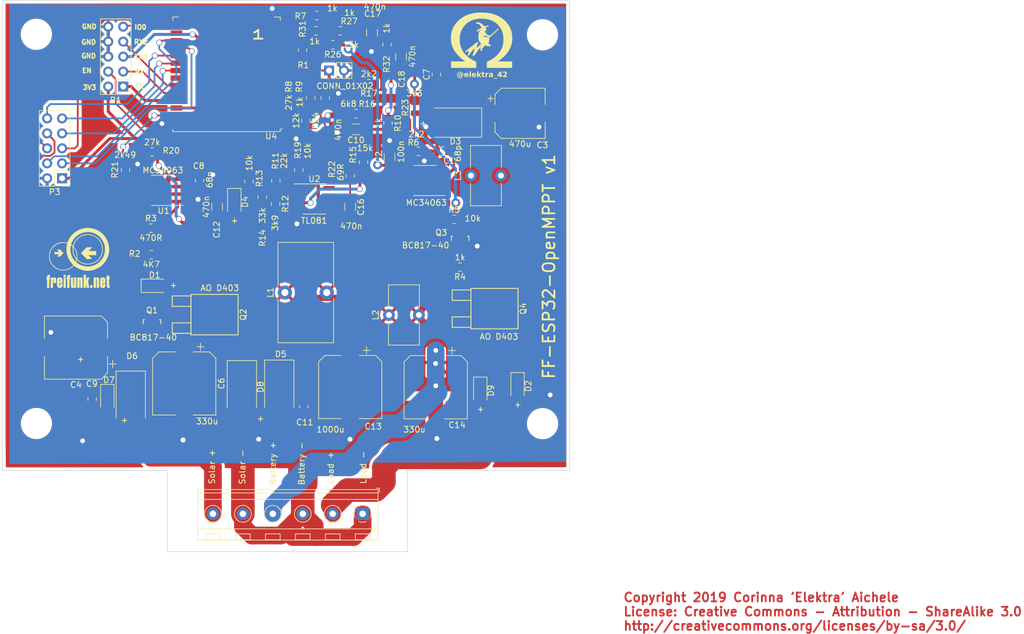
<source format=kicad_pcb>
(kicad_pcb (version 20171130) (host pcbnew 5.1.5-52549c5~84~ubuntu19.04.1)

  (general
    (thickness 1.6)
    (drawings 39)
    (tracks 773)
    (zones 0)
    (modules 73)
    (nets 65)
  )

  (page A4)
  (layers
    (0 F.Cu signal)
    (31 B.Cu power)
    (32 B.Adhes user)
    (33 F.Adhes user)
    (34 B.Paste user)
    (35 F.Paste user)
    (36 B.SilkS user)
    (37 F.SilkS user)
    (38 B.Mask user)
    (39 F.Mask user)
    (40 Dwgs.User user)
    (41 Cmts.User user)
    (42 Eco1.User user)
    (43 Eco2.User user)
    (44 Edge.Cuts user)
    (45 Margin user)
    (46 B.CrtYd user)
    (47 F.CrtYd user)
    (48 B.Fab user)
    (49 F.Fab user)
  )

  (setup
    (last_trace_width 0.3)
    (trace_clearance 0.2)
    (zone_clearance 0.508)
    (zone_45_only yes)
    (trace_min 0.2)
    (via_size 1)
    (via_drill 0.8)
    (via_min_size 0.4)
    (via_min_drill 0.3)
    (user_via 1.5 0.8)
    (uvia_size 0.3)
    (uvia_drill 0.1)
    (uvias_allowed no)
    (uvia_min_size 0.2)
    (uvia_min_drill 0.1)
    (edge_width 0.1)
    (segment_width 0.2)
    (pcb_text_width 0.3)
    (pcb_text_size 1.5 1.5)
    (mod_edge_width 0.15)
    (mod_text_size 1 1)
    (mod_text_width 0.15)
    (pad_size 0.59 0.45)
    (pad_drill 0)
    (pad_to_mask_clearance 0)
    (aux_axis_origin 162.052 81.153)
    (visible_elements 7FFFFFFF)
    (pcbplotparams
      (layerselection 0x030fc_ffffffff)
      (usegerberextensions false)
      (usegerberattributes false)
      (usegerberadvancedattributes false)
      (creategerberjobfile false)
      (excludeedgelayer false)
      (linewidth 0.020000)
      (plotframeref false)
      (viasonmask false)
      (mode 1)
      (useauxorigin false)
      (hpglpennumber 1)
      (hpglpenspeed 20)
      (hpglpendiameter 15.000000)
      (psnegative false)
      (psa4output false)
      (plotreference true)
      (plotvalue true)
      (plotinvisibletext false)
      (padsonsilk false)
      (subtractmaskfromsilk false)
      (outputformat 1)
      (mirror false)
      (drillshape 0)
      (scaleselection 1)
      (outputdirectory "/home/elektra/FF-ESP32-OpenMPPT"))
  )

  (net 0 "")
  (net 1 "Net-(C1-Pad1)")
  (net 2 GNDPWR)
  (net 3 +BATT)
  (net 4 "Net-(C3-Pad1)")
  (net 5 "Net-(C8-Pad1)")
  (net 6 "Net-(C10-Pad1)")
  (net 7 "Net-(C11-Pad1)")
  (net 8 "Net-(C12-Pad1)")
  (net 9 "Net-(D1-Pad1)")
  (net 10 "Net-(D1-Pad2)")
  (net 11 VAA)
  (net 12 "Net-(P1-Pad1)")
  (net 13 "Net-(P1-Pad3)")
  (net 14 "Net-(P1-Pad5)")
  (net 15 "Net-(Q3-Pad1)")
  (net 16 "Net-(Q3-Pad3)")
  (net 17 "Net-(R3-Pad2)")
  (net 18 "Net-(R7-Pad2)")
  (net 19 "Net-(R8-Pad2)")
  (net 20 "Net-(R11-Pad2)")
  (net 21 "Net-(R19-Pad1)")
  (net 22 "Net-(R26-Pad2)")
  (net 23 "Net-(C16-Pad1)")
  (net 24 "Net-(C17-Pad1)")
  (net 25 "Net-(C18-Pad1)")
  (net 26 "Net-(P2-Pad1)")
  (net 27 "Net-(R19-Pad2)")
  (net 28 "Net-(U4-Pad32)")
  (net 29 "Net-(U4-Pad26)")
  (net 30 "Net-(U4-Pad22)")
  (net 31 "Net-(U4-Pad21)")
  (net 32 "Net-(U4-Pad20)")
  (net 33 "Net-(U4-Pad19)")
  (net 34 "Net-(U4-Pad18)")
  (net 35 "Net-(U4-Pad17)")
  (net 36 "Net-(U4-Pad16)")
  (net 37 "Net-(U4-Pad14)")
  (net 38 "Net-(U4-Pad12)")
  (net 39 "Net-(U4-Pad11)")
  (net 40 "Net-(U4-Pad7)")
  (net 41 "Net-(U4-Pad5)")
  (net 42 "Net-(U4-Pad4)")
  (net 43 "Net-(D4-Pad1)")
  (net 44 "Net-(D5-Pad1)")
  (net 45 "Net-(P1-Pad4)")
  (net 46 "Net-(C6-Pad1)")
  (net 47 "Net-(U2-Pad1)")
  (net 48 "Net-(U2-Pad5)")
  (net 49 "Net-(U2-Pad8)")
  (net 50 "Net-(R23-Pad1)")
  (net 51 "Net-(D3-Pad1)")
  (net 52 "Net-(P1-Pad9)")
  (net 53 "Net-(P1-Pad7)")
  (net 54 "Net-(D6-Pad2)")
  (net 55 "Net-(C4-Pad1)")
  (net 56 "Net-(P3-Pad10)")
  (net 57 "Net-(P3-Pad9)")
  (net 58 "Net-(P3-Pad8)")
  (net 59 "Net-(P3-Pad7)")
  (net 60 "Net-(P3-Pad6)")
  (net 61 "Net-(P3-Pad5)")
  (net 62 "Net-(P3-Pad4)")
  (net 63 "Net-(P3-Pad3)")
  (net 64 "Net-(R1-Pad1)")

  (net_class Default "This is the default net class."
    (clearance 0.2)
    (trace_width 0.3)
    (via_dia 1)
    (via_drill 0.8)
    (uvia_dia 0.3)
    (uvia_drill 0.1)
    (add_net "Net-(C4-Pad1)")
    (add_net "Net-(D3-Pad1)")
    (add_net "Net-(D4-Pad1)")
    (add_net "Net-(D5-Pad1)")
    (add_net "Net-(D6-Pad2)")
    (add_net "Net-(P1-Pad3)")
    (add_net "Net-(P1-Pad4)")
    (add_net "Net-(P1-Pad7)")
    (add_net "Net-(P1-Pad9)")
    (add_net "Net-(P3-Pad10)")
    (add_net "Net-(P3-Pad3)")
    (add_net "Net-(P3-Pad4)")
    (add_net "Net-(P3-Pad5)")
    (add_net "Net-(P3-Pad6)")
    (add_net "Net-(P3-Pad7)")
    (add_net "Net-(P3-Pad8)")
    (add_net "Net-(P3-Pad9)")
    (add_net "Net-(R1-Pad1)")
    (add_net "Net-(R23-Pad1)")
    (add_net "Net-(U2-Pad1)")
    (add_net "Net-(U2-Pad5)")
    (add_net "Net-(U2-Pad8)")
    (add_net "Net-(U4-Pad11)")
    (add_net "Net-(U4-Pad12)")
    (add_net "Net-(U4-Pad14)")
    (add_net "Net-(U4-Pad16)")
    (add_net "Net-(U4-Pad17)")
    (add_net "Net-(U4-Pad18)")
    (add_net "Net-(U4-Pad19)")
    (add_net "Net-(U4-Pad20)")
    (add_net "Net-(U4-Pad21)")
    (add_net "Net-(U4-Pad22)")
    (add_net "Net-(U4-Pad26)")
    (add_net "Net-(U4-Pad32)")
    (add_net "Net-(U4-Pad4)")
    (add_net "Net-(U4-Pad5)")
    (add_net "Net-(U4-Pad7)")
    (add_net VAA)
  )

  (net_class Medium ""
    (clearance 0.2)
    (trace_width 0.5)
    (via_dia 1)
    (via_drill 0.8)
    (uvia_dia 0.3)
    (uvia_drill 0.1)
    (add_net +BATT)
    (add_net GNDPWR)
    (add_net "Net-(C1-Pad1)")
    (add_net "Net-(C10-Pad1)")
    (add_net "Net-(C11-Pad1)")
    (add_net "Net-(C12-Pad1)")
    (add_net "Net-(C16-Pad1)")
    (add_net "Net-(C17-Pad1)")
    (add_net "Net-(C18-Pad1)")
    (add_net "Net-(C3-Pad1)")
    (add_net "Net-(C8-Pad1)")
    (add_net "Net-(D1-Pad1)")
    (add_net "Net-(D1-Pad2)")
    (add_net "Net-(P1-Pad1)")
    (add_net "Net-(P1-Pad5)")
    (add_net "Net-(P2-Pad1)")
    (add_net "Net-(Q3-Pad1)")
    (add_net "Net-(Q3-Pad3)")
    (add_net "Net-(R11-Pad2)")
    (add_net "Net-(R19-Pad1)")
    (add_net "Net-(R19-Pad2)")
    (add_net "Net-(R26-Pad2)")
    (add_net "Net-(R3-Pad2)")
    (add_net "Net-(R7-Pad2)")
    (add_net "Net-(R8-Pad2)")
  )

  (net_class Power ""
    (clearance 0.2)
    (trace_width 1)
    (via_dia 1)
    (via_drill 0.8)
    (uvia_dia 0.8)
    (uvia_drill 0.6)
  )

  (net_class Small ""
    (clearance 0.2)
    (trace_width 0.2)
    (via_dia 1)
    (via_drill 0.8)
    (uvia_dia 0.3)
    (uvia_drill 0.1)
  )

  (module Connector_PinHeader_2.54mm:PinHeader_2x05_P2.54mm_Vertical (layer F.Cu) (tedit 59FED5CC) (tstamp 5906D4A8)
    (at 96.871 83.6355 180)
    (descr "Through hole straight pin header, 2x05, 2.54mm pitch, double rows")
    (tags "Through hole pin header THT 2x05 2.54mm double row")
    (path /58FF4B13)
    (fp_text reference P1 (at 1.27 -2.33) (layer F.SilkS)
      (effects (font (size 1 1) (thickness 0.15)))
    )
    (fp_text value CONN_02X05 (at 1.27 12.49) (layer F.Fab)
      (effects (font (size 1 1) (thickness 0.15)))
    )
    (fp_text user %R (at 1.27 5.08 90) (layer F.Fab)
      (effects (font (size 1 1) (thickness 0.15)))
    )
    (fp_line (start 4.35 -1.8) (end -1.8 -1.8) (layer F.CrtYd) (width 0.05))
    (fp_line (start 4.35 11.95) (end 4.35 -1.8) (layer F.CrtYd) (width 0.05))
    (fp_line (start -1.8 11.95) (end 4.35 11.95) (layer F.CrtYd) (width 0.05))
    (fp_line (start -1.8 -1.8) (end -1.8 11.95) (layer F.CrtYd) (width 0.05))
    (fp_line (start -1.33 -1.33) (end 0 -1.33) (layer F.SilkS) (width 0.12))
    (fp_line (start -1.33 0) (end -1.33 -1.33) (layer F.SilkS) (width 0.12))
    (fp_line (start 1.27 -1.33) (end 3.87 -1.33) (layer F.SilkS) (width 0.12))
    (fp_line (start 1.27 1.27) (end 1.27 -1.33) (layer F.SilkS) (width 0.12))
    (fp_line (start -1.33 1.27) (end 1.27 1.27) (layer F.SilkS) (width 0.12))
    (fp_line (start 3.87 -1.33) (end 3.87 11.49) (layer F.SilkS) (width 0.12))
    (fp_line (start -1.33 1.27) (end -1.33 11.49) (layer F.SilkS) (width 0.12))
    (fp_line (start -1.33 11.49) (end 3.87 11.49) (layer F.SilkS) (width 0.12))
    (fp_line (start -1.27 0) (end 0 -1.27) (layer F.Fab) (width 0.1))
    (fp_line (start -1.27 11.43) (end -1.27 0) (layer F.Fab) (width 0.1))
    (fp_line (start 3.81 11.43) (end -1.27 11.43) (layer F.Fab) (width 0.1))
    (fp_line (start 3.81 -1.27) (end 3.81 11.43) (layer F.Fab) (width 0.1))
    (fp_line (start 0 -1.27) (end 3.81 -1.27) (layer F.Fab) (width 0.1))
    (pad 10 thru_hole oval (at 2.54 10.16 180) (size 1.7 1.7) (drill 1) (layers *.Cu *.Mask)
      (net 2 GNDPWR))
    (pad 9 thru_hole oval (at 0 10.16 180) (size 1.7 1.7) (drill 1) (layers *.Cu *.Mask)
      (net 52 "Net-(P1-Pad9)"))
    (pad 8 thru_hole oval (at 2.54 7.62 180) (size 1.7 1.7) (drill 1) (layers *.Cu *.Mask)
      (net 2 GNDPWR))
    (pad 7 thru_hole oval (at 0 7.62 180) (size 1.7 1.7) (drill 1) (layers *.Cu *.Mask)
      (net 53 "Net-(P1-Pad7)"))
    (pad 6 thru_hole oval (at 2.54 5.08 180) (size 1.7 1.7) (drill 1) (layers *.Cu *.Mask)
      (net 2 GNDPWR))
    (pad 5 thru_hole oval (at 0 5.08 180) (size 1.7 1.7) (drill 1) (layers *.Cu *.Mask)
      (net 14 "Net-(P1-Pad5)"))
    (pad 4 thru_hole oval (at 2.54 2.54 180) (size 1.7 1.7) (drill 1) (layers *.Cu *.Mask)
      (net 45 "Net-(P1-Pad4)"))
    (pad 3 thru_hole oval (at 0 2.54 180) (size 1.7 1.7) (drill 1) (layers *.Cu *.Mask)
      (net 13 "Net-(P1-Pad3)"))
    (pad 2 thru_hole oval (at 2.54 0 180) (size 1.7 1.7) (drill 1) (layers *.Cu *.Mask)
      (net 4 "Net-(C3-Pad1)"))
    (pad 1 thru_hole rect (at 0 0 180) (size 1.7 1.7) (drill 1) (layers *.Cu *.Mask)
      (net 12 "Net-(P1-Pad1)"))
    (model ${KISYS3DMOD}/Connector_PinHeader_2.54mm.3dshapes/PinHeader_2x05_P2.54mm_Vertical.wrl
      (at (xyz 0 0 0))
      (scale (xyz 1 1 1))
      (rotate (xyz 0 0 0))
    )
  )

  (module Resistor_SMD:R_0805_2012Metric (layer F.Cu) (tedit 5B36C52B) (tstamp 5E6BF8FF)
    (at 127.3 77.475 270)
    (descr "Resistor SMD 0805 (2012 Metric), square (rectangular) end terminal, IPC_7351 nominal, (Body size source: https://docs.google.com/spreadsheets/d/1BsfQQcO9C6DZCsRaXUlFlo91Tg2WpOkGARC1WS5S8t0/edit?usp=sharing), generated with kicad-footprint-generator")
    (tags resistor)
    (path /5E734BF4)
    (attr smd)
    (fp_text reference R1 (at 2.525 -0.125 180) (layer F.SilkS)
      (effects (font (size 1 1) (thickness 0.15)))
    )
    (fp_text value 2k2 (at 0 1.65 90) (layer F.Fab)
      (effects (font (size 1 1) (thickness 0.15)))
    )
    (fp_text user %R (at 0 0 90) (layer F.Fab)
      (effects (font (size 0.5 0.5) (thickness 0.08)))
    )
    (fp_line (start 1.68 0.95) (end -1.68 0.95) (layer F.CrtYd) (width 0.05))
    (fp_line (start 1.68 -0.95) (end 1.68 0.95) (layer F.CrtYd) (width 0.05))
    (fp_line (start -1.68 -0.95) (end 1.68 -0.95) (layer F.CrtYd) (width 0.05))
    (fp_line (start -1.68 0.95) (end -1.68 -0.95) (layer F.CrtYd) (width 0.05))
    (fp_line (start -0.258578 0.71) (end 0.258578 0.71) (layer F.SilkS) (width 0.12))
    (fp_line (start -0.258578 -0.71) (end 0.258578 -0.71) (layer F.SilkS) (width 0.12))
    (fp_line (start 1 0.6) (end -1 0.6) (layer F.Fab) (width 0.1))
    (fp_line (start 1 -0.6) (end 1 0.6) (layer F.Fab) (width 0.1))
    (fp_line (start -1 -0.6) (end 1 -0.6) (layer F.Fab) (width 0.1))
    (fp_line (start -1 0.6) (end -1 -0.6) (layer F.Fab) (width 0.1))
    (pad 2 smd roundrect (at 0.9375 0 270) (size 0.975 1.4) (layers F.Cu F.Paste F.Mask) (roundrect_rratio 0.25)
      (net 2 GNDPWR))
    (pad 1 smd roundrect (at -0.9375 0 270) (size 0.975 1.4) (layers F.Cu F.Paste F.Mask) (roundrect_rratio 0.25)
      (net 64 "Net-(R1-Pad1)"))
    (model ${KISYS3DMOD}/Resistor_SMD.3dshapes/R_0805_2012Metric.wrl
      (at (xyz 0 0 0))
      (scale (xyz 1 1 1))
      (rotate (xyz 0 0 0))
    )
  )

  (module Connector_PinHeader_2.54mm:PinHeader_2x05_P2.54mm_Vertical (layer F.Cu) (tedit 59FED5CC) (tstamp 5E6BF86E)
    (at 86.5 99.2 180)
    (descr "Through hole straight pin header, 2x05, 2.54mm pitch, double rows")
    (tags "Through hole pin header THT 2x05 2.54mm double row")
    (path /5E2D1B94)
    (fp_text reference P3 (at 1.27 -2.33) (layer F.SilkS)
      (effects (font (size 1 1) (thickness 0.15)))
    )
    (fp_text value CONN_02X05 (at 1.27 12.49) (layer F.Fab)
      (effects (font (size 1 1) (thickness 0.15)))
    )
    (fp_text user %R (at 1.27 5.08 90) (layer F.Fab)
      (effects (font (size 1 1) (thickness 0.15)))
    )
    (fp_line (start 4.35 -1.8) (end -1.8 -1.8) (layer F.CrtYd) (width 0.05))
    (fp_line (start 4.35 11.95) (end 4.35 -1.8) (layer F.CrtYd) (width 0.05))
    (fp_line (start -1.8 11.95) (end 4.35 11.95) (layer F.CrtYd) (width 0.05))
    (fp_line (start -1.8 -1.8) (end -1.8 11.95) (layer F.CrtYd) (width 0.05))
    (fp_line (start -1.33 -1.33) (end 0 -1.33) (layer F.SilkS) (width 0.12))
    (fp_line (start -1.33 0) (end -1.33 -1.33) (layer F.SilkS) (width 0.12))
    (fp_line (start 1.27 -1.33) (end 3.87 -1.33) (layer F.SilkS) (width 0.12))
    (fp_line (start 1.27 1.27) (end 1.27 -1.33) (layer F.SilkS) (width 0.12))
    (fp_line (start -1.33 1.27) (end 1.27 1.27) (layer F.SilkS) (width 0.12))
    (fp_line (start 3.87 -1.33) (end 3.87 11.49) (layer F.SilkS) (width 0.12))
    (fp_line (start -1.33 1.27) (end -1.33 11.49) (layer F.SilkS) (width 0.12))
    (fp_line (start -1.33 11.49) (end 3.87 11.49) (layer F.SilkS) (width 0.12))
    (fp_line (start -1.27 0) (end 0 -1.27) (layer F.Fab) (width 0.1))
    (fp_line (start -1.27 11.43) (end -1.27 0) (layer F.Fab) (width 0.1))
    (fp_line (start 3.81 11.43) (end -1.27 11.43) (layer F.Fab) (width 0.1))
    (fp_line (start 3.81 -1.27) (end 3.81 11.43) (layer F.Fab) (width 0.1))
    (fp_line (start 0 -1.27) (end 3.81 -1.27) (layer F.Fab) (width 0.1))
    (pad 10 thru_hole oval (at 2.54 10.16 180) (size 1.7 1.7) (drill 1) (layers *.Cu *.Mask)
      (net 56 "Net-(P3-Pad10)"))
    (pad 9 thru_hole oval (at 0 10.16 180) (size 1.7 1.7) (drill 1) (layers *.Cu *.Mask)
      (net 57 "Net-(P3-Pad9)"))
    (pad 8 thru_hole oval (at 2.54 7.62 180) (size 1.7 1.7) (drill 1) (layers *.Cu *.Mask)
      (net 58 "Net-(P3-Pad8)"))
    (pad 7 thru_hole oval (at 0 7.62 180) (size 1.7 1.7) (drill 1) (layers *.Cu *.Mask)
      (net 59 "Net-(P3-Pad7)"))
    (pad 6 thru_hole oval (at 2.54 5.08 180) (size 1.7 1.7) (drill 1) (layers *.Cu *.Mask)
      (net 60 "Net-(P3-Pad6)"))
    (pad 5 thru_hole oval (at 0 5.08 180) (size 1.7 1.7) (drill 1) (layers *.Cu *.Mask)
      (net 61 "Net-(P3-Pad5)"))
    (pad 4 thru_hole oval (at 2.54 2.54 180) (size 1.7 1.7) (drill 1) (layers *.Cu *.Mask)
      (net 62 "Net-(P3-Pad4)"))
    (pad 3 thru_hole oval (at 0 2.54 180) (size 1.7 1.7) (drill 1) (layers *.Cu *.Mask)
      (net 63 "Net-(P3-Pad3)"))
    (pad 2 thru_hole oval (at 2.54 0 180) (size 1.7 1.7) (drill 1) (layers *.Cu *.Mask)
      (net 2 GNDPWR))
    (pad 1 thru_hole rect (at 0 0 180) (size 1.7 1.7) (drill 1) (layers *.Cu *.Mask)
      (net 4 "Net-(C3-Pad1)"))
    (model ${KISYS3DMOD}/Connector_PinHeader_2.54mm.3dshapes/PinHeader_2x05_P2.54mm_Vertical.wrl
      (at (xyz 0 0 0))
      (scale (xyz 1 1 1))
      (rotate (xyz 0 0 0))
    )
  )

  (module Diode_SMD:D_1206_3216Metric (layer F.Cu) (tedit 5B301BBE) (tstamp 58F25B15)
    (at 157.448 135.218 270)
    (descr "Diode SMD 1206 (3216 Metric), square (rectangular) end terminal, IPC_7351 nominal, (Body size source: http://www.tortai-tech.com/upload/download/2011102023233369053.pdf), generated with kicad-footprint-generator")
    (tags diode)
    (path /58D2C14F)
    (attr smd)
    (fp_text reference D9 (at 0 -1.82 90) (layer F.SilkS)
      (effects (font (size 1 1) (thickness 0.15)))
    )
    (fp_text value 1N4001 (at 0 1.82 90) (layer F.Fab)
      (effects (font (size 1 1) (thickness 0.15)))
    )
    (fp_text user %R (at 0 0 90) (layer F.Fab)
      (effects (font (size 0.8 0.8) (thickness 0.12)))
    )
    (fp_line (start 2.28 1.12) (end -2.28 1.12) (layer F.CrtYd) (width 0.05))
    (fp_line (start 2.28 -1.12) (end 2.28 1.12) (layer F.CrtYd) (width 0.05))
    (fp_line (start -2.28 -1.12) (end 2.28 -1.12) (layer F.CrtYd) (width 0.05))
    (fp_line (start -2.28 1.12) (end -2.28 -1.12) (layer F.CrtYd) (width 0.05))
    (fp_line (start -2.285 1.135) (end 1.6 1.135) (layer F.SilkS) (width 0.12))
    (fp_line (start -2.285 -1.135) (end -2.285 1.135) (layer F.SilkS) (width 0.12))
    (fp_line (start 1.6 -1.135) (end -2.285 -1.135) (layer F.SilkS) (width 0.12))
    (fp_line (start 1.6 0.8) (end 1.6 -0.8) (layer F.Fab) (width 0.1))
    (fp_line (start -1.6 0.8) (end 1.6 0.8) (layer F.Fab) (width 0.1))
    (fp_line (start -1.6 -0.4) (end -1.6 0.8) (layer F.Fab) (width 0.1))
    (fp_line (start -1.2 -0.8) (end -1.6 -0.4) (layer F.Fab) (width 0.1))
    (fp_line (start 1.6 -0.8) (end -1.2 -0.8) (layer F.Fab) (width 0.1))
    (pad 2 smd roundrect (at 1.4 0 270) (size 1.25 1.75) (layers F.Cu F.Paste F.Mask) (roundrect_rratio 0.2)
      (net 2 GNDPWR))
    (pad 1 smd roundrect (at -1.4 0 270) (size 1.25 1.75) (layers F.Cu F.Paste F.Mask) (roundrect_rratio 0.2)
      (net 3 +BATT))
    (model ${KISYS3DMOD}/Diode_SMD.3dshapes/D_1206_3216Metric.wrl
      (at (xyz 0 0 0))
      (scale (xyz 1 1 1))
      (rotate (xyz 0 0 0))
    )
  )

  (module Diode_SMD:D_2816_7142Metric_Pad3.20x4.45mm_HandSolder (layer F.Cu) (tedit 5B4B45C8) (tstamp 5E6BF627)
    (at 117 134.6 270)
    (descr "Diode SMD 2816 (7142 Metric), square (rectangular) end terminal, IPC_7351 nominal, (Body size from: https://www.vishay.com/docs/30100/wsl.pdf), generated with kicad-footprint-generator")
    (tags "diode handsolder")
    (path /5E8846FB)
    (attr smd)
    (fp_text reference D8 (at 0 -3.18 90) (layer F.SilkS)
      (effects (font (size 1 1) (thickness 0.15)))
    )
    (fp_text value SK84 (at -5.6 -0.1 180) (layer F.Fab)
      (effects (font (size 1 1) (thickness 0.15)))
    )
    (fp_text user %R (at 0 0 180) (layer F.Fab)
      (effects (font (size 1 1) (thickness 0.15)))
    )
    (fp_line (start 4.45 2.48) (end -4.45 2.48) (layer F.CrtYd) (width 0.05))
    (fp_line (start 4.45 -2.48) (end 4.45 2.48) (layer F.CrtYd) (width 0.05))
    (fp_line (start -4.45 -2.48) (end 4.45 -2.48) (layer F.CrtYd) (width 0.05))
    (fp_line (start -4.45 2.48) (end -4.45 -2.48) (layer F.CrtYd) (width 0.05))
    (fp_line (start -4.46 2.485) (end 3.55 2.485) (layer F.SilkS) (width 0.12))
    (fp_line (start -4.46 -2.485) (end -4.46 2.485) (layer F.SilkS) (width 0.12))
    (fp_line (start 3.55 -2.485) (end -4.46 -2.485) (layer F.SilkS) (width 0.12))
    (fp_line (start 3.55 2.1) (end 3.55 -2.1) (layer F.Fab) (width 0.1))
    (fp_line (start -3.55 2.1) (end 3.55 2.1) (layer F.Fab) (width 0.1))
    (fp_line (start -3.55 -1.1) (end -3.55 2.1) (layer F.Fab) (width 0.1))
    (fp_line (start -2.55 -2.1) (end -3.55 -1.1) (layer F.Fab) (width 0.1))
    (fp_line (start 3.55 -2.1) (end -2.55 -2.1) (layer F.Fab) (width 0.1))
    (pad 2 smd roundrect (at 2.6 0 270) (size 3.2 4.45) (layers F.Cu F.Paste F.Mask) (roundrect_rratio 0.078125)
      (net 2 GNDPWR))
    (pad 1 smd roundrect (at -2.6 0 270) (size 3.2 4.45) (layers F.Cu F.Paste F.Mask) (roundrect_rratio 0.078125)
      (net 44 "Net-(D5-Pad1)"))
    (model ${KISYS3DMOD}/Diode_SMD.3dshapes/D_2816_7142Metric.wrl
      (at (xyz 0 0 0))
      (scale (xyz 1 1 1))
      (rotate (xyz 0 0 0))
    )
  )

  (module Diode_SMD:D_1206_3216Metric (layer F.Cu) (tedit 5B301BBE) (tstamp 58F25B0F)
    (at 94.175 136.45 270)
    (descr "Diode SMD 1206 (3216 Metric), square (rectangular) end terminal, IPC_7351 nominal, (Body size source: http://www.tortai-tech.com/upload/download/2011102023233369053.pdf), generated with kicad-footprint-generator")
    (tags diode)
    (path /58D862AA)
    (attr smd)
    (fp_text reference D7 (at -3.025 -0.275) (layer F.SilkS)
      (effects (font (size 1 1) (thickness 0.15)))
    )
    (fp_text value 1N4001 (at 5.25 0.05 270) (layer F.Fab)
      (effects (font (size 1 1) (thickness 0.15)))
    )
    (fp_text user %R (at 0 0 90) (layer F.Fab)
      (effects (font (size 0.8 0.8) (thickness 0.12)))
    )
    (fp_line (start 2.28 1.12) (end -2.28 1.12) (layer F.CrtYd) (width 0.05))
    (fp_line (start 2.28 -1.12) (end 2.28 1.12) (layer F.CrtYd) (width 0.05))
    (fp_line (start -2.28 -1.12) (end 2.28 -1.12) (layer F.CrtYd) (width 0.05))
    (fp_line (start -2.28 1.12) (end -2.28 -1.12) (layer F.CrtYd) (width 0.05))
    (fp_line (start -2.285 1.135) (end 1.6 1.135) (layer F.SilkS) (width 0.12))
    (fp_line (start -2.285 -1.135) (end -2.285 1.135) (layer F.SilkS) (width 0.12))
    (fp_line (start 1.6 -1.135) (end -2.285 -1.135) (layer F.SilkS) (width 0.12))
    (fp_line (start 1.6 0.8) (end 1.6 -0.8) (layer F.Fab) (width 0.1))
    (fp_line (start -1.6 0.8) (end 1.6 0.8) (layer F.Fab) (width 0.1))
    (fp_line (start -1.6 -0.4) (end -1.6 0.8) (layer F.Fab) (width 0.1))
    (fp_line (start -1.2 -0.8) (end -1.6 -0.4) (layer F.Fab) (width 0.1))
    (fp_line (start 1.6 -0.8) (end -1.2 -0.8) (layer F.Fab) (width 0.1))
    (pad 2 smd roundrect (at 1.4 0 270) (size 1.25 1.75) (layers F.Cu F.Paste F.Mask) (roundrect_rratio 0.2)
      (net 2 GNDPWR))
    (pad 1 smd roundrect (at -1.4 0 270) (size 1.25 1.75) (layers F.Cu F.Paste F.Mask) (roundrect_rratio 0.2)
      (net 55 "Net-(C4-Pad1)"))
    (model ${KISYS3DMOD}/Diode_SMD.3dshapes/D_1206_3216Metric.wrl
      (at (xyz 0 0 0))
      (scale (xyz 1 1 1))
      (rotate (xyz 0 0 0))
    )
  )

  (module Diode_SMD:D_2816_7142Metric_Pad3.20x4.45mm_HandSolder (layer F.Cu) (tedit 5B4B45C8) (tstamp 5DC3F8EA)
    (at 98.15 136.375 270)
    (descr "Diode SMD 2816 (7142 Metric), square (rectangular) end terminal, IPC_7351 nominal, (Body size from: https://www.vishay.com/docs/30100/wsl.pdf), generated with kicad-footprint-generator")
    (tags "diode handsolder")
    (path /5E7FA29B)
    (attr smd)
    (fp_text reference D6 (at -7.025 -0.225 180) (layer F.SilkS)
      (effects (font (size 1 1) (thickness 0.15)))
    )
    (fp_text value SK84 (at -5.425 -0.225 180) (layer F.Fab)
      (effects (font (size 1 1) (thickness 0.15)))
    )
    (fp_text user %R (at 0 0 90) (layer F.Fab)
      (effects (font (size 1 1) (thickness 0.15)))
    )
    (fp_line (start 4.45 2.48) (end -4.45 2.48) (layer F.CrtYd) (width 0.05))
    (fp_line (start 4.45 -2.48) (end 4.45 2.48) (layer F.CrtYd) (width 0.05))
    (fp_line (start -4.45 -2.48) (end 4.45 -2.48) (layer F.CrtYd) (width 0.05))
    (fp_line (start -4.45 2.48) (end -4.45 -2.48) (layer F.CrtYd) (width 0.05))
    (fp_line (start -4.46 2.485) (end 3.55 2.485) (layer F.SilkS) (width 0.12))
    (fp_line (start -4.46 -2.485) (end -4.46 2.485) (layer F.SilkS) (width 0.12))
    (fp_line (start 3.55 -2.485) (end -4.46 -2.485) (layer F.SilkS) (width 0.12))
    (fp_line (start 3.55 2.1) (end 3.55 -2.1) (layer F.Fab) (width 0.1))
    (fp_line (start -3.55 2.1) (end 3.55 2.1) (layer F.Fab) (width 0.1))
    (fp_line (start -3.55 -1.1) (end -3.55 2.1) (layer F.Fab) (width 0.1))
    (fp_line (start -2.55 -2.1) (end -3.55 -1.1) (layer F.Fab) (width 0.1))
    (fp_line (start 3.55 -2.1) (end -2.55 -2.1) (layer F.Fab) (width 0.1))
    (pad 2 smd roundrect (at 2.6 0 270) (size 3.2 4.45) (layers F.Cu F.Paste F.Mask) (roundrect_rratio 0.078125)
      (net 54 "Net-(D6-Pad2)"))
    (pad 1 smd roundrect (at -2.6 0 270) (size 3.2 4.45) (layers F.Cu F.Paste F.Mask) (roundrect_rratio 0.078125)
      (net 55 "Net-(C4-Pad1)"))
    (model ${KISYS3DMOD}/Diode_SMD.3dshapes/D_2816_7142Metric.wrl
      (at (xyz 0 0 0))
      (scale (xyz 1 1 1))
      (rotate (xyz 0 0 0))
    )
  )

  (module Diode_SMD:D_2816_7142Metric_Pad3.20x4.45mm_HandSolder (layer F.Cu) (tedit 5B4B45C8) (tstamp 57D00F12)
    (at 123.35 134.5 270)
    (descr "Diode SMD 2816 (7142 Metric), square (rectangular) end terminal, IPC_7351 nominal, (Body size from: https://www.vishay.com/docs/30100/wsl.pdf), generated with kicad-footprint-generator")
    (tags "diode handsolder")
    (path /57BDD1D7)
    (attr smd)
    (fp_text reference D5 (at -5.475 -0.25) (layer F.SilkS)
      (effects (font (size 1 1) (thickness 0.15)))
    )
    (fp_text value SK84 (at 0 3.18 90) (layer F.Fab)
      (effects (font (size 1 1) (thickness 0.15)))
    )
    (fp_text user %R (at 0 0 180) (layer F.Fab)
      (effects (font (size 1 1) (thickness 0.15)))
    )
    (fp_line (start 4.45 2.48) (end -4.45 2.48) (layer F.CrtYd) (width 0.05))
    (fp_line (start 4.45 -2.48) (end 4.45 2.48) (layer F.CrtYd) (width 0.05))
    (fp_line (start -4.45 -2.48) (end 4.45 -2.48) (layer F.CrtYd) (width 0.05))
    (fp_line (start -4.45 2.48) (end -4.45 -2.48) (layer F.CrtYd) (width 0.05))
    (fp_line (start -4.46 2.485) (end 3.55 2.485) (layer F.SilkS) (width 0.12))
    (fp_line (start -4.46 -2.485) (end -4.46 2.485) (layer F.SilkS) (width 0.12))
    (fp_line (start 3.55 -2.485) (end -4.46 -2.485) (layer F.SilkS) (width 0.12))
    (fp_line (start 3.55 2.1) (end 3.55 -2.1) (layer F.Fab) (width 0.1))
    (fp_line (start -3.55 2.1) (end 3.55 2.1) (layer F.Fab) (width 0.1))
    (fp_line (start -3.55 -1.1) (end -3.55 2.1) (layer F.Fab) (width 0.1))
    (fp_line (start -2.55 -2.1) (end -3.55 -1.1) (layer F.Fab) (width 0.1))
    (fp_line (start 3.55 -2.1) (end -2.55 -2.1) (layer F.Fab) (width 0.1))
    (pad 2 smd roundrect (at 2.6 0 270) (size 3.2 4.45) (layers F.Cu F.Paste F.Mask) (roundrect_rratio 0.078125)
      (net 2 GNDPWR))
    (pad 1 smd roundrect (at -2.6 0 270) (size 3.2 4.45) (layers F.Cu F.Paste F.Mask) (roundrect_rratio 0.078125)
      (net 44 "Net-(D5-Pad1)"))
    (model ${KISYS3DMOD}/Diode_SMD.3dshapes/D_2816_7142Metric.wrl
      (at (xyz 0 0 0))
      (scale (xyz 1 1 1))
      (rotate (xyz 0 0 0))
    )
  )

  (module Diode_SMD:D_1206_3216Metric (layer F.Cu) (tedit 5B301BBE) (tstamp 57D00F0C)
    (at 115.72 103.2 270)
    (descr "Diode SMD 1206 (3216 Metric), square (rectangular) end terminal, IPC_7351 nominal, (Body size source: http://www.tortai-tech.com/upload/download/2011102023233369053.pdf), generated with kicad-footprint-generator")
    (tags diode)
    (path /57BDD83A)
    (attr smd)
    (fp_text reference D4 (at 0 -1.82 90) (layer F.SilkS)
      (effects (font (size 1 1) (thickness 0.15)))
    )
    (fp_text value 6V2-SOT23 (at 0 1.82 90) (layer F.Fab)
      (effects (font (size 1 1) (thickness 0.15)))
    )
    (fp_text user %R (at 0 0 90) (layer F.Fab)
      (effects (font (size 0.8 0.8) (thickness 0.12)))
    )
    (fp_line (start 2.28 1.12) (end -2.28 1.12) (layer F.CrtYd) (width 0.05))
    (fp_line (start 2.28 -1.12) (end 2.28 1.12) (layer F.CrtYd) (width 0.05))
    (fp_line (start -2.28 -1.12) (end 2.28 -1.12) (layer F.CrtYd) (width 0.05))
    (fp_line (start -2.28 1.12) (end -2.28 -1.12) (layer F.CrtYd) (width 0.05))
    (fp_line (start -2.285 1.135) (end 1.6 1.135) (layer F.SilkS) (width 0.12))
    (fp_line (start -2.285 -1.135) (end -2.285 1.135) (layer F.SilkS) (width 0.12))
    (fp_line (start 1.6 -1.135) (end -2.285 -1.135) (layer F.SilkS) (width 0.12))
    (fp_line (start 1.6 0.8) (end 1.6 -0.8) (layer F.Fab) (width 0.1))
    (fp_line (start -1.6 0.8) (end 1.6 0.8) (layer F.Fab) (width 0.1))
    (fp_line (start -1.6 -0.4) (end -1.6 0.8) (layer F.Fab) (width 0.1))
    (fp_line (start -1.2 -0.8) (end -1.6 -0.4) (layer F.Fab) (width 0.1))
    (fp_line (start 1.6 -0.8) (end -1.2 -0.8) (layer F.Fab) (width 0.1))
    (pad 2 smd roundrect (at 1.4 0 270) (size 1.25 1.75) (layers F.Cu F.Paste F.Mask) (roundrect_rratio 0.2)
      (net 2 GNDPWR))
    (pad 1 smd roundrect (at -1.4 0 270) (size 1.25 1.75) (layers F.Cu F.Paste F.Mask) (roundrect_rratio 0.2)
      (net 43 "Net-(D4-Pad1)"))
    (model ${KISYS3DMOD}/Diode_SMD.3dshapes/D_1206_3216Metric.wrl
      (at (xyz 0 0 0))
      (scale (xyz 1 1 1))
      (rotate (xyz 0 0 0))
    )
  )

  (module Diode_SMD:D_2816_7142Metric_Pad3.20x4.45mm_HandSolder (layer F.Cu) (tedit 5B4B45C8) (tstamp 5DC40EBC)
    (at 153.2316 89.752 180)
    (descr "Diode SMD 2816 (7142 Metric), square (rectangular) end terminal, IPC_7351 nominal, (Body size from: https://www.vishay.com/docs/30100/wsl.pdf), generated with kicad-footprint-generator")
    (tags "diode handsolder")
    (path /5E50A77E)
    (attr smd)
    (fp_text reference D3 (at 0 -3.18) (layer F.SilkS)
      (effects (font (size 1 1) (thickness 0.15)))
    )
    (fp_text value SK84 (at 0 3.18) (layer F.Fab)
      (effects (font (size 1 1) (thickness 0.15)))
    )
    (fp_text user %R (at 0 0) (layer F.Fab)
      (effects (font (size 1 1) (thickness 0.15)))
    )
    (fp_line (start 4.45 2.48) (end -4.45 2.48) (layer F.CrtYd) (width 0.05))
    (fp_line (start 4.45 -2.48) (end 4.45 2.48) (layer F.CrtYd) (width 0.05))
    (fp_line (start -4.45 -2.48) (end 4.45 -2.48) (layer F.CrtYd) (width 0.05))
    (fp_line (start -4.45 2.48) (end -4.45 -2.48) (layer F.CrtYd) (width 0.05))
    (fp_line (start -4.46 2.485) (end 3.55 2.485) (layer F.SilkS) (width 0.12))
    (fp_line (start -4.46 -2.485) (end -4.46 2.485) (layer F.SilkS) (width 0.12))
    (fp_line (start 3.55 -2.485) (end -4.46 -2.485) (layer F.SilkS) (width 0.12))
    (fp_line (start 3.55 2.1) (end 3.55 -2.1) (layer F.Fab) (width 0.1))
    (fp_line (start -3.55 2.1) (end 3.55 2.1) (layer F.Fab) (width 0.1))
    (fp_line (start -3.55 -1.1) (end -3.55 2.1) (layer F.Fab) (width 0.1))
    (fp_line (start -2.55 -2.1) (end -3.55 -1.1) (layer F.Fab) (width 0.1))
    (fp_line (start 3.55 -2.1) (end -2.55 -2.1) (layer F.Fab) (width 0.1))
    (pad 2 smd roundrect (at 2.6 0 180) (size 3.2 4.45) (layers F.Cu F.Paste F.Mask) (roundrect_rratio 0.078125)
      (net 2 GNDPWR))
    (pad 1 smd roundrect (at -2.6 0 180) (size 3.2 4.45) (layers F.Cu F.Paste F.Mask) (roundrect_rratio 0.078125)
      (net 51 "Net-(D3-Pad1)"))
    (model ${KISYS3DMOD}/Diode_SMD.3dshapes/D_2816_7142Metric.wrl
      (at (xyz 0 0 0))
      (scale (xyz 1 1 1))
      (rotate (xyz 0 0 0))
    )
  )

  (module Diode_SMD:D_1206_3216Metric (layer F.Cu) (tedit 5B301BBE) (tstamp 57D14616)
    (at 163.77 134.45 270)
    (descr "Diode SMD 1206 (3216 Metric), square (rectangular) end terminal, IPC_7351 nominal, (Body size source: http://www.tortai-tech.com/upload/download/2011102023233369053.pdf), generated with kicad-footprint-generator")
    (tags diode)
    (path /57C5A58E)
    (attr smd)
    (fp_text reference D2 (at 0 -1.82 90) (layer F.SilkS)
      (effects (font (size 1 1) (thickness 0.15)))
    )
    (fp_text value 1N4001 (at 0 1.82 90) (layer F.Fab)
      (effects (font (size 1 1) (thickness 0.15)))
    )
    (fp_text user %R (at 0 0 90) (layer F.Fab)
      (effects (font (size 0.8 0.8) (thickness 0.12)))
    )
    (fp_line (start 2.28 1.12) (end -2.28 1.12) (layer F.CrtYd) (width 0.05))
    (fp_line (start 2.28 -1.12) (end 2.28 1.12) (layer F.CrtYd) (width 0.05))
    (fp_line (start -2.28 -1.12) (end 2.28 -1.12) (layer F.CrtYd) (width 0.05))
    (fp_line (start -2.28 1.12) (end -2.28 -1.12) (layer F.CrtYd) (width 0.05))
    (fp_line (start -2.285 1.135) (end 1.6 1.135) (layer F.SilkS) (width 0.12))
    (fp_line (start -2.285 -1.135) (end -2.285 1.135) (layer F.SilkS) (width 0.12))
    (fp_line (start 1.6 -1.135) (end -2.285 -1.135) (layer F.SilkS) (width 0.12))
    (fp_line (start 1.6 0.8) (end 1.6 -0.8) (layer F.Fab) (width 0.1))
    (fp_line (start -1.6 0.8) (end 1.6 0.8) (layer F.Fab) (width 0.1))
    (fp_line (start -1.6 -0.4) (end -1.6 0.8) (layer F.Fab) (width 0.1))
    (fp_line (start -1.2 -0.8) (end -1.6 -0.4) (layer F.Fab) (width 0.1))
    (fp_line (start 1.6 -0.8) (end -1.2 -0.8) (layer F.Fab) (width 0.1))
    (pad 2 smd roundrect (at 1.4 0 270) (size 1.25 1.75) (layers F.Cu F.Paste F.Mask) (roundrect_rratio 0.2)
      (net 2 GNDPWR))
    (pad 1 smd roundrect (at -1.4 0 270) (size 1.25 1.75) (layers F.Cu F.Paste F.Mask) (roundrect_rratio 0.2)
      (net 11 VAA))
    (model ${KISYS3DMOD}/Diode_SMD.3dshapes/D_1206_3216Metric.wrl
      (at (xyz 0 0 0))
      (scale (xyz 1 1 1))
      (rotate (xyz 0 0 0))
    )
  )

  (module Diode_SMD:D_1206_3216Metric (layer F.Cu) (tedit 5B301BBE) (tstamp 5906D3ED)
    (at 102.203 117.438)
    (descr "Diode SMD 1206 (3216 Metric), square (rectangular) end terminal, IPC_7351 nominal, (Body size source: http://www.tortai-tech.com/upload/download/2011102023233369053.pdf), generated with kicad-footprint-generator")
    (tags diode)
    (path /57BDCE83)
    (attr smd)
    (fp_text reference D1 (at 0 -1.82) (layer F.SilkS)
      (effects (font (size 1 1) (thickness 0.15)))
    )
    (fp_text value 1N4148 (at 0 1.82) (layer F.Fab)
      (effects (font (size 1 1) (thickness 0.15)))
    )
    (fp_text user %R (at 0 0) (layer F.Fab)
      (effects (font (size 0.8 0.8) (thickness 0.12)))
    )
    (fp_line (start 2.28 1.12) (end -2.28 1.12) (layer F.CrtYd) (width 0.05))
    (fp_line (start 2.28 -1.12) (end 2.28 1.12) (layer F.CrtYd) (width 0.05))
    (fp_line (start -2.28 -1.12) (end 2.28 -1.12) (layer F.CrtYd) (width 0.05))
    (fp_line (start -2.28 1.12) (end -2.28 -1.12) (layer F.CrtYd) (width 0.05))
    (fp_line (start -2.285 1.135) (end 1.6 1.135) (layer F.SilkS) (width 0.12))
    (fp_line (start -2.285 -1.135) (end -2.285 1.135) (layer F.SilkS) (width 0.12))
    (fp_line (start 1.6 -1.135) (end -2.285 -1.135) (layer F.SilkS) (width 0.12))
    (fp_line (start 1.6 0.8) (end 1.6 -0.8) (layer F.Fab) (width 0.1))
    (fp_line (start -1.6 0.8) (end 1.6 0.8) (layer F.Fab) (width 0.1))
    (fp_line (start -1.6 -0.4) (end -1.6 0.8) (layer F.Fab) (width 0.1))
    (fp_line (start -1.2 -0.8) (end -1.6 -0.4) (layer F.Fab) (width 0.1))
    (fp_line (start 1.6 -0.8) (end -1.2 -0.8) (layer F.Fab) (width 0.1))
    (pad 2 smd roundrect (at 1.4 0) (size 1.25 1.75) (layers F.Cu F.Paste F.Mask) (roundrect_rratio 0.2)
      (net 10 "Net-(D1-Pad2)"))
    (pad 1 smd roundrect (at -1.4 0) (size 1.25 1.75) (layers F.Cu F.Paste F.Mask) (roundrect_rratio 0.2)
      (net 9 "Net-(D1-Pad1)"))
    (model ${KISYS3DMOD}/Diode_SMD.3dshapes/D_1206_3216Metric.wrl
      (at (xyz 0 0 0))
      (scale (xyz 1 1 1))
      (rotate (xyz 0 0 0))
    )
  )

  (module Capacitor_SMD:C_0805_2012Metric (layer F.Cu) (tedit 5B36C52B) (tstamp 57D00EE2)
    (at 127.525 137.95 270)
    (descr "Capacitor SMD 0805 (2012 Metric), square (rectangular) end terminal, IPC_7351 nominal, (Body size source: https://docs.google.com/spreadsheets/d/1BsfQQcO9C6DZCsRaXUlFlo91Tg2WpOkGARC1WS5S8t0/edit?usp=sharing), generated with kicad-footprint-generator")
    (tags capacitor)
    (path /57BDD315)
    (attr smd)
    (fp_text reference C11 (at 2.65 -0.15 180) (layer F.SilkS)
      (effects (font (size 1 1) (thickness 0.15)))
    )
    (fp_text value 100n (at -4.275 0.175 90) (layer F.Fab)
      (effects (font (size 1 1) (thickness 0.15)))
    )
    (fp_text user %R (at 0 0 90) (layer F.Fab)
      (effects (font (size 0.5 0.5) (thickness 0.08)))
    )
    (fp_line (start 1.68 0.95) (end -1.68 0.95) (layer F.CrtYd) (width 0.05))
    (fp_line (start 1.68 -0.95) (end 1.68 0.95) (layer F.CrtYd) (width 0.05))
    (fp_line (start -1.68 -0.95) (end 1.68 -0.95) (layer F.CrtYd) (width 0.05))
    (fp_line (start -1.68 0.95) (end -1.68 -0.95) (layer F.CrtYd) (width 0.05))
    (fp_line (start -0.258578 0.71) (end 0.258578 0.71) (layer F.SilkS) (width 0.12))
    (fp_line (start -0.258578 -0.71) (end 0.258578 -0.71) (layer F.SilkS) (width 0.12))
    (fp_line (start 1 0.6) (end -1 0.6) (layer F.Fab) (width 0.1))
    (fp_line (start 1 -0.6) (end 1 0.6) (layer F.Fab) (width 0.1))
    (fp_line (start -1 -0.6) (end 1 -0.6) (layer F.Fab) (width 0.1))
    (fp_line (start -1 0.6) (end -1 -0.6) (layer F.Fab) (width 0.1))
    (pad 2 smd roundrect (at 0.9375 0 270) (size 0.975 1.4) (layers F.Cu F.Paste F.Mask) (roundrect_rratio 0.25)
      (net 2 GNDPWR))
    (pad 1 smd roundrect (at -0.9375 0 270) (size 0.975 1.4) (layers F.Cu F.Paste F.Mask) (roundrect_rratio 0.25)
      (net 7 "Net-(C11-Pad1)"))
    (model ${KISYS3DMOD}/Capacitor_SMD.3dshapes/C_0805_2012Metric.wrl
      (at (xyz 0 0 0))
      (scale (xyz 1 1 1))
      (rotate (xyz 0 0 0))
    )
  )

  (module Capacitor_SMD:C_0805_2012Metric (layer F.Cu) (tedit 5B36C52B) (tstamp 57D00ED6)
    (at 91.6 136.65 270)
    (descr "Capacitor SMD 0805 (2012 Metric), square (rectangular) end terminal, IPC_7351 nominal, (Body size source: https://docs.google.com/spreadsheets/d/1BsfQQcO9C6DZCsRaXUlFlo91Tg2WpOkGARC1WS5S8t0/edit?usp=sharing), generated with kicad-footprint-generator")
    (tags capacitor)
    (path /57BDC70A)
    (attr smd)
    (fp_text reference C9 (at -2.575 0.05 180) (layer F.SilkS)
      (effects (font (size 1 1) (thickness 0.15)))
    )
    (fp_text value 100n (at 0.65 1.75 270) (layer F.Fab)
      (effects (font (size 1 1) (thickness 0.15)))
    )
    (fp_text user %R (at 0 0 90) (layer F.Fab)
      (effects (font (size 0.5 0.5) (thickness 0.08)))
    )
    (fp_line (start 1.68 0.95) (end -1.68 0.95) (layer F.CrtYd) (width 0.05))
    (fp_line (start 1.68 -0.95) (end 1.68 0.95) (layer F.CrtYd) (width 0.05))
    (fp_line (start -1.68 -0.95) (end 1.68 -0.95) (layer F.CrtYd) (width 0.05))
    (fp_line (start -1.68 0.95) (end -1.68 -0.95) (layer F.CrtYd) (width 0.05))
    (fp_line (start -0.258578 0.71) (end 0.258578 0.71) (layer F.SilkS) (width 0.12))
    (fp_line (start -0.258578 -0.71) (end 0.258578 -0.71) (layer F.SilkS) (width 0.12))
    (fp_line (start 1 0.6) (end -1 0.6) (layer F.Fab) (width 0.1))
    (fp_line (start 1 -0.6) (end 1 0.6) (layer F.Fab) (width 0.1))
    (fp_line (start -1 -0.6) (end 1 -0.6) (layer F.Fab) (width 0.1))
    (fp_line (start -1 0.6) (end -1 -0.6) (layer F.Fab) (width 0.1))
    (pad 2 smd roundrect (at 0.9375 0 270) (size 0.975 1.4) (layers F.Cu F.Paste F.Mask) (roundrect_rratio 0.25)
      (net 2 GNDPWR))
    (pad 1 smd roundrect (at -0.9375 0 270) (size 0.975 1.4) (layers F.Cu F.Paste F.Mask) (roundrect_rratio 0.25)
      (net 55 "Net-(C4-Pad1)"))
    (model ${KISYS3DMOD}/Capacitor_SMD.3dshapes/C_0805_2012Metric.wrl
      (at (xyz 0 0 0))
      (scale (xyz 1 1 1))
      (rotate (xyz 0 0 0))
    )
  )

  (module Capacitor_SMD:C_0805_2012Metric (layer F.Cu) (tedit 5B36C52B) (tstamp 57D00ECA)
    (at 150 81.58 90)
    (descr "Capacitor SMD 0805 (2012 Metric), square (rectangular) end terminal, IPC_7351 nominal, (Body size source: https://docs.google.com/spreadsheets/d/1BsfQQcO9C6DZCsRaXUlFlo91Tg2WpOkGARC1WS5S8t0/edit?usp=sharing), generated with kicad-footprint-generator")
    (tags capacitor)
    (path /57C54BAB)
    (attr smd)
    (fp_text reference C7 (at 0 -1.65 90) (layer F.SilkS)
      (effects (font (size 1 1) (thickness 0.15)))
    )
    (fp_text value 100n (at 0 1.65 90) (layer F.Fab)
      (effects (font (size 1 1) (thickness 0.15)))
    )
    (fp_text user %R (at 0 0 90) (layer F.Fab)
      (effects (font (size 0.5 0.5) (thickness 0.08)))
    )
    (fp_line (start 1.68 0.95) (end -1.68 0.95) (layer F.CrtYd) (width 0.05))
    (fp_line (start 1.68 -0.95) (end 1.68 0.95) (layer F.CrtYd) (width 0.05))
    (fp_line (start -1.68 -0.95) (end 1.68 -0.95) (layer F.CrtYd) (width 0.05))
    (fp_line (start -1.68 0.95) (end -1.68 -0.95) (layer F.CrtYd) (width 0.05))
    (fp_line (start -0.258578 0.71) (end 0.258578 0.71) (layer F.SilkS) (width 0.12))
    (fp_line (start -0.258578 -0.71) (end 0.258578 -0.71) (layer F.SilkS) (width 0.12))
    (fp_line (start 1 0.6) (end -1 0.6) (layer F.Fab) (width 0.1))
    (fp_line (start 1 -0.6) (end 1 0.6) (layer F.Fab) (width 0.1))
    (fp_line (start -1 -0.6) (end 1 -0.6) (layer F.Fab) (width 0.1))
    (fp_line (start -1 0.6) (end -1 -0.6) (layer F.Fab) (width 0.1))
    (pad 2 smd roundrect (at 0.9375 0 90) (size 0.975 1.4) (layers F.Cu F.Paste F.Mask) (roundrect_rratio 0.25)
      (net 2 GNDPWR))
    (pad 1 smd roundrect (at -0.9375 0 90) (size 0.975 1.4) (layers F.Cu F.Paste F.Mask) (roundrect_rratio 0.25)
      (net 4 "Net-(C3-Pad1)"))
    (model ${KISYS3DMOD}/Capacitor_SMD.3dshapes/C_0805_2012Metric.wrl
      (at (xyz 0 0 0))
      (scale (xyz 1 1 1))
      (rotate (xyz 0 0 0))
    )
  )

  (module Capacitor_SMD:CP_Elec_10x14.3 (layer F.Cu) (tedit 5BCA39D1) (tstamp 5E6BF3BC)
    (at 88.85 127.925 180)
    (descr "SMD capacitor, aluminum electrolytic, Vishay 1014, 10.0x14.3mm, http://www.vishay.com/docs/28395/150crz.pdf")
    (tags "capacitor electrolytic")
    (path /5E9DCE37)
    (attr smd)
    (fp_text reference C4 (at 0 -6.3) (layer F.SilkS)
      (effects (font (size 1 1) (thickness 0.15)))
    )
    (fp_text value 330u (at 0 6.3) (layer F.Fab)
      (effects (font (size 1 1) (thickness 0.15)))
    )
    (fp_text user %R (at 0 0) (layer F.Fab)
      (effects (font (size 1 1) (thickness 0.15)))
    )
    (fp_line (start -6.65 1.5) (end -5.5 1.5) (layer F.CrtYd) (width 0.05))
    (fp_line (start -6.65 -1.5) (end -6.65 1.5) (layer F.CrtYd) (width 0.05))
    (fp_line (start -5.5 -1.5) (end -6.65 -1.5) (layer F.CrtYd) (width 0.05))
    (fp_line (start -5.5 1.5) (end -5.5 4.35) (layer F.CrtYd) (width 0.05))
    (fp_line (start -5.5 -4.35) (end -5.5 -1.5) (layer F.CrtYd) (width 0.05))
    (fp_line (start -5.5 -4.35) (end -4.35 -5.5) (layer F.CrtYd) (width 0.05))
    (fp_line (start -5.5 4.35) (end -4.35 5.5) (layer F.CrtYd) (width 0.05))
    (fp_line (start -4.35 -5.5) (end 5.5 -5.5) (layer F.CrtYd) (width 0.05))
    (fp_line (start -4.35 5.5) (end 5.5 5.5) (layer F.CrtYd) (width 0.05))
    (fp_line (start 5.5 1.5) (end 5.5 5.5) (layer F.CrtYd) (width 0.05))
    (fp_line (start 6.65 1.5) (end 5.5 1.5) (layer F.CrtYd) (width 0.05))
    (fp_line (start 6.65 -1.5) (end 6.65 1.5) (layer F.CrtYd) (width 0.05))
    (fp_line (start 5.5 -1.5) (end 6.65 -1.5) (layer F.CrtYd) (width 0.05))
    (fp_line (start 5.5 -5.5) (end 5.5 -1.5) (layer F.CrtYd) (width 0.05))
    (fp_line (start -6.225 -3.385) (end -6.225 -2.135) (layer F.SilkS) (width 0.12))
    (fp_line (start -6.85 -2.76) (end -5.6 -2.76) (layer F.SilkS) (width 0.12))
    (fp_line (start -5.36 4.295563) (end -4.295563 5.36) (layer F.SilkS) (width 0.12))
    (fp_line (start -5.36 -4.295563) (end -4.295563 -5.36) (layer F.SilkS) (width 0.12))
    (fp_line (start -5.36 -4.295563) (end -5.36 -1.51) (layer F.SilkS) (width 0.12))
    (fp_line (start -5.36 4.295563) (end -5.36 1.51) (layer F.SilkS) (width 0.12))
    (fp_line (start -4.295563 5.36) (end 5.36 5.36) (layer F.SilkS) (width 0.12))
    (fp_line (start -4.295563 -5.36) (end 5.36 -5.36) (layer F.SilkS) (width 0.12))
    (fp_line (start 5.36 -5.36) (end 5.36 -1.51) (layer F.SilkS) (width 0.12))
    (fp_line (start 5.36 5.36) (end 5.36 1.51) (layer F.SilkS) (width 0.12))
    (fp_line (start -4.058325 -2.2) (end -4.058325 -1.2) (layer F.Fab) (width 0.1))
    (fp_line (start -4.558325 -1.7) (end -3.558325 -1.7) (layer F.Fab) (width 0.1))
    (fp_line (start -5.25 4.25) (end -4.25 5.25) (layer F.Fab) (width 0.1))
    (fp_line (start -5.25 -4.25) (end -4.25 -5.25) (layer F.Fab) (width 0.1))
    (fp_line (start -5.25 -4.25) (end -5.25 4.25) (layer F.Fab) (width 0.1))
    (fp_line (start -4.25 5.25) (end 5.25 5.25) (layer F.Fab) (width 0.1))
    (fp_line (start -4.25 -5.25) (end 5.25 -5.25) (layer F.Fab) (width 0.1))
    (fp_line (start 5.25 -5.25) (end 5.25 5.25) (layer F.Fab) (width 0.1))
    (fp_circle (center 0 0) (end 5 0) (layer F.Fab) (width 0.1))
    (pad 2 smd roundrect (at 4.2 0 180) (size 4.4 2.5) (layers F.Cu F.Paste F.Mask) (roundrect_rratio 0.1)
      (net 2 GNDPWR))
    (pad 1 smd roundrect (at -4.2 0 180) (size 4.4 2.5) (layers F.Cu F.Paste F.Mask) (roundrect_rratio 0.1)
      (net 55 "Net-(C4-Pad1)"))
    (model ${KISYS3DMOD}/Capacitor_SMD.3dshapes/CP_Elec_10x14.3.wrl
      (at (xyz 0 0 0))
      (scale (xyz 1 1 1))
      (rotate (xyz 0 0 0))
    )
  )

  (module MountingHole:MountingHole_4.3mm_M4_DIN965 (layer F.Cu) (tedit 56D1B4CB) (tstamp 5906D703)
    (at 168.01 74.85)
    (descr "Mounting Hole 4.3mm, no annular, M4, DIN965")
    (tags "mounting hole 4.3mm no annular m4 din965")
    (attr virtual)
    (fp_text reference "" (at 0.36 6.04) (layer F.SilkS)
      (effects (font (size 1 1) (thickness 0.15)))
    )
    (fp_text value "" (at 0 3.8) (layer F.Fab)
      (effects (font (size 1 1) (thickness 0.15)))
    )
    (fp_circle (center 0 0) (end 4 0) (layer F.CrtYd) (width 0.05))
    (fp_circle (center 0 0) (end 3.75 0) (layer Cmts.User) (width 0.15))
    (fp_text user %R (at 0.3 0) (layer F.Fab)
      (effects (font (size 1 1) (thickness 0.15)))
    )
    (pad 1 np_thru_hole circle (at 0 0) (size 4.3 4.3) (drill 4.3) (layers *.Cu *.Mask))
  )

  (module MountingHole:MountingHole_4.3mm_M4_DIN965 (layer F.Cu) (tedit 56D1B4CB) (tstamp 5DCDB645)
    (at 82.13 74.77)
    (descr "Mounting Hole 4.3mm, no annular, M4, DIN965")
    (tags "mounting hole 4.3mm no annular m4 din965")
    (attr virtual)
    (fp_text reference "" (at -0.889 3.937) (layer F.SilkS)
      (effects (font (size 1 1) (thickness 0.15)))
    )
    (fp_text value "" (at 0 3.8) (layer F.Fab)
      (effects (font (size 1 1) (thickness 0.15)))
    )
    (fp_circle (center 0 0) (end 4 0) (layer F.CrtYd) (width 0.05))
    (fp_circle (center 0 0) (end 3.75 0) (layer Cmts.User) (width 0.15))
    (fp_text user %R (at 0.3 0) (layer F.Fab)
      (effects (font (size 1 1) (thickness 0.15)))
    )
    (pad 1 np_thru_hole circle (at 0 0) (size 4.3 4.3) (drill 4.3) (layers *.Cu *.Mask))
  )

  (module MountingHole:MountingHole_4.3mm_M4_DIN965 (layer F.Cu) (tedit 56D1B4CB) (tstamp 5903EE02)
    (at 168.02 140.83)
    (descr "Mounting Hole 4.3mm, no annular, M4, DIN965")
    (tags "mounting hole 4.3mm no annular m4 din965")
    (attr virtual)
    (fp_text reference "" (at 0 -3.8) (layer F.SilkS)
      (effects (font (size 1 1) (thickness 0.15)))
    )
    (fp_text value "" (at 0 3.8) (layer F.Fab)
      (effects (font (size 1 1) (thickness 0.15)))
    )
    (fp_circle (center 0 0) (end 4 0) (layer F.CrtYd) (width 0.05))
    (fp_circle (center 0 0) (end 3.75 0) (layer Cmts.User) (width 0.15))
    (fp_text user %R (at 0.3 0) (layer F.Fab)
      (effects (font (size 1 1) (thickness 0.15)))
    )
    (pad 1 np_thru_hole circle (at 0 0) (size 4.3 4.3) (drill 4.3) (layers *.Cu *.Mask))
  )

  (module MountingHole:MountingHole_4.3mm_M4_DIN965 (layer F.Cu) (tedit 56D1B4CB) (tstamp 5DCDB3E8)
    (at 82.14 140.8)
    (descr "Mounting Hole 4.3mm, no annular, M4, DIN965")
    (tags "mounting hole 4.3mm no annular m4 din965")
    (attr virtual)
    (fp_text reference "" (at 0 -3.8) (layer F.SilkS)
      (effects (font (size 1 1) (thickness 0.15)))
    )
    (fp_text value "" (at 0 3.8) (layer F.Fab)
      (effects (font (size 1 1) (thickness 0.15)))
    )
    (fp_circle (center 0 0) (end 4 0) (layer F.CrtYd) (width 0.05))
    (fp_circle (center 0 0) (end 3.75 0) (layer Cmts.User) (width 0.15))
    (fp_text user %R (at 0.3 0) (layer F.Fab)
      (effects (font (size 1 1) (thickness 0.15)))
    )
    (pad 1 np_thru_hole circle (at 0 0) (size 4.3 4.3) (drill 4.3) (layers *.Cu *.Mask))
  )

  (module Capacitor_SMD:CP_Elec_10x14.3 (layer F.Cu) (tedit 5BCA39D1) (tstamp 5906D3D5)
    (at 149.8915 134.6465 270)
    (descr "SMD capacitor, aluminum electrolytic, Vishay 1014, 10.0x14.3mm, http://www.vishay.com/docs/28395/150crz.pdf")
    (tags "capacitor electrolytic")
    (path /57BDD744)
    (attr smd)
    (fp_text reference C14 (at 6.4135 -3.6195 180) (layer F.SilkS)
      (effects (font (size 1 1) (thickness 0.15)))
    )
    (fp_text value 330u (at 7.1755 3.6195 180) (layer F.SilkS)
      (effects (font (size 1 1) (thickness 0.15)))
    )
    (fp_text user %R (at 0 0 90) (layer F.Fab)
      (effects (font (size 1 1) (thickness 0.15)))
    )
    (fp_line (start -6.65 1.5) (end -5.5 1.5) (layer F.CrtYd) (width 0.05))
    (fp_line (start -6.65 -1.5) (end -6.65 1.5) (layer F.CrtYd) (width 0.05))
    (fp_line (start -5.5 -1.5) (end -6.65 -1.5) (layer F.CrtYd) (width 0.05))
    (fp_line (start -5.5 1.5) (end -5.5 4.35) (layer F.CrtYd) (width 0.05))
    (fp_line (start -5.5 -4.35) (end -5.5 -1.5) (layer F.CrtYd) (width 0.05))
    (fp_line (start -5.5 -4.35) (end -4.35 -5.5) (layer F.CrtYd) (width 0.05))
    (fp_line (start -5.5 4.35) (end -4.35 5.5) (layer F.CrtYd) (width 0.05))
    (fp_line (start -4.35 -5.5) (end 5.5 -5.5) (layer F.CrtYd) (width 0.05))
    (fp_line (start -4.35 5.5) (end 5.5 5.5) (layer F.CrtYd) (width 0.05))
    (fp_line (start 5.5 1.5) (end 5.5 5.5) (layer F.CrtYd) (width 0.05))
    (fp_line (start 6.65 1.5) (end 5.5 1.5) (layer F.CrtYd) (width 0.05))
    (fp_line (start 6.65 -1.5) (end 6.65 1.5) (layer F.CrtYd) (width 0.05))
    (fp_line (start 5.5 -1.5) (end 6.65 -1.5) (layer F.CrtYd) (width 0.05))
    (fp_line (start 5.5 -5.5) (end 5.5 -1.5) (layer F.CrtYd) (width 0.05))
    (fp_line (start -6.225 -3.385) (end -6.225 -2.135) (layer F.SilkS) (width 0.12))
    (fp_line (start -6.85 -2.76) (end -5.6 -2.76) (layer F.SilkS) (width 0.12))
    (fp_line (start -5.36 4.295563) (end -4.295563 5.36) (layer F.SilkS) (width 0.12))
    (fp_line (start -5.36 -4.295563) (end -4.295563 -5.36) (layer F.SilkS) (width 0.12))
    (fp_line (start -5.36 -4.295563) (end -5.36 -1.51) (layer F.SilkS) (width 0.12))
    (fp_line (start -5.36 4.295563) (end -5.36 1.51) (layer F.SilkS) (width 0.12))
    (fp_line (start -4.295563 5.36) (end 5.36 5.36) (layer F.SilkS) (width 0.12))
    (fp_line (start -4.295563 -5.36) (end 5.36 -5.36) (layer F.SilkS) (width 0.12))
    (fp_line (start 5.36 -5.36) (end 5.36 -1.51) (layer F.SilkS) (width 0.12))
    (fp_line (start 5.36 5.36) (end 5.36 1.51) (layer F.SilkS) (width 0.12))
    (fp_line (start -4.058325 -2.2) (end -4.058325 -1.2) (layer F.Fab) (width 0.1))
    (fp_line (start -4.558325 -1.7) (end -3.558325 -1.7) (layer F.Fab) (width 0.1))
    (fp_line (start -5.25 4.25) (end -4.25 5.25) (layer F.Fab) (width 0.1))
    (fp_line (start -5.25 -4.25) (end -4.25 -5.25) (layer F.Fab) (width 0.1))
    (fp_line (start -5.25 -4.25) (end -5.25 4.25) (layer F.Fab) (width 0.1))
    (fp_line (start -4.25 5.25) (end 5.25 5.25) (layer F.Fab) (width 0.1))
    (fp_line (start -4.25 -5.25) (end 5.25 -5.25) (layer F.Fab) (width 0.1))
    (fp_line (start 5.25 -5.25) (end 5.25 5.25) (layer F.Fab) (width 0.1))
    (fp_circle (center 0 0) (end 5 0) (layer F.Fab) (width 0.1))
    (pad 2 smd roundrect (at 4.2 0 270) (size 4.4 2.5) (layers F.Cu F.Paste F.Mask) (roundrect_rratio 0.1)
      (net 2 GNDPWR))
    (pad 1 smd roundrect (at -4.2 0 270) (size 4.4 2.5) (layers F.Cu F.Paste F.Mask) (roundrect_rratio 0.1)
      (net 3 +BATT))
    (model ${KISYS3DMOD}/Capacitor_SMD.3dshapes/CP_Elec_10x14.3.wrl
      (at (xyz 0 0 0))
      (scale (xyz 1 1 1))
      (rotate (xyz 0 0 0))
    )
  )

  (module Capacitor_SMD:CP_Elec_10x14.3 (layer F.Cu) (tedit 5BCA39D1) (tstamp 57D00EEE)
    (at 135.3881 134.6211 270)
    (descr "SMD capacitor, aluminum electrolytic, Vishay 1014, 10.0x14.3mm, http://www.vishay.com/docs/28395/150crz.pdf")
    (tags "capacitor electrolytic")
    (path /57BDD477)
    (attr smd)
    (fp_text reference C13 (at 6.6929 -3.8989 180) (layer F.SilkS)
      (effects (font (size 1 1) (thickness 0.15)))
    )
    (fp_text value 1000u (at 7.2009 3.3401 180) (layer F.SilkS)
      (effects (font (size 1 1) (thickness 0.15)))
    )
    (fp_text user %R (at 0 0 90) (layer F.Fab)
      (effects (font (size 1 1) (thickness 0.15)))
    )
    (fp_line (start -6.65 1.5) (end -5.5 1.5) (layer F.CrtYd) (width 0.05))
    (fp_line (start -6.65 -1.5) (end -6.65 1.5) (layer F.CrtYd) (width 0.05))
    (fp_line (start -5.5 -1.5) (end -6.65 -1.5) (layer F.CrtYd) (width 0.05))
    (fp_line (start -5.5 1.5) (end -5.5 4.35) (layer F.CrtYd) (width 0.05))
    (fp_line (start -5.5 -4.35) (end -5.5 -1.5) (layer F.CrtYd) (width 0.05))
    (fp_line (start -5.5 -4.35) (end -4.35 -5.5) (layer F.CrtYd) (width 0.05))
    (fp_line (start -5.5 4.35) (end -4.35 5.5) (layer F.CrtYd) (width 0.05))
    (fp_line (start -4.35 -5.5) (end 5.5 -5.5) (layer F.CrtYd) (width 0.05))
    (fp_line (start -4.35 5.5) (end 5.5 5.5) (layer F.CrtYd) (width 0.05))
    (fp_line (start 5.5 1.5) (end 5.5 5.5) (layer F.CrtYd) (width 0.05))
    (fp_line (start 6.65 1.5) (end 5.5 1.5) (layer F.CrtYd) (width 0.05))
    (fp_line (start 6.65 -1.5) (end 6.65 1.5) (layer F.CrtYd) (width 0.05))
    (fp_line (start 5.5 -1.5) (end 6.65 -1.5) (layer F.CrtYd) (width 0.05))
    (fp_line (start 5.5 -5.5) (end 5.5 -1.5) (layer F.CrtYd) (width 0.05))
    (fp_line (start -6.225 -3.385) (end -6.225 -2.135) (layer F.SilkS) (width 0.12))
    (fp_line (start -6.85 -2.76) (end -5.6 -2.76) (layer F.SilkS) (width 0.12))
    (fp_line (start -5.36 4.295563) (end -4.295563 5.36) (layer F.SilkS) (width 0.12))
    (fp_line (start -5.36 -4.295563) (end -4.295563 -5.36) (layer F.SilkS) (width 0.12))
    (fp_line (start -5.36 -4.295563) (end -5.36 -1.51) (layer F.SilkS) (width 0.12))
    (fp_line (start -5.36 4.295563) (end -5.36 1.51) (layer F.SilkS) (width 0.12))
    (fp_line (start -4.295563 5.36) (end 5.36 5.36) (layer F.SilkS) (width 0.12))
    (fp_line (start -4.295563 -5.36) (end 5.36 -5.36) (layer F.SilkS) (width 0.12))
    (fp_line (start 5.36 -5.36) (end 5.36 -1.51) (layer F.SilkS) (width 0.12))
    (fp_line (start 5.36 5.36) (end 5.36 1.51) (layer F.SilkS) (width 0.12))
    (fp_line (start -4.058325 -2.2) (end -4.058325 -1.2) (layer F.Fab) (width 0.1))
    (fp_line (start -4.558325 -1.7) (end -3.558325 -1.7) (layer F.Fab) (width 0.1))
    (fp_line (start -5.25 4.25) (end -4.25 5.25) (layer F.Fab) (width 0.1))
    (fp_line (start -5.25 -4.25) (end -4.25 -5.25) (layer F.Fab) (width 0.1))
    (fp_line (start -5.25 -4.25) (end -5.25 4.25) (layer F.Fab) (width 0.1))
    (fp_line (start -4.25 5.25) (end 5.25 5.25) (layer F.Fab) (width 0.1))
    (fp_line (start -4.25 -5.25) (end 5.25 -5.25) (layer F.Fab) (width 0.1))
    (fp_line (start 5.25 -5.25) (end 5.25 5.25) (layer F.Fab) (width 0.1))
    (fp_circle (center 0 0) (end 5 0) (layer F.Fab) (width 0.1))
    (pad 2 smd roundrect (at 4.2 0 270) (size 4.4 2.5) (layers F.Cu F.Paste F.Mask) (roundrect_rratio 0.1)
      (net 2 GNDPWR))
    (pad 1 smd roundrect (at -4.2 0 270) (size 4.4 2.5) (layers F.Cu F.Paste F.Mask) (roundrect_rratio 0.1)
      (net 7 "Net-(C11-Pad1)"))
    (model ${KISYS3DMOD}/Capacitor_SMD.3dshapes/CP_Elec_10x14.3.wrl
      (at (xyz 0 0 0))
      (scale (xyz 1 1 1))
      (rotate (xyz 0 0 0))
    )
  )

  (module Capacitor_SMD:CP_Elec_10x14.3 (layer F.Cu) (tedit 5BCA39D1) (tstamp 57D00EC4)
    (at 107.2195 134.0115 270)
    (descr "SMD capacitor, aluminum electrolytic, Vishay 1014, 10.0x14.3mm, http://www.vishay.com/docs/28395/150crz.pdf")
    (tags "capacitor electrolytic")
    (path /57BDD4B3)
    (attr smd)
    (fp_text reference C6 (at 0 -6.3 90) (layer F.SilkS)
      (effects (font (size 1 1) (thickness 0.15)))
    )
    (fp_text value 330u (at 6.4185 -3.8805) (layer F.SilkS)
      (effects (font (size 1 1) (thickness 0.15)))
    )
    (fp_text user %R (at 0 0 90) (layer F.Fab)
      (effects (font (size 1 1) (thickness 0.15)))
    )
    (fp_line (start -6.65 1.5) (end -5.5 1.5) (layer F.CrtYd) (width 0.05))
    (fp_line (start -6.65 -1.5) (end -6.65 1.5) (layer F.CrtYd) (width 0.05))
    (fp_line (start -5.5 -1.5) (end -6.65 -1.5) (layer F.CrtYd) (width 0.05))
    (fp_line (start -5.5 1.5) (end -5.5 4.35) (layer F.CrtYd) (width 0.05))
    (fp_line (start -5.5 -4.35) (end -5.5 -1.5) (layer F.CrtYd) (width 0.05))
    (fp_line (start -5.5 -4.35) (end -4.35 -5.5) (layer F.CrtYd) (width 0.05))
    (fp_line (start -5.5 4.35) (end -4.35 5.5) (layer F.CrtYd) (width 0.05))
    (fp_line (start -4.35 -5.5) (end 5.5 -5.5) (layer F.CrtYd) (width 0.05))
    (fp_line (start -4.35 5.5) (end 5.5 5.5) (layer F.CrtYd) (width 0.05))
    (fp_line (start 5.5 1.5) (end 5.5 5.5) (layer F.CrtYd) (width 0.05))
    (fp_line (start 6.65 1.5) (end 5.5 1.5) (layer F.CrtYd) (width 0.05))
    (fp_line (start 6.65 -1.5) (end 6.65 1.5) (layer F.CrtYd) (width 0.05))
    (fp_line (start 5.5 -1.5) (end 6.65 -1.5) (layer F.CrtYd) (width 0.05))
    (fp_line (start 5.5 -5.5) (end 5.5 -1.5) (layer F.CrtYd) (width 0.05))
    (fp_line (start -6.225 -3.385) (end -6.225 -2.135) (layer F.SilkS) (width 0.12))
    (fp_line (start -6.85 -2.76) (end -5.6 -2.76) (layer F.SilkS) (width 0.12))
    (fp_line (start -5.36 4.295563) (end -4.295563 5.36) (layer F.SilkS) (width 0.12))
    (fp_line (start -5.36 -4.295563) (end -4.295563 -5.36) (layer F.SilkS) (width 0.12))
    (fp_line (start -5.36 -4.295563) (end -5.36 -1.51) (layer F.SilkS) (width 0.12))
    (fp_line (start -5.36 4.295563) (end -5.36 1.51) (layer F.SilkS) (width 0.12))
    (fp_line (start -4.295563 5.36) (end 5.36 5.36) (layer F.SilkS) (width 0.12))
    (fp_line (start -4.295563 -5.36) (end 5.36 -5.36) (layer F.SilkS) (width 0.12))
    (fp_line (start 5.36 -5.36) (end 5.36 -1.51) (layer F.SilkS) (width 0.12))
    (fp_line (start 5.36 5.36) (end 5.36 1.51) (layer F.SilkS) (width 0.12))
    (fp_line (start -4.058325 -2.2) (end -4.058325 -1.2) (layer F.Fab) (width 0.1))
    (fp_line (start -4.558325 -1.7) (end -3.558325 -1.7) (layer F.Fab) (width 0.1))
    (fp_line (start -5.25 4.25) (end -4.25 5.25) (layer F.Fab) (width 0.1))
    (fp_line (start -5.25 -4.25) (end -4.25 -5.25) (layer F.Fab) (width 0.1))
    (fp_line (start -5.25 -4.25) (end -5.25 4.25) (layer F.Fab) (width 0.1))
    (fp_line (start -4.25 5.25) (end 5.25 5.25) (layer F.Fab) (width 0.1))
    (fp_line (start -4.25 -5.25) (end 5.25 -5.25) (layer F.Fab) (width 0.1))
    (fp_line (start 5.25 -5.25) (end 5.25 5.25) (layer F.Fab) (width 0.1))
    (fp_circle (center 0 0) (end 5 0) (layer F.Fab) (width 0.1))
    (pad 2 smd roundrect (at 4.2 0 270) (size 4.4 2.5) (layers F.Cu F.Paste F.Mask) (roundrect_rratio 0.1)
      (net 2 GNDPWR))
    (pad 1 smd roundrect (at -4.2 0 270) (size 4.4 2.5) (layers F.Cu F.Paste F.Mask) (roundrect_rratio 0.1)
      (net 55 "Net-(C4-Pad1)"))
    (model ${KISYS3DMOD}/Capacitor_SMD.3dshapes/CP_Elec_10x14.3.wrl
      (at (xyz 0 0 0))
      (scale (xyz 1 1 1))
      (rotate (xyz 0 0 0))
    )
  )

  (module Connector_PinHeader_2.54mm:PinHeader_1x02_P2.54mm_Vertical (layer F.Cu) (tedit 5DC592F1) (tstamp 5DC3FB0C)
    (at 131.794 80.9128 90)
    (descr "Through hole straight pin header, 1x02, 2.54mm pitch, single row")
    (tags "Through hole pin header THT 1x02 2.54mm single row")
    (path /589F5C02)
    (fp_text reference P2 (at 2.4628 4.206 180) (layer F.SilkS) hide
      (effects (font (size 1 1) (thickness 0.15)))
    )
    (fp_text value CONN_01X02 (at -2.6272 2.696) (layer F.SilkS)
      (effects (font (size 1 1) (thickness 0.15)))
    )
    (fp_text user %R (at 0 1.27 180) (layer F.Fab) hide
      (effects (font (size 1 1) (thickness 0.15)))
    )
    (fp_line (start 1.8 -1.8) (end -1.8 -1.8) (layer F.CrtYd) (width 0.05))
    (fp_line (start 1.8 4.35) (end 1.8 -1.8) (layer F.CrtYd) (width 0.05))
    (fp_line (start -1.8 4.35) (end 1.8 4.35) (layer F.CrtYd) (width 0.05))
    (fp_line (start -1.8 -1.8) (end -1.8 4.35) (layer F.CrtYd) (width 0.05))
    (fp_line (start -1.33 -1.33) (end 0 -1.33) (layer F.SilkS) (width 0.12))
    (fp_line (start -1.33 0) (end -1.33 -1.33) (layer F.SilkS) (width 0.12))
    (fp_line (start -1.33 1.27) (end 1.33 1.27) (layer F.SilkS) (width 0.12))
    (fp_line (start 1.33 1.27) (end 1.33 3.87) (layer F.SilkS) (width 0.12))
    (fp_line (start -1.33 1.27) (end -1.33 3.87) (layer F.SilkS) (width 0.12))
    (fp_line (start -1.33 3.87) (end 1.33 3.87) (layer F.SilkS) (width 0.12))
    (fp_line (start -1.27 -0.635) (end -0.635 -1.27) (layer F.Fab) (width 0.1))
    (fp_line (start -1.27 3.81) (end -1.27 -0.635) (layer F.Fab) (width 0.1))
    (fp_line (start 1.27 3.81) (end -1.27 3.81) (layer F.Fab) (width 0.1))
    (fp_line (start 1.27 -1.27) (end 1.27 3.81) (layer F.Fab) (width 0.1))
    (fp_line (start -0.635 -1.27) (end 1.27 -1.27) (layer F.Fab) (width 0.1))
    (pad 2 thru_hole oval (at 0 2.54 90) (size 1.7 1.7) (drill 1) (layers *.Cu *.Mask)
      (net 2 GNDPWR))
    (pad 1 thru_hole rect (at 0 0 90) (size 1.7 1.7) (drill 1) (layers *.Cu *.Mask)
      (net 26 "Net-(P2-Pad1)"))
    (model ${KISYS3DMOD}/Connector_PinHeader_2.54mm.3dshapes/PinHeader_1x02_P2.54mm_Vertical.wrl
      (at (xyz 0 0 0))
      (scale (xyz 1 1 1))
      (rotate (xyz 0 0 0))
    )
  )

  (module Inductor_THT:L_Toroid_Vertical_L10.0mm_W5.0mm_P5.08mm (layer F.Cu) (tedit 5AE59B06) (tstamp 5DC4A388)
    (at 155.8732 98.7436 90)
    (descr "L_Toroid, Vertical series, Radial, pin pitch=5.08mm, , length*width=10*5mm^2")
    (tags "L_Toroid Vertical series Radial pin pitch 5.08mm  length 10mm width 5mm")
    (path /5E6337F8)
    (fp_text reference L3 (at 0 -2.25 90) (layer F.SilkS)
      (effects (font (size 1 1) (thickness 0.15)))
    )
    (fp_text value 100u (at 0 7.33 90) (layer F.Fab)
      (effects (font (size 1 1) (thickness 0.15)))
    )
    (fp_text user %R (at 2.54 0 90) (layer F.Fab)
      (effects (font (size 1 1) (thickness 0.15)))
    )
    (fp_line (start 5.25 -1.25) (end -5.25 -1.25) (layer F.CrtYd) (width 0.05))
    (fp_line (start 5.25 6.33) (end 5.25 -1.25) (layer F.CrtYd) (width 0.05))
    (fp_line (start -5.25 6.33) (end 5.25 6.33) (layer F.CrtYd) (width 0.05))
    (fp_line (start -5.25 -1.25) (end -5.25 6.33) (layer F.CrtYd) (width 0.05))
    (fp_line (start 5.12 -0.08) (end 5.12 5.16) (layer F.SilkS) (width 0.12))
    (fp_line (start -5.12 -0.08) (end -5.12 5.16) (layer F.SilkS) (width 0.12))
    (fp_line (start 1.255 5.16) (end 5.12 5.16) (layer F.SilkS) (width 0.12))
    (fp_line (start -5.12 5.16) (end -1.255 5.16) (layer F.SilkS) (width 0.12))
    (fp_line (start 1.255 -0.08) (end 5.12 -0.08) (layer F.SilkS) (width 0.12))
    (fp_line (start -5.12 -0.08) (end -1.255 -0.08) (layer F.SilkS) (width 0.12))
    (fp_line (start 3.2 0) (end 3.6 5.08) (layer F.Fab) (width 0.1))
    (fp_line (start 2.4 0) (end 2.8 5.08) (layer F.Fab) (width 0.1))
    (fp_line (start 1.6 0) (end 2 5.08) (layer F.Fab) (width 0.1))
    (fp_line (start 0.8 0) (end 1.2 5.08) (layer F.Fab) (width 0.1))
    (fp_line (start 0 0) (end 0.4 5.08) (layer F.Fab) (width 0.1))
    (fp_line (start -0.8 0) (end -0.4 5.08) (layer F.Fab) (width 0.1))
    (fp_line (start -1.6 0) (end -1.2 5.08) (layer F.Fab) (width 0.1))
    (fp_line (start -2.4 0) (end -2 5.08) (layer F.Fab) (width 0.1))
    (fp_line (start -3.2 0) (end -2.8 5.08) (layer F.Fab) (width 0.1))
    (fp_line (start -4 0) (end -3.6 5.08) (layer F.Fab) (width 0.1))
    (fp_line (start 4 0) (end -4 0) (layer F.Fab) (width 0.1))
    (fp_line (start 4 5.08) (end 4 0) (layer F.Fab) (width 0.1))
    (fp_line (start -4 5.08) (end 4 5.08) (layer F.Fab) (width 0.1))
    (fp_line (start -4 0) (end -4 5.08) (layer F.Fab) (width 0.1))
    (fp_line (start 5 0.04) (end -5 0.04) (layer F.Fab) (width 0.1))
    (fp_line (start 5 5.04) (end 5 0.04) (layer F.Fab) (width 0.1))
    (fp_line (start -5 5.04) (end 5 5.04) (layer F.Fab) (width 0.1))
    (fp_line (start -5 0.04) (end -5 5.04) (layer F.Fab) (width 0.1))
    (pad 2 thru_hole circle (at 0 5.08 90) (size 2 2) (drill 1) (layers *.Cu *.Mask)
      (net 4 "Net-(C3-Pad1)"))
    (pad 1 thru_hole circle (at 0 0 90) (size 2 2) (drill 1) (layers *.Cu *.Mask)
      (net 51 "Net-(D3-Pad1)"))
    (model ${KISYS3DMOD}/Inductor_THT.3dshapes/L_Toroid_Vertical_L10.0mm_W5.0mm_P5.08mm.wrl
      (at (xyz 0 0 0))
      (scale (xyz 1 1 1))
      (rotate (xyz 0 0 0))
    )
  )

  (module Capacitor_SMD:CP_Elec_8x10 (layer F.Cu) (tedit 5BCA39D0) (tstamp 57D00EB2)
    (at 164.2044 88.1772)
    (descr "SMD capacitor, aluminum electrolytic, Nichicon, 8.0x10mm")
    (tags "capacitor electrolytic")
    (path /5E6362FA)
    (attr smd)
    (fp_text reference C3 (at 3.7846 5.3848) (layer F.SilkS)
      (effects (font (size 1 1) (thickness 0.15)))
    )
    (fp_text value 470u (at 0 5.2) (layer F.SilkS)
      (effects (font (size 1 1) (thickness 0.15)))
    )
    (fp_text user %R (at 0 0) (layer F.Fab)
      (effects (font (size 1 1) (thickness 0.15)))
    )
    (fp_line (start -5.25 1.5) (end -4.4 1.5) (layer F.CrtYd) (width 0.05))
    (fp_line (start -5.25 -1.5) (end -5.25 1.5) (layer F.CrtYd) (width 0.05))
    (fp_line (start -4.4 -1.5) (end -5.25 -1.5) (layer F.CrtYd) (width 0.05))
    (fp_line (start -4.4 1.5) (end -4.4 3.25) (layer F.CrtYd) (width 0.05))
    (fp_line (start -4.4 -3.25) (end -4.4 -1.5) (layer F.CrtYd) (width 0.05))
    (fp_line (start -4.4 -3.25) (end -3.25 -4.4) (layer F.CrtYd) (width 0.05))
    (fp_line (start -4.4 3.25) (end -3.25 4.4) (layer F.CrtYd) (width 0.05))
    (fp_line (start -3.25 -4.4) (end 4.4 -4.4) (layer F.CrtYd) (width 0.05))
    (fp_line (start -3.25 4.4) (end 4.4 4.4) (layer F.CrtYd) (width 0.05))
    (fp_line (start 4.4 1.5) (end 4.4 4.4) (layer F.CrtYd) (width 0.05))
    (fp_line (start 5.25 1.5) (end 4.4 1.5) (layer F.CrtYd) (width 0.05))
    (fp_line (start 5.25 -1.5) (end 5.25 1.5) (layer F.CrtYd) (width 0.05))
    (fp_line (start 4.4 -1.5) (end 5.25 -1.5) (layer F.CrtYd) (width 0.05))
    (fp_line (start 4.4 -4.4) (end 4.4 -1.5) (layer F.CrtYd) (width 0.05))
    (fp_line (start -5 -3.01) (end -5 -2.01) (layer F.SilkS) (width 0.12))
    (fp_line (start -5.5 -2.51) (end -4.5 -2.51) (layer F.SilkS) (width 0.12))
    (fp_line (start -4.26 3.195563) (end -3.195563 4.26) (layer F.SilkS) (width 0.12))
    (fp_line (start -4.26 -3.195563) (end -3.195563 -4.26) (layer F.SilkS) (width 0.12))
    (fp_line (start -4.26 -3.195563) (end -4.26 -1.51) (layer F.SilkS) (width 0.12))
    (fp_line (start -4.26 3.195563) (end -4.26 1.51) (layer F.SilkS) (width 0.12))
    (fp_line (start -3.195563 4.26) (end 4.26 4.26) (layer F.SilkS) (width 0.12))
    (fp_line (start -3.195563 -4.26) (end 4.26 -4.26) (layer F.SilkS) (width 0.12))
    (fp_line (start 4.26 -4.26) (end 4.26 -1.51) (layer F.SilkS) (width 0.12))
    (fp_line (start 4.26 4.26) (end 4.26 1.51) (layer F.SilkS) (width 0.12))
    (fp_line (start -3.162278 -1.9) (end -3.162278 -1.1) (layer F.Fab) (width 0.1))
    (fp_line (start -3.562278 -1.5) (end -2.762278 -1.5) (layer F.Fab) (width 0.1))
    (fp_line (start -4.15 3.15) (end -3.15 4.15) (layer F.Fab) (width 0.1))
    (fp_line (start -4.15 -3.15) (end -3.15 -4.15) (layer F.Fab) (width 0.1))
    (fp_line (start -4.15 -3.15) (end -4.15 3.15) (layer F.Fab) (width 0.1))
    (fp_line (start -3.15 4.15) (end 4.15 4.15) (layer F.Fab) (width 0.1))
    (fp_line (start -3.15 -4.15) (end 4.15 -4.15) (layer F.Fab) (width 0.1))
    (fp_line (start 4.15 -4.15) (end 4.15 4.15) (layer F.Fab) (width 0.1))
    (fp_circle (center 0 0) (end 4 0) (layer F.Fab) (width 0.1))
    (pad 2 smd roundrect (at 3.25 0) (size 3.5 2.5) (layers F.Cu F.Paste F.Mask) (roundrect_rratio 0.1)
      (net 2 GNDPWR))
    (pad 1 smd roundrect (at -3.25 0) (size 3.5 2.5) (layers F.Cu F.Paste F.Mask) (roundrect_rratio 0.1)
      (net 4 "Net-(C3-Pad1)"))
    (model ${KISYS3DMOD}/Capacitor_SMD.3dshapes/CP_Elec_8x10.wrl
      (at (xyz 0 0 0))
      (scale (xyz 1 1 1))
      (rotate (xyz 0 0 0))
    )
  )

  (module Inductor_THT:L_Toroid_Vertical_L10.0mm_W5.0mm_P5.08mm (layer F.Cu) (tedit 5AE59B06) (tstamp 5906D461)
    (at 141.954 122.391 90)
    (descr "L_Toroid, Vertical series, Radial, pin pitch=5.08mm, , length*width=10*5mm^2")
    (tags "L_Toroid Vertical series Radial pin pitch 5.08mm  length 10mm width 5mm")
    (path /57BDD73E)
    (fp_text reference L2 (at 0 -2.25 90) (layer F.SilkS)
      (effects (font (size 1 1) (thickness 0.15)))
    )
    (fp_text value 10u (at 0 7.33 90) (layer F.Fab)
      (effects (font (size 1 1) (thickness 0.15)))
    )
    (fp_text user %R (at 2.54 0 90) (layer F.Fab)
      (effects (font (size 1 1) (thickness 0.15)))
    )
    (fp_line (start 5.25 -1.25) (end -5.25 -1.25) (layer F.CrtYd) (width 0.05))
    (fp_line (start 5.25 6.33) (end 5.25 -1.25) (layer F.CrtYd) (width 0.05))
    (fp_line (start -5.25 6.33) (end 5.25 6.33) (layer F.CrtYd) (width 0.05))
    (fp_line (start -5.25 -1.25) (end -5.25 6.33) (layer F.CrtYd) (width 0.05))
    (fp_line (start 5.12 -0.08) (end 5.12 5.16) (layer F.SilkS) (width 0.12))
    (fp_line (start -5.12 -0.08) (end -5.12 5.16) (layer F.SilkS) (width 0.12))
    (fp_line (start 1.255 5.16) (end 5.12 5.16) (layer F.SilkS) (width 0.12))
    (fp_line (start -5.12 5.16) (end -1.255 5.16) (layer F.SilkS) (width 0.12))
    (fp_line (start 1.255 -0.08) (end 5.12 -0.08) (layer F.SilkS) (width 0.12))
    (fp_line (start -5.12 -0.08) (end -1.255 -0.08) (layer F.SilkS) (width 0.12))
    (fp_line (start 3.2 0) (end 3.6 5.08) (layer F.Fab) (width 0.1))
    (fp_line (start 2.4 0) (end 2.8 5.08) (layer F.Fab) (width 0.1))
    (fp_line (start 1.6 0) (end 2 5.08) (layer F.Fab) (width 0.1))
    (fp_line (start 0.8 0) (end 1.2 5.08) (layer F.Fab) (width 0.1))
    (fp_line (start 0 0) (end 0.4 5.08) (layer F.Fab) (width 0.1))
    (fp_line (start -0.8 0) (end -0.4 5.08) (layer F.Fab) (width 0.1))
    (fp_line (start -1.6 0) (end -1.2 5.08) (layer F.Fab) (width 0.1))
    (fp_line (start -2.4 0) (end -2 5.08) (layer F.Fab) (width 0.1))
    (fp_line (start -3.2 0) (end -2.8 5.08) (layer F.Fab) (width 0.1))
    (fp_line (start -4 0) (end -3.6 5.08) (layer F.Fab) (width 0.1))
    (fp_line (start 4 0) (end -4 0) (layer F.Fab) (width 0.1))
    (fp_line (start 4 5.08) (end 4 0) (layer F.Fab) (width 0.1))
    (fp_line (start -4 5.08) (end 4 5.08) (layer F.Fab) (width 0.1))
    (fp_line (start -4 0) (end -4 5.08) (layer F.Fab) (width 0.1))
    (fp_line (start 5 0.04) (end -5 0.04) (layer F.Fab) (width 0.1))
    (fp_line (start 5 5.04) (end 5 0.04) (layer F.Fab) (width 0.1))
    (fp_line (start -5 5.04) (end 5 5.04) (layer F.Fab) (width 0.1))
    (fp_line (start -5 0.04) (end -5 5.04) (layer F.Fab) (width 0.1))
    (pad 2 thru_hole circle (at 0 5.08 90) (size 2 2) (drill 1) (layers *.Cu *.Mask)
      (net 3 +BATT))
    (pad 1 thru_hole circle (at 0 0 90) (size 2 2) (drill 1) (layers *.Cu *.Mask)
      (net 7 "Net-(C11-Pad1)"))
    (model ${KISYS3DMOD}/Inductor_THT.3dshapes/L_Toroid_Vertical_L10.0mm_W5.0mm_P5.08mm.wrl
      (at (xyz 0 0 0))
      (scale (xyz 1 1 1))
      (rotate (xyz 0 0 0))
    )
  )

  (module Inductor_THT:L_Toroid_Vertical_L16.8mm_W9.2mm_P7.10mm_Vishay_TJ3 (layer F.Cu) (tedit 5AE59B06) (tstamp 57D00F1E)
    (at 124.301 118.581 90)
    (descr "L_Toroid, Vertical series, Radial, pin pitch=7.10mm, , length*width=16.8*9.2mm^2, Vishay, TJ3, http://www.vishay.com/docs/34079/tj.pdf")
    (tags "L_Toroid Vertical series Radial pin pitch 7.10mm  length 16.8mm width 9.2mm Vishay TJ3")
    (path /57BDD1E6)
    (fp_text reference L1 (at 0 -2.45 90) (layer F.SilkS)
      (effects (font (size 1 1) (thickness 0.15)))
    )
    (fp_text value 100u (at 0 9.55 90) (layer F.Fab)
      (effects (font (size 1 1) (thickness 0.15)))
    )
    (fp_text user %R (at 3.55 0 90) (layer F.Fab)
      (effects (font (size 1 1) (thickness 0.15)))
    )
    (fp_line (start 8.65 -1.46) (end -8.65 -1.46) (layer F.CrtYd) (width 0.05))
    (fp_line (start 8.65 8.55) (end 8.65 -1.46) (layer F.CrtYd) (width 0.05))
    (fp_line (start -8.65 8.55) (end 8.65 8.55) (layer F.CrtYd) (width 0.05))
    (fp_line (start -8.65 -1.46) (end -8.65 8.55) (layer F.CrtYd) (width 0.05))
    (fp_line (start 8.52 -1.17) (end 8.52 8.27) (layer F.SilkS) (width 0.12))
    (fp_line (start -8.52 -1.17) (end -8.52 8.27) (layer F.SilkS) (width 0.12))
    (fp_line (start 0.968 8.27) (end 8.52 8.27) (layer F.SilkS) (width 0.12))
    (fp_line (start -8.52 8.27) (end -0.968 8.27) (layer F.SilkS) (width 0.12))
    (fp_line (start 0.968 -1.17) (end 8.52 -1.17) (layer F.SilkS) (width 0.12))
    (fp_line (start -8.52 -1.17) (end -0.968 -1.17) (layer F.SilkS) (width 0.12))
    (fp_line (start 6.72 -1.05) (end 7.56 8.15) (layer F.Fab) (width 0.1))
    (fp_line (start 5.04 -1.05) (end 5.88 8.15) (layer F.Fab) (width 0.1))
    (fp_line (start 3.36 -1.05) (end 4.2 8.15) (layer F.Fab) (width 0.1))
    (fp_line (start 1.68 -1.05) (end 2.52 8.15) (layer F.Fab) (width 0.1))
    (fp_line (start 0 -1.05) (end 0.84 8.15) (layer F.Fab) (width 0.1))
    (fp_line (start -1.68 -1.05) (end -0.84 8.15) (layer F.Fab) (width 0.1))
    (fp_line (start -3.36 -1.05) (end -2.52 8.15) (layer F.Fab) (width 0.1))
    (fp_line (start -5.04 -1.05) (end -4.2 8.15) (layer F.Fab) (width 0.1))
    (fp_line (start -6.72 -1.05) (end -5.88 8.15) (layer F.Fab) (width 0.1))
    (fp_line (start -8.4 -1.05) (end -7.56 8.15) (layer F.Fab) (width 0.1))
    (fp_line (start 8.4 -1.05) (end -8.4 -1.05) (layer F.Fab) (width 0.1))
    (fp_line (start 8.4 8.15) (end 8.4 -1.05) (layer F.Fab) (width 0.1))
    (fp_line (start -8.4 8.15) (end 8.4 8.15) (layer F.Fab) (width 0.1))
    (fp_line (start -8.4 -1.05) (end -8.4 8.15) (layer F.Fab) (width 0.1))
    (pad 2 thru_hole circle (at 0 7.1 90) (size 2.4 2.4) (drill 1.2) (layers *.Cu *.Mask)
      (net 7 "Net-(C11-Pad1)"))
    (pad 1 thru_hole circle (at 0 0 90) (size 2.4 2.4) (drill 1.2) (layers *.Cu *.Mask)
      (net 44 "Net-(D5-Pad1)"))
    (model ${KISYS3DMOD}/Inductor_THT.3dshapes/L_Toroid_Vertical_L16.8mm_W9.2mm_P7.10mm_Vishay_TJ3.wrl
      (at (xyz 0 0 0))
      (scale (xyz 1 1 1))
      (rotate (xyz 0 0 0))
    )
  )

  (module TerminalBlock_RND:TerminalBlock_RND_205-00236_1x06_P5.08mm_Horizontal (layer F.Cu) (tedit 5B294F42) (tstamp 5DC4A307)
    (at 137.494 156.125 180)
    (descr "terminal block RND 205-00236, 6 pins, pitch 5.08mm, size 30.5x8.45mm^2, drill diamater 1.1mm, pad diameter 2.1mm, see http://cdn-reichelt.de/documents/datenblatt/C151/RND_205-00232_DB_EN.pdf, script-generated using https://github.com/pointhi/kicad-footprint-generator/scripts/TerminalBlock_RND")
    (tags "THT terminal block RND 205-00236 pitch 5.08mm size 30.5x8.45mm^2 drill 1.1mm pad 2.1mm")
    (path /5EF7D306)
    (fp_text reference J1 (at 2.504 1.485) (layer F.SilkS) hide
      (effects (font (size 1 1) (thickness 0.15)))
    )
    (fp_text value Screw_Terminal_01x06 (at 12.724 -2.405) (layer F.Fab) hide
      (effects (font (size 1 1) (thickness 0.15)))
    )
    (fp_text user %R (at 12.584 1.375) (layer F.Fab) hide
      (effects (font (size 1 1) (thickness 0.15)))
    )
    (fp_line (start 28.44 -4.9) (end -3.04 -4.9) (layer F.CrtYd) (width 0.05))
    (fp_line (start 28.44 4.55) (end 28.44 -4.9) (layer F.CrtYd) (width 0.05))
    (fp_line (start -3.04 4.55) (end 28.44 4.55) (layer F.CrtYd) (width 0.05))
    (fp_line (start -3.04 -4.9) (end -3.04 4.55) (layer F.CrtYd) (width 0.05))
    (fp_line (start -2.84 4.35) (end -2.34 4.35) (layer F.SilkS) (width 0.12))
    (fp_line (start -2.84 3.61) (end -2.84 4.35) (layer F.SilkS) (width 0.12))
    (fp_line (start 26.65 -4.4) (end 26.65 -3.4) (layer F.SilkS) (width 0.12))
    (fp_line (start 24.15 -4.4) (end 24.15 -3.4) (layer F.SilkS) (width 0.12))
    (fp_line (start 24.15 -3.4) (end 26.65 -3.4) (layer F.SilkS) (width 0.12))
    (fp_line (start 24.15 -4.4) (end 26.65 -4.4) (layer F.SilkS) (width 0.12))
    (fp_line (start 26.65 -4.4) (end 24.15 -4.4) (layer F.Fab) (width 0.1))
    (fp_line (start 26.65 -3.4) (end 26.65 -4.4) (layer F.Fab) (width 0.1))
    (fp_line (start 24.15 -3.4) (end 26.65 -3.4) (layer F.Fab) (width 0.1))
    (fp_line (start 24.15 -4.4) (end 24.15 -3.4) (layer F.Fab) (width 0.1))
    (fp_line (start 24.376 0.85) (end 24.316 0.91) (layer F.SilkS) (width 0.12))
    (fp_line (start 26.311 -1.085) (end 26.271 -1.045) (layer F.SilkS) (width 0.12))
    (fp_line (start 24.53 1.045) (end 24.49 1.085) (layer F.SilkS) (width 0.12))
    (fp_line (start 26.485 -0.91) (end 26.425 -0.851) (layer F.SilkS) (width 0.12))
    (fp_line (start 26.196 -0.948) (end 24.452 0.796) (layer F.Fab) (width 0.1))
    (fp_line (start 26.349 -0.796) (end 24.605 0.948) (layer F.Fab) (width 0.1))
    (fp_line (start 21.57 -4.4) (end 21.57 -3.4) (layer F.SilkS) (width 0.12))
    (fp_line (start 19.07 -4.4) (end 19.07 -3.4) (layer F.SilkS) (width 0.12))
    (fp_line (start 19.07 -3.4) (end 21.57 -3.4) (layer F.SilkS) (width 0.12))
    (fp_line (start 19.07 -4.4) (end 21.57 -4.4) (layer F.SilkS) (width 0.12))
    (fp_line (start 21.57 -4.4) (end 19.07 -4.4) (layer F.Fab) (width 0.1))
    (fp_line (start 21.57 -3.4) (end 21.57 -4.4) (layer F.Fab) (width 0.1))
    (fp_line (start 19.07 -3.4) (end 21.57 -3.4) (layer F.Fab) (width 0.1))
    (fp_line (start 19.07 -4.4) (end 19.07 -3.4) (layer F.Fab) (width 0.1))
    (fp_line (start 19.296 0.85) (end 19.236 0.91) (layer F.SilkS) (width 0.12))
    (fp_line (start 21.231 -1.085) (end 21.191 -1.045) (layer F.SilkS) (width 0.12))
    (fp_line (start 19.45 1.045) (end 19.41 1.085) (layer F.SilkS) (width 0.12))
    (fp_line (start 21.405 -0.91) (end 21.345 -0.851) (layer F.SilkS) (width 0.12))
    (fp_line (start 21.116 -0.948) (end 19.372 0.796) (layer F.Fab) (width 0.1))
    (fp_line (start 21.269 -0.796) (end 19.525 0.948) (layer F.Fab) (width 0.1))
    (fp_line (start 16.49 -4.4) (end 16.49 -3.4) (layer F.SilkS) (width 0.12))
    (fp_line (start 13.99 -4.4) (end 13.99 -3.4) (layer F.SilkS) (width 0.12))
    (fp_line (start 13.99 -3.4) (end 16.49 -3.4) (layer F.SilkS) (width 0.12))
    (fp_line (start 13.99 -4.4) (end 16.49 -4.4) (layer F.SilkS) (width 0.12))
    (fp_line (start 16.49 -4.4) (end 13.99 -4.4) (layer F.Fab) (width 0.1))
    (fp_line (start 16.49 -3.4) (end 16.49 -4.4) (layer F.Fab) (width 0.1))
    (fp_line (start 13.99 -3.4) (end 16.49 -3.4) (layer F.Fab) (width 0.1))
    (fp_line (start 13.99 -4.4) (end 13.99 -3.4) (layer F.Fab) (width 0.1))
    (fp_line (start 14.216 0.85) (end 14.156 0.91) (layer F.SilkS) (width 0.12))
    (fp_line (start 16.151 -1.085) (end 16.111 -1.045) (layer F.SilkS) (width 0.12))
    (fp_line (start 14.37 1.045) (end 14.33 1.085) (layer F.SilkS) (width 0.12))
    (fp_line (start 16.325 -0.91) (end 16.265 -0.851) (layer F.SilkS) (width 0.12))
    (fp_line (start 16.036 -0.948) (end 14.292 0.796) (layer F.Fab) (width 0.1))
    (fp_line (start 16.189 -0.796) (end 14.445 0.948) (layer F.Fab) (width 0.1))
    (fp_line (start 11.41 -4.4) (end 11.41 -3.4) (layer F.SilkS) (width 0.12))
    (fp_line (start 8.91 -4.4) (end 8.91 -3.4) (layer F.SilkS) (width 0.12))
    (fp_line (start 8.91 -3.4) (end 11.41 -3.4) (layer F.SilkS) (width 0.12))
    (fp_line (start 8.91 -4.4) (end 11.41 -4.4) (layer F.SilkS) (width 0.12))
    (fp_line (start 11.41 -4.4) (end 8.91 -4.4) (layer F.Fab) (width 0.1))
    (fp_line (start 11.41 -3.4) (end 11.41 -4.4) (layer F.Fab) (width 0.1))
    (fp_line (start 8.91 -3.4) (end 11.41 -3.4) (layer F.Fab) (width 0.1))
    (fp_line (start 8.91 -4.4) (end 8.91 -3.4) (layer F.Fab) (width 0.1))
    (fp_line (start 9.136 0.85) (end 9.076 0.91) (layer F.SilkS) (width 0.12))
    (fp_line (start 11.071 -1.085) (end 11.031 -1.045) (layer F.SilkS) (width 0.12))
    (fp_line (start 9.29 1.045) (end 9.25 1.085) (layer F.SilkS) (width 0.12))
    (fp_line (start 11.245 -0.91) (end 11.185 -0.851) (layer F.SilkS) (width 0.12))
    (fp_line (start 10.956 -0.948) (end 9.212 0.796) (layer F.Fab) (width 0.1))
    (fp_line (start 11.109 -0.796) (end 9.365 0.948) (layer F.Fab) (width 0.1))
    (fp_line (start 6.33 -4.4) (end 6.33 -3.4) (layer F.SilkS) (width 0.12))
    (fp_line (start 3.83 -4.4) (end 3.83 -3.4) (layer F.SilkS) (width 0.12))
    (fp_line (start 3.83 -3.4) (end 6.33 -3.4) (layer F.SilkS) (width 0.12))
    (fp_line (start 3.83 -4.4) (end 6.33 -4.4) (layer F.SilkS) (width 0.12))
    (fp_line (start 6.33 -4.4) (end 3.83 -4.4) (layer F.Fab) (width 0.1))
    (fp_line (start 6.33 -3.4) (end 6.33 -4.4) (layer F.Fab) (width 0.1))
    (fp_line (start 3.83 -3.4) (end 6.33 -3.4) (layer F.Fab) (width 0.1))
    (fp_line (start 3.83 -4.4) (end 3.83 -3.4) (layer F.Fab) (width 0.1))
    (fp_line (start 4.056 0.85) (end 3.996 0.91) (layer F.SilkS) (width 0.12))
    (fp_line (start 5.991 -1.085) (end 5.951 -1.045) (layer F.SilkS) (width 0.12))
    (fp_line (start 4.21 1.045) (end 4.17 1.085) (layer F.SilkS) (width 0.12))
    (fp_line (start 6.165 -0.91) (end 6.105 -0.851) (layer F.SilkS) (width 0.12))
    (fp_line (start 5.876 -0.948) (end 4.132 0.796) (layer F.Fab) (width 0.1))
    (fp_line (start 6.029 -0.796) (end 4.285 0.948) (layer F.Fab) (width 0.1))
    (fp_line (start 1.25 -4.4) (end 1.25 -3.4) (layer F.SilkS) (width 0.12))
    (fp_line (start -1.25 -4.4) (end -1.25 -3.4) (layer F.SilkS) (width 0.12))
    (fp_line (start -1.25 -3.4) (end 1.25 -3.4) (layer F.SilkS) (width 0.12))
    (fp_line (start -1.25 -4.4) (end 1.25 -4.4) (layer F.SilkS) (width 0.12))
    (fp_line (start 1.25 -4.4) (end -1.25 -4.4) (layer F.Fab) (width 0.1))
    (fp_line (start 1.25 -3.4) (end 1.25 -4.4) (layer F.Fab) (width 0.1))
    (fp_line (start -1.25 -3.4) (end 1.25 -3.4) (layer F.Fab) (width 0.1))
    (fp_line (start -1.25 -4.4) (end -1.25 -3.4) (layer F.Fab) (width 0.1))
    (fp_line (start 0.796 -0.948) (end -0.949 0.796) (layer F.Fab) (width 0.1))
    (fp_line (start 0.949 -0.796) (end -0.796 0.948) (layer F.Fab) (width 0.1))
    (fp_line (start 28 -4.46) (end 28 4.11) (layer F.SilkS) (width 0.12))
    (fp_line (start -2.6 -4.46) (end -2.6 4.11) (layer F.SilkS) (width 0.12))
    (fp_line (start -2.6 4.11) (end 28 4.11) (layer F.SilkS) (width 0.12))
    (fp_line (start -2.6 -4.46) (end 28 -4.46) (layer F.SilkS) (width 0.12))
    (fp_line (start -2.6 -2.55) (end 28 -2.55) (layer F.SilkS) (width 0.12))
    (fp_line (start -2.54 -2.55) (end 27.94 -2.55) (layer F.Fab) (width 0.1))
    (fp_line (start -2.6 2.45) (end 28 2.45) (layer F.SilkS) (width 0.12))
    (fp_line (start -2.54 2.45) (end 27.94 2.45) (layer F.Fab) (width 0.1))
    (fp_line (start -2.6 3.55) (end 28 3.55) (layer F.SilkS) (width 0.12))
    (fp_line (start -2.54 3.55) (end 27.94 3.55) (layer F.Fab) (width 0.1))
    (fp_line (start -2.54 3.55) (end -2.54 -4.4) (layer F.Fab) (width 0.1))
    (fp_line (start -2.04 4.05) (end -2.54 3.55) (layer F.Fab) (width 0.1))
    (fp_line (start 27.94 4.05) (end -2.04 4.05) (layer F.Fab) (width 0.1))
    (fp_line (start 27.94 -4.4) (end 27.94 4.05) (layer F.Fab) (width 0.1))
    (fp_line (start -2.54 -4.4) (end 27.94 -4.4) (layer F.Fab) (width 0.1))
    (fp_circle (center 25.4 0) (end 26.83 0) (layer F.SilkS) (width 0.12))
    (fp_circle (center 25.4 0) (end 26.65 0) (layer F.Fab) (width 0.1))
    (fp_circle (center 20.32 0) (end 21.75 0) (layer F.SilkS) (width 0.12))
    (fp_circle (center 20.32 0) (end 21.57 0) (layer F.Fab) (width 0.1))
    (fp_circle (center 15.24 0) (end 16.67 0) (layer F.SilkS) (width 0.12))
    (fp_circle (center 15.24 0) (end 16.49 0) (layer F.Fab) (width 0.1))
    (fp_circle (center 10.16 0) (end 11.59 0) (layer F.SilkS) (width 0.12))
    (fp_circle (center 10.16 0) (end 11.41 0) (layer F.Fab) (width 0.1))
    (fp_circle (center 5.08 0) (end 6.51 0) (layer F.SilkS) (width 0.12))
    (fp_circle (center 5.08 0) (end 6.33 0) (layer F.Fab) (width 0.1))
    (fp_circle (center 0 0) (end 1.25 0) (layer F.Fab) (width 0.1))
    (fp_arc (start 0 0) (end -0.628 1.286) (angle -27) (layer F.SilkS) (width 0.12))
    (fp_arc (start 0 0) (end -1.286 -0.628) (angle -52) (layer F.SilkS) (width 0.12))
    (fp_arc (start 0 0) (end 0.627 -1.286) (angle -52) (layer F.SilkS) (width 0.12))
    (fp_arc (start 0 0) (end 1.286 0.627) (angle -52) (layer F.SilkS) (width 0.12))
    (fp_arc (start 0 0) (end 0 1.43) (angle -26) (layer F.SilkS) (width 0.12))
    (pad 6 thru_hole circle (at 25.4 0 180) (size 2.1 2.1) (drill 1.1) (layers *.Cu *.Mask)
      (net 54 "Net-(D6-Pad2)"))
    (pad 5 thru_hole circle (at 20.32 0 180) (size 2.1 2.1) (drill 1.1) (layers *.Cu *.Mask)
      (net 2 GNDPWR))
    (pad 4 thru_hole circle (at 15.24 0 180) (size 2.1 2.1) (drill 1.1) (layers *.Cu *.Mask)
      (net 3 +BATT))
    (pad 3 thru_hole circle (at 10.16 0 180) (size 2.1 2.1) (drill 1.1) (layers *.Cu *.Mask)
      (net 2 GNDPWR))
    (pad 2 thru_hole circle (at 5.08 0 180) (size 2.1 2.1) (drill 1.1) (layers *.Cu *.Mask)
      (net 11 VAA))
    (pad 1 thru_hole rect (at 0 0 180) (size 2.1 2.1) (drill 1.1) (layers *.Cu *.Mask)
      (net 2 GNDPWR))
    (model ${KISYS3DMOD}/TerminalBlock_RND.3dshapes/TerminalBlock_RND_205-00236_1x06_P5.08mm_Horizontal.wrl
      (at (xyz 0 0 0))
      (scale (xyz 1 1 1))
      (rotate (xyz 0 0 0))
    )
  )

  (module Capacitor_SMD:C_1206_3216Metric (layer F.Cu) (tedit 5B301BBE) (tstamp 58F25AE5)
    (at 144.0114 78.576 90)
    (descr "Capacitor SMD 1206 (3216 Metric), square (rectangular) end terminal, IPC_7351 nominal, (Body size source: http://www.tortai-tech.com/upload/download/2011102023233369053.pdf), generated with kicad-footprint-generator")
    (tags capacitor)
    (path /58E2BB98)
    (attr smd)
    (fp_text reference C18 (at -3.81 0.1016 90) (layer F.SilkS)
      (effects (font (size 1 1) (thickness 0.15)))
    )
    (fp_text value 470n (at 0.046 1.9086 90) (layer F.SilkS)
      (effects (font (size 1 1) (thickness 0.15)))
    )
    (fp_text user %R (at 0 0 90) (layer F.Fab)
      (effects (font (size 0.8 0.8) (thickness 0.12)))
    )
    (fp_line (start 2.28 1.12) (end -2.28 1.12) (layer F.CrtYd) (width 0.05))
    (fp_line (start 2.28 -1.12) (end 2.28 1.12) (layer F.CrtYd) (width 0.05))
    (fp_line (start -2.28 -1.12) (end 2.28 -1.12) (layer F.CrtYd) (width 0.05))
    (fp_line (start -2.28 1.12) (end -2.28 -1.12) (layer F.CrtYd) (width 0.05))
    (fp_line (start -0.602064 0.91) (end 0.602064 0.91) (layer F.SilkS) (width 0.12))
    (fp_line (start -0.602064 -0.91) (end 0.602064 -0.91) (layer F.SilkS) (width 0.12))
    (fp_line (start 1.6 0.8) (end -1.6 0.8) (layer F.Fab) (width 0.1))
    (fp_line (start 1.6 -0.8) (end 1.6 0.8) (layer F.Fab) (width 0.1))
    (fp_line (start -1.6 -0.8) (end 1.6 -0.8) (layer F.Fab) (width 0.1))
    (fp_line (start -1.6 0.8) (end -1.6 -0.8) (layer F.Fab) (width 0.1))
    (pad 2 smd roundrect (at 1.4 0 90) (size 1.25 1.75) (layers F.Cu F.Paste F.Mask) (roundrect_rratio 0.2)
      (net 2 GNDPWR))
    (pad 1 smd roundrect (at -1.4 0 90) (size 1.25 1.75) (layers F.Cu F.Paste F.Mask) (roundrect_rratio 0.2)
      (net 25 "Net-(C18-Pad1)"))
    (model ${KISYS3DMOD}/Capacitor_SMD.3dshapes/C_1206_3216Metric.wrl
      (at (xyz 0 0 0))
      (scale (xyz 1 1 1))
      (rotate (xyz 0 0 0))
    )
  )

  (module Capacitor_SMD:C_1206_3216Metric (layer F.Cu) (tedit 5B301BBE) (tstamp 58F25ADF)
    (at 139.0838 74.512 270)
    (descr "Capacitor SMD 1206 (3216 Metric), square (rectangular) end terminal, IPC_7351 nominal, (Body size source: http://www.tortai-tech.com/upload/download/2011102023233369053.pdf), generated with kicad-footprint-generator")
    (tags capacitor)
    (path /58E2B29A)
    (attr smd)
    (fp_text reference C17 (at -3.232 -0.1062 180) (layer F.SilkS)
      (effects (font (size 1 1) (thickness 0.15)))
    )
    (fp_text value 470n (at -4.408 -0.4862 180) (layer F.SilkS)
      (effects (font (size 1 1) (thickness 0.15)))
    )
    (fp_text user %R (at 0 0 90) (layer F.Fab)
      (effects (font (size 0.8 0.8) (thickness 0.12)))
    )
    (fp_line (start 2.28 1.12) (end -2.28 1.12) (layer F.CrtYd) (width 0.05))
    (fp_line (start 2.28 -1.12) (end 2.28 1.12) (layer F.CrtYd) (width 0.05))
    (fp_line (start -2.28 -1.12) (end 2.28 -1.12) (layer F.CrtYd) (width 0.05))
    (fp_line (start -2.28 1.12) (end -2.28 -1.12) (layer F.CrtYd) (width 0.05))
    (fp_line (start -0.602064 0.91) (end 0.602064 0.91) (layer F.SilkS) (width 0.12))
    (fp_line (start -0.602064 -0.91) (end 0.602064 -0.91) (layer F.SilkS) (width 0.12))
    (fp_line (start 1.6 0.8) (end -1.6 0.8) (layer F.Fab) (width 0.1))
    (fp_line (start 1.6 -0.8) (end 1.6 0.8) (layer F.Fab) (width 0.1))
    (fp_line (start -1.6 -0.8) (end 1.6 -0.8) (layer F.Fab) (width 0.1))
    (fp_line (start -1.6 0.8) (end -1.6 -0.8) (layer F.Fab) (width 0.1))
    (pad 2 smd roundrect (at 1.4 0 270) (size 1.25 1.75) (layers F.Cu F.Paste F.Mask) (roundrect_rratio 0.2)
      (net 2 GNDPWR))
    (pad 1 smd roundrect (at -1.4 0 270) (size 1.25 1.75) (layers F.Cu F.Paste F.Mask) (roundrect_rratio 0.2)
      (net 24 "Net-(C17-Pad1)"))
    (model ${KISYS3DMOD}/Capacitor_SMD.3dshapes/C_1206_3216Metric.wrl
      (at (xyz 0 0 0))
      (scale (xyz 1 1 1))
      (rotate (xyz 0 0 0))
    )
  )

  (module Capacitor_SMD:C_1206_3216Metric (layer F.Cu) (tedit 5B301BBE) (tstamp 58F25AD9)
    (at 135.3754 104.0776 270)
    (descr "Capacitor SMD 1206 (3216 Metric), square (rectangular) end terminal, IPC_7351 nominal, (Body size source: http://www.tortai-tech.com/upload/download/2011102023233369053.pdf), generated with kicad-footprint-generator")
    (tags capacitor)
    (path /589E52AE)
    (attr smd)
    (fp_text reference C16 (at 0 -1.82 90) (layer F.SilkS)
      (effects (font (size 1 1) (thickness 0.15)))
    )
    (fp_text value 470n (at 3.2424 -0.1946 180) (layer F.SilkS)
      (effects (font (size 1 1) (thickness 0.15)))
    )
    (fp_text user %R (at 0 0 90) (layer F.Fab)
      (effects (font (size 0.8 0.8) (thickness 0.12)))
    )
    (fp_line (start 2.28 1.12) (end -2.28 1.12) (layer F.CrtYd) (width 0.05))
    (fp_line (start 2.28 -1.12) (end 2.28 1.12) (layer F.CrtYd) (width 0.05))
    (fp_line (start -2.28 -1.12) (end 2.28 -1.12) (layer F.CrtYd) (width 0.05))
    (fp_line (start -2.28 1.12) (end -2.28 -1.12) (layer F.CrtYd) (width 0.05))
    (fp_line (start -0.602064 0.91) (end 0.602064 0.91) (layer F.SilkS) (width 0.12))
    (fp_line (start -0.602064 -0.91) (end 0.602064 -0.91) (layer F.SilkS) (width 0.12))
    (fp_line (start 1.6 0.8) (end -1.6 0.8) (layer F.Fab) (width 0.1))
    (fp_line (start 1.6 -0.8) (end 1.6 0.8) (layer F.Fab) (width 0.1))
    (fp_line (start -1.6 -0.8) (end 1.6 -0.8) (layer F.Fab) (width 0.1))
    (fp_line (start -1.6 0.8) (end -1.6 -0.8) (layer F.Fab) (width 0.1))
    (pad 2 smd roundrect (at 1.4 0 270) (size 1.25 1.75) (layers F.Cu F.Paste F.Mask) (roundrect_rratio 0.2)
      (net 2 GNDPWR))
    (pad 1 smd roundrect (at -1.4 0 270) (size 1.25 1.75) (layers F.Cu F.Paste F.Mask) (roundrect_rratio 0.2)
      (net 23 "Net-(C16-Pad1)"))
    (model ${KISYS3DMOD}/Capacitor_SMD.3dshapes/C_1206_3216Metric.wrl
      (at (xyz 0 0 0))
      (scale (xyz 1 1 1))
      (rotate (xyz 0 0 0))
    )
  )

  (module Capacitor_SMD:C_1206_3216Metric (layer F.Cu) (tedit 5B301BBE) (tstamp 57D00EE8)
    (at 112.8 104.05 270)
    (descr "Capacitor SMD 1206 (3216 Metric), square (rectangular) end terminal, IPC_7351 nominal, (Body size source: http://www.tortai-tech.com/upload/download/2011102023233369053.pdf), generated with kicad-footprint-generator")
    (tags capacitor)
    (path /57C84A07)
    (attr smd)
    (fp_text reference C12 (at 3.8608 0.0762 90) (layer F.SilkS)
      (effects (font (size 1 1) (thickness 0.15)))
    )
    (fp_text value 470n (at 0 1.82 90) (layer F.SilkS)
      (effects (font (size 1 1) (thickness 0.15)))
    )
    (fp_text user %R (at 0 0 90) (layer F.Fab)
      (effects (font (size 0.8 0.8) (thickness 0.12)))
    )
    (fp_line (start 2.28 1.12) (end -2.28 1.12) (layer F.CrtYd) (width 0.05))
    (fp_line (start 2.28 -1.12) (end 2.28 1.12) (layer F.CrtYd) (width 0.05))
    (fp_line (start -2.28 -1.12) (end 2.28 -1.12) (layer F.CrtYd) (width 0.05))
    (fp_line (start -2.28 1.12) (end -2.28 -1.12) (layer F.CrtYd) (width 0.05))
    (fp_line (start -0.602064 0.91) (end 0.602064 0.91) (layer F.SilkS) (width 0.12))
    (fp_line (start -0.602064 -0.91) (end 0.602064 -0.91) (layer F.SilkS) (width 0.12))
    (fp_line (start 1.6 0.8) (end -1.6 0.8) (layer F.Fab) (width 0.1))
    (fp_line (start 1.6 -0.8) (end 1.6 0.8) (layer F.Fab) (width 0.1))
    (fp_line (start -1.6 -0.8) (end 1.6 -0.8) (layer F.Fab) (width 0.1))
    (fp_line (start -1.6 0.8) (end -1.6 -0.8) (layer F.Fab) (width 0.1))
    (pad 2 smd roundrect (at 1.4 0 270) (size 1.25 1.75) (layers F.Cu F.Paste F.Mask) (roundrect_rratio 0.2)
      (net 2 GNDPWR))
    (pad 1 smd roundrect (at -1.4 0 270) (size 1.25 1.75) (layers F.Cu F.Paste F.Mask) (roundrect_rratio 0.2)
      (net 8 "Net-(C12-Pad1)"))
    (model ${KISYS3DMOD}/Capacitor_SMD.3dshapes/C_1206_3216Metric.wrl
      (at (xyz 0 0 0))
      (scale (xyz 1 1 1))
      (rotate (xyz 0 0 0))
    )
  )

  (module Capacitor_SMD:C_1206_3216Metric (layer F.Cu) (tedit 5B301BBE) (tstamp 5906D39C)
    (at 136.366 90.895 180)
    (descr "Capacitor SMD 1206 (3216 Metric), square (rectangular) end terminal, IPC_7351 nominal, (Body size source: http://www.tortai-tech.com/upload/download/2011102023233369053.pdf), generated with kicad-footprint-generator")
    (tags capacitor)
    (path /57C58833)
    (attr smd)
    (fp_text reference C10 (at 0 -1.82) (layer F.SilkS)
      (effects (font (size 1 1) (thickness 0.15)))
    )
    (fp_text value 470n (at 3.026 -0.075 90) (layer F.SilkS)
      (effects (font (size 1 1) (thickness 0.15)))
    )
    (fp_text user %R (at 0 0) (layer F.Fab)
      (effects (font (size 0.8 0.8) (thickness 0.12)))
    )
    (fp_line (start 2.28 1.12) (end -2.28 1.12) (layer F.CrtYd) (width 0.05))
    (fp_line (start 2.28 -1.12) (end 2.28 1.12) (layer F.CrtYd) (width 0.05))
    (fp_line (start -2.28 -1.12) (end 2.28 -1.12) (layer F.CrtYd) (width 0.05))
    (fp_line (start -2.28 1.12) (end -2.28 -1.12) (layer F.CrtYd) (width 0.05))
    (fp_line (start -0.602064 0.91) (end 0.602064 0.91) (layer F.SilkS) (width 0.12))
    (fp_line (start -0.602064 -0.91) (end 0.602064 -0.91) (layer F.SilkS) (width 0.12))
    (fp_line (start 1.6 0.8) (end -1.6 0.8) (layer F.Fab) (width 0.1))
    (fp_line (start 1.6 -0.8) (end 1.6 0.8) (layer F.Fab) (width 0.1))
    (fp_line (start -1.6 -0.8) (end 1.6 -0.8) (layer F.Fab) (width 0.1))
    (fp_line (start -1.6 0.8) (end -1.6 -0.8) (layer F.Fab) (width 0.1))
    (pad 2 smd roundrect (at 1.4 0 180) (size 1.25 1.75) (layers F.Cu F.Paste F.Mask) (roundrect_rratio 0.2)
      (net 2 GNDPWR))
    (pad 1 smd roundrect (at -1.4 0 180) (size 1.25 1.75) (layers F.Cu F.Paste F.Mask) (roundrect_rratio 0.2)
      (net 6 "Net-(C10-Pad1)"))
    (model ${KISYS3DMOD}/Capacitor_SMD.3dshapes/C_1206_3216Metric.wrl
      (at (xyz 0 0 0))
      (scale (xyz 1 1 1))
      (rotate (xyz 0 0 0))
    )
  )

  (module Capacitor_SMD:C_0805_2012Metric (layer F.Cu) (tedit 5B36C52B) (tstamp 57D00ED0)
    (at 109.823 99.5945 90)
    (descr "Capacitor SMD 0805 (2012 Metric), square (rectangular) end terminal, IPC_7351 nominal, (Body size source: https://docs.google.com/spreadsheets/d/1BsfQQcO9C6DZCsRaXUlFlo91Tg2WpOkGARC1WS5S8t0/edit?usp=sharing), generated with kicad-footprint-generator")
    (tags capacitor)
    (path /57BDC6FB)
    (attr smd)
    (fp_text reference C8 (at 2.4845 -0.153 180) (layer F.SilkS)
      (effects (font (size 1 1) (thickness 0.15)))
    )
    (fp_text value 68p (at 0.1545 1.717 90) (layer F.SilkS)
      (effects (font (size 1 1) (thickness 0.15)))
    )
    (fp_text user %R (at 0 0 90) (layer F.Fab)
      (effects (font (size 0.5 0.5) (thickness 0.08)))
    )
    (fp_line (start 1.68 0.95) (end -1.68 0.95) (layer F.CrtYd) (width 0.05))
    (fp_line (start 1.68 -0.95) (end 1.68 0.95) (layer F.CrtYd) (width 0.05))
    (fp_line (start -1.68 -0.95) (end 1.68 -0.95) (layer F.CrtYd) (width 0.05))
    (fp_line (start -1.68 0.95) (end -1.68 -0.95) (layer F.CrtYd) (width 0.05))
    (fp_line (start -0.258578 0.71) (end 0.258578 0.71) (layer F.SilkS) (width 0.12))
    (fp_line (start -0.258578 -0.71) (end 0.258578 -0.71) (layer F.SilkS) (width 0.12))
    (fp_line (start 1 0.6) (end -1 0.6) (layer F.Fab) (width 0.1))
    (fp_line (start 1 -0.6) (end 1 0.6) (layer F.Fab) (width 0.1))
    (fp_line (start -1 -0.6) (end 1 -0.6) (layer F.Fab) (width 0.1))
    (fp_line (start -1 0.6) (end -1 -0.6) (layer F.Fab) (width 0.1))
    (pad 2 smd roundrect (at 0.9375 0 90) (size 0.975 1.4) (layers F.Cu F.Paste F.Mask) (roundrect_rratio 0.25)
      (net 2 GNDPWR))
    (pad 1 smd roundrect (at -0.9375 0 90) (size 0.975 1.4) (layers F.Cu F.Paste F.Mask) (roundrect_rratio 0.25)
      (net 5 "Net-(C8-Pad1)"))
    (model ${KISYS3DMOD}/Capacitor_SMD.3dshapes/C_0805_2012Metric.wrl
      (at (xyz 0 0 0))
      (scale (xyz 1 1 1))
      (rotate (xyz 0 0 0))
    )
  )

  (module Capacitor_SMD:C_1206_3216Metric (layer F.Cu) (tedit 5B301BBE) (tstamp 57D00EAC)
    (at 142.0556 95.594 90)
    (descr "Capacitor SMD 1206 (3216 Metric), square (rectangular) end terminal, IPC_7351 nominal, (Body size source: http://www.tortai-tech.com/upload/download/2011102023233369053.pdf), generated with kicad-footprint-generator")
    (tags capacitor)
    (path /57C58B62)
    (attr smd)
    (fp_text reference C2 (at 0 -1.82 90) (layer F.SilkS)
      (effects (font (size 1 1) (thickness 0.15)))
    )
    (fp_text value 100n (at 0.924 1.9544 90) (layer F.SilkS)
      (effects (font (size 1 1) (thickness 0.15)))
    )
    (fp_text user %R (at 0 0 90) (layer F.Fab)
      (effects (font (size 0.8 0.8) (thickness 0.12)))
    )
    (fp_line (start 2.28 1.12) (end -2.28 1.12) (layer F.CrtYd) (width 0.05))
    (fp_line (start 2.28 -1.12) (end 2.28 1.12) (layer F.CrtYd) (width 0.05))
    (fp_line (start -2.28 -1.12) (end 2.28 -1.12) (layer F.CrtYd) (width 0.05))
    (fp_line (start -2.28 1.12) (end -2.28 -1.12) (layer F.CrtYd) (width 0.05))
    (fp_line (start -0.602064 0.91) (end 0.602064 0.91) (layer F.SilkS) (width 0.12))
    (fp_line (start -0.602064 -0.91) (end 0.602064 -0.91) (layer F.SilkS) (width 0.12))
    (fp_line (start 1.6 0.8) (end -1.6 0.8) (layer F.Fab) (width 0.1))
    (fp_line (start 1.6 -0.8) (end 1.6 0.8) (layer F.Fab) (width 0.1))
    (fp_line (start -1.6 -0.8) (end 1.6 -0.8) (layer F.Fab) (width 0.1))
    (fp_line (start -1.6 0.8) (end -1.6 -0.8) (layer F.Fab) (width 0.1))
    (pad 2 smd roundrect (at 1.4 0 90) (size 1.25 1.75) (layers F.Cu F.Paste F.Mask) (roundrect_rratio 0.2)
      (net 2 GNDPWR))
    (pad 1 smd roundrect (at -1.4 0 90) (size 1.25 1.75) (layers F.Cu F.Paste F.Mask) (roundrect_rratio 0.2)
      (net 3 +BATT))
    (model ${KISYS3DMOD}/Capacitor_SMD.3dshapes/C_1206_3216Metric.wrl
      (at (xyz 0 0 0))
      (scale (xyz 1 1 1))
      (rotate (xyz 0 0 0))
    )
  )

  (module Capacitor_SMD:C_0805_2012Metric (layer F.Cu) (tedit 5B36C52B) (tstamp 5906D32C)
    (at 151.0472 94.578 180)
    (descr "Capacitor SMD 0805 (2012 Metric), square (rectangular) end terminal, IPC_7351 nominal, (Body size source: https://docs.google.com/spreadsheets/d/1BsfQQcO9C6DZCsRaXUlFlo91Tg2WpOkGARC1WS5S8t0/edit?usp=sharing), generated with kicad-footprint-generator")
    (tags capacitor)
    (path /5E1FCBFE)
    (attr smd)
    (fp_text reference C1 (at -1.0928 -1.652) (layer F.SilkS)
      (effects (font (size 1 1) (thickness 0.15)))
    )
    (fp_text value 68p (at -2.6128 -0.412 90) (layer F.SilkS)
      (effects (font (size 1 1) (thickness 0.15)))
    )
    (fp_text user %R (at 0 0) (layer F.Fab)
      (effects (font (size 0.5 0.5) (thickness 0.08)))
    )
    (fp_line (start 1.68 0.95) (end -1.68 0.95) (layer F.CrtYd) (width 0.05))
    (fp_line (start 1.68 -0.95) (end 1.68 0.95) (layer F.CrtYd) (width 0.05))
    (fp_line (start -1.68 -0.95) (end 1.68 -0.95) (layer F.CrtYd) (width 0.05))
    (fp_line (start -1.68 0.95) (end -1.68 -0.95) (layer F.CrtYd) (width 0.05))
    (fp_line (start -0.258578 0.71) (end 0.258578 0.71) (layer F.SilkS) (width 0.12))
    (fp_line (start -0.258578 -0.71) (end 0.258578 -0.71) (layer F.SilkS) (width 0.12))
    (fp_line (start 1 0.6) (end -1 0.6) (layer F.Fab) (width 0.1))
    (fp_line (start 1 -0.6) (end 1 0.6) (layer F.Fab) (width 0.1))
    (fp_line (start -1 -0.6) (end 1 -0.6) (layer F.Fab) (width 0.1))
    (fp_line (start -1 0.6) (end -1 -0.6) (layer F.Fab) (width 0.1))
    (pad 2 smd roundrect (at 0.9375 0 180) (size 0.975 1.4) (layers F.Cu F.Paste F.Mask) (roundrect_rratio 0.25)
      (net 2 GNDPWR))
    (pad 1 smd roundrect (at -0.9375 0 180) (size 0.975 1.4) (layers F.Cu F.Paste F.Mask) (roundrect_rratio 0.25)
      (net 1 "Net-(C1-Pad1)"))
    (model ${KISYS3DMOD}/Capacitor_SMD.3dshapes/C_0805_2012Metric.wrl
      (at (xyz 0 0 0))
      (scale (xyz 1 1 1))
      (rotate (xyz 0 0 0))
    )
  )

  (module Package_SO:SOIC-8-1EP_3.9x4.9mm_P1.27mm_EP2.29x3mm (layer F.Cu) (tedit 5DC4158E) (tstamp 57D01018)
    (at 129.3048 102.706)
    (descr "SOIC, 8 Pin (https://www.analog.com/media/en/technical-documentation/data-sheets/ada4898-1_4898-2.pdf#page=29), generated with kicad-footprint-generator ipc_gullwing_generator.py")
    (tags "SOIC SO")
    (path /58FE435D)
    (attr smd)
    (fp_text reference U2 (at 0 -3.4) (layer F.SilkS)
      (effects (font (size 1 1) (thickness 0.15)))
    )
    (fp_text value TL081 (at -0.0548 3.684) (layer F.SilkS)
      (effects (font (size 1 1) (thickness 0.15)))
    )
    (fp_text user %R (at 0 0) (layer F.Fab)
      (effects (font (size 0.98 0.98) (thickness 0.15)))
    )
    (fp_line (start 3.7 -2.7) (end -3.7 -2.7) (layer F.CrtYd) (width 0.05))
    (fp_line (start 3.7 2.7) (end 3.7 -2.7) (layer F.CrtYd) (width 0.05))
    (fp_line (start -3.7 2.7) (end 3.7 2.7) (layer F.CrtYd) (width 0.05))
    (fp_line (start -3.7 -2.7) (end -3.7 2.7) (layer F.CrtYd) (width 0.05))
    (fp_line (start -1.95 -1.475) (end -0.975 -2.45) (layer F.Fab) (width 0.1))
    (fp_line (start -1.95 2.45) (end -1.95 -1.475) (layer F.Fab) (width 0.1))
    (fp_line (start 1.95 2.45) (end -1.95 2.45) (layer F.Fab) (width 0.1))
    (fp_line (start 1.95 -2.45) (end 1.95 2.45) (layer F.Fab) (width 0.1))
    (fp_line (start -0.975 -2.45) (end 1.95 -2.45) (layer F.Fab) (width 0.1))
    (fp_line (start 0 -2.56) (end -3.45 -2.56) (layer F.SilkS) (width 0.12))
    (fp_line (start 0 -2.56) (end 1.95 -2.56) (layer F.SilkS) (width 0.12))
    (fp_line (start 0 2.56) (end -1.95 2.56) (layer F.SilkS) (width 0.12))
    (fp_line (start 0 2.56) (end 1.95 2.56) (layer F.SilkS) (width 0.12))
    (pad 8 smd roundrect (at 2.475 -1.905) (size 1.95 0.6) (layers F.Cu F.Paste F.Mask) (roundrect_rratio 0.25)
      (net 49 "Net-(U2-Pad8)"))
    (pad 7 smd roundrect (at 2.475 -0.635) (size 1.95 0.6) (layers F.Cu F.Paste F.Mask) (roundrect_rratio 0.25)
      (net 23 "Net-(C16-Pad1)"))
    (pad 6 smd roundrect (at 2.475 0.635) (size 1.95 0.6) (layers F.Cu F.Paste F.Mask) (roundrect_rratio 0.25)
      (net 21 "Net-(R19-Pad1)"))
    (pad 5 smd roundrect (at 2.475 1.905) (size 1.95 0.6) (layers F.Cu F.Paste F.Mask) (roundrect_rratio 0.25)
      (net 48 "Net-(U2-Pad5)"))
    (pad 4 smd roundrect (at -2.475 1.905) (size 1.95 0.6) (layers F.Cu F.Paste F.Mask) (roundrect_rratio 0.25)
      (net 2 GNDPWR))
    (pad 3 smd roundrect (at -2.475 0.635) (size 1.95 0.6) (layers F.Cu F.Paste F.Mask) (roundrect_rratio 0.25)
      (net 8 "Net-(C12-Pad1)"))
    (pad 2 smd roundrect (at -2.475 -0.635) (size 1.95 0.6) (layers F.Cu F.Paste F.Mask) (roundrect_rratio 0.25)
      (net 20 "Net-(R11-Pad2)"))
    (pad 1 smd roundrect (at -2.475 -1.905) (size 1.95 0.6) (layers F.Cu F.Paste F.Mask) (roundrect_rratio 0.25)
      (net 47 "Net-(U2-Pad1)"))
    (model ${KISYS3DMOD}/Package_SO.3dshapes/SOIC-8-1EP_3.9x4.9mm_P1.27mm_EP2.29x3mm.wrl
      (at (xyz 0 0 0))
      (scale (xyz 1 1 1))
      (rotate (xyz 0 0 0))
    )
  )

  (module Package_SO:SOIC-8-1EP_3.9x4.9mm_P1.27mm_EP2.29x3mm (layer F.Cu) (tedit 5DC414DA) (tstamp 57D01008)
    (at 103.6 101.2455 180)
    (descr "SOIC, 8 Pin (https://www.analog.com/media/en/technical-documentation/data-sheets/ada4898-1_4898-2.pdf#page=29), generated with kicad-footprint-generator ipc_gullwing_generator.py")
    (tags "SOIC SO")
    (path /57BD7F8F)
    (attr smd)
    (fp_text reference U1 (at -0.14 -3.4645) (layer F.SilkS)
      (effects (font (size 1 1) (thickness 0.15)))
    )
    (fp_text value MC34063 (at 0 3.4) (layer F.SilkS)
      (effects (font (size 1 1) (thickness 0.15)))
    )
    (fp_text user %R (at 0 0) (layer F.Fab)
      (effects (font (size 0.98 0.98) (thickness 0.15)))
    )
    (fp_line (start 3.7 -2.7) (end -3.7 -2.7) (layer F.CrtYd) (width 0.05))
    (fp_line (start 3.7 2.7) (end 3.7 -2.7) (layer F.CrtYd) (width 0.05))
    (fp_line (start -3.7 2.7) (end 3.7 2.7) (layer F.CrtYd) (width 0.05))
    (fp_line (start -3.7 -2.7) (end -3.7 2.7) (layer F.CrtYd) (width 0.05))
    (fp_line (start -1.95 -1.475) (end -0.975 -2.45) (layer F.Fab) (width 0.1))
    (fp_line (start -1.95 2.45) (end -1.95 -1.475) (layer F.Fab) (width 0.1))
    (fp_line (start 1.95 2.45) (end -1.95 2.45) (layer F.Fab) (width 0.1))
    (fp_line (start 1.95 -2.45) (end 1.95 2.45) (layer F.Fab) (width 0.1))
    (fp_line (start -0.975 -2.45) (end 1.95 -2.45) (layer F.Fab) (width 0.1))
    (fp_line (start 0 -2.56) (end -3.45 -2.56) (layer F.SilkS) (width 0.12))
    (fp_line (start 0 -2.56) (end 1.95 -2.56) (layer F.SilkS) (width 0.12))
    (fp_line (start 0 2.56) (end -1.95 2.56) (layer F.SilkS) (width 0.12))
    (fp_line (start 0 2.56) (end 1.95 2.56) (layer F.SilkS) (width 0.12))
    (pad 8 smd roundrect (at 2.475 -1.905 180) (size 1.95 0.6) (layers F.Cu F.Paste F.Mask) (roundrect_rratio 0.25)
      (net 55 "Net-(C4-Pad1)"))
    (pad 7 smd roundrect (at 2.475 -0.635 180) (size 1.95 0.6) (layers F.Cu F.Paste F.Mask) (roundrect_rratio 0.25)
      (net 55 "Net-(C4-Pad1)"))
    (pad 6 smd roundrect (at 2.475 0.635 180) (size 1.95 0.6) (layers F.Cu F.Paste F.Mask) (roundrect_rratio 0.25)
      (net 55 "Net-(C4-Pad1)"))
    (pad 5 smd roundrect (at 2.475 1.905 180) (size 1.95 0.6) (layers F.Cu F.Paste F.Mask) (roundrect_rratio 0.25)
      (net 27 "Net-(R19-Pad2)"))
    (pad 4 smd roundrect (at -2.475 1.905 180) (size 1.95 0.6) (layers F.Cu F.Paste F.Mask) (roundrect_rratio 0.25)
      (net 2 GNDPWR))
    (pad 3 smd roundrect (at -2.475 0.635 180) (size 1.95 0.6) (layers F.Cu F.Paste F.Mask) (roundrect_rratio 0.25)
      (net 5 "Net-(C8-Pad1)"))
    (pad 2 smd roundrect (at -2.475 -0.635 180) (size 1.95 0.6) (layers F.Cu F.Paste F.Mask) (roundrect_rratio 0.25)
      (net 2 GNDPWR))
    (pad 1 smd roundrect (at -2.475 -1.905 180) (size 1.95 0.6) (layers F.Cu F.Paste F.Mask) (roundrect_rratio 0.25)
      (net 17 "Net-(R3-Pad2)"))
    (model ${KISYS3DMOD}/Package_SO.3dshapes/SOIC-8-1EP_3.9x4.9mm_P1.27mm_EP2.29x3mm.wrl
      (at (xyz 0 0 0))
      (scale (xyz 1 1 1))
      (rotate (xyz 0 0 0))
    )
  )

  (module Package_SO:SOIC-8-1EP_3.9x4.9mm_P1.27mm_EP2.29x3mm (layer F.Cu) (tedit 5DC414AD) (tstamp 5DC3B207)
    (at 148.05 99.5818 180)
    (descr "SOIC, 8 Pin (https://www.analog.com/media/en/technical-documentation/data-sheets/ada4898-1_4898-2.pdf#page=29), generated with kicad-footprint-generator ipc_gullwing_generator.py")
    (tags "SOIC SO")
    (path /5E1FCBF8)
    (attr smd)
    (fp_text reference U3 (at 0 -5.2832) (layer F.SilkS) hide
      (effects (font (size 1 1) (thickness 0.15)))
    )
    (fp_text value MC34063 (at -0.254 -3.7592) (layer F.SilkS)
      (effects (font (size 1 1) (thickness 0.15)))
    )
    (fp_text user %R (at 0 0) (layer F.Fab)
      (effects (font (size 0.98 0.98) (thickness 0.15)))
    )
    (fp_line (start 3.7 -2.7) (end -3.7 -2.7) (layer F.CrtYd) (width 0.05))
    (fp_line (start 3.7 2.7) (end 3.7 -2.7) (layer F.CrtYd) (width 0.05))
    (fp_line (start -3.7 2.7) (end 3.7 2.7) (layer F.CrtYd) (width 0.05))
    (fp_line (start -3.7 -2.7) (end -3.7 2.7) (layer F.CrtYd) (width 0.05))
    (fp_line (start -1.95 -1.475) (end -0.975 -2.45) (layer F.Fab) (width 0.1))
    (fp_line (start -1.95 2.45) (end -1.95 -1.475) (layer F.Fab) (width 0.1))
    (fp_line (start 1.95 2.45) (end -1.95 2.45) (layer F.Fab) (width 0.1))
    (fp_line (start 1.95 -2.45) (end 1.95 2.45) (layer F.Fab) (width 0.1))
    (fp_line (start -0.975 -2.45) (end 1.95 -2.45) (layer F.Fab) (width 0.1))
    (fp_line (start 0 -2.56) (end -3.45 -2.56) (layer F.SilkS) (width 0.12))
    (fp_line (start 0 -2.56) (end 1.95 -2.56) (layer F.SilkS) (width 0.12))
    (fp_line (start 0 2.56) (end -1.95 2.56) (layer F.SilkS) (width 0.12))
    (fp_line (start 0 2.56) (end 1.95 2.56) (layer F.SilkS) (width 0.12))
    (pad 8 smd roundrect (at 2.475 -1.905 180) (size 1.95 0.6) (layers F.Cu F.Paste F.Mask) (roundrect_rratio 0.25)
      (net 3 +BATT))
    (pad 7 smd roundrect (at 2.475 -0.635 180) (size 1.95 0.6) (layers F.Cu F.Paste F.Mask) (roundrect_rratio 0.25)
      (net 3 +BATT))
    (pad 6 smd roundrect (at 2.475 0.635 180) (size 1.95 0.6) (layers F.Cu F.Paste F.Mask) (roundrect_rratio 0.25)
      (net 3 +BATT))
    (pad 5 smd roundrect (at 2.475 1.905 180) (size 1.95 0.6) (layers F.Cu F.Paste F.Mask) (roundrect_rratio 0.25)
      (net 50 "Net-(R23-Pad1)"))
    (pad 4 smd roundrect (at -2.475 1.905 180) (size 1.95 0.6) (layers F.Cu F.Paste F.Mask) (roundrect_rratio 0.25)
      (net 2 GNDPWR))
    (pad 3 smd roundrect (at -2.475 0.635 180) (size 1.95 0.6) (layers F.Cu F.Paste F.Mask) (roundrect_rratio 0.25)
      (net 1 "Net-(C1-Pad1)"))
    (pad 2 smd roundrect (at -2.475 -0.635 180) (size 1.95 0.6) (layers F.Cu F.Paste F.Mask) (roundrect_rratio 0.25)
      (net 51 "Net-(D3-Pad1)"))
    (pad 1 smd roundrect (at -2.475 -1.905 180) (size 1.95 0.6) (layers F.Cu F.Paste F.Mask) (roundrect_rratio 0.25)
      (net 3 +BATT))
    (model ${KISYS3DMOD}/Package_SO.3dshapes/SOIC-8-1EP_3.9x4.9mm_P1.27mm_EP2.29x3mm.wrl
      (at (xyz 0 0 0))
      (scale (xyz 1 1 1))
      (rotate (xyz 0 0 0))
    )
  )

  (module Resistor_SMD:R_0805_2012Metric (layer F.Cu) (tedit 5B36C52B) (tstamp 5DC484E0)
    (at 146.9832 94.6288)
    (descr "Resistor SMD 0805 (2012 Metric), square (rectangular) end terminal, IPC_7351 nominal, (Body size source: https://docs.google.com/spreadsheets/d/1BsfQQcO9C6DZCsRaXUlFlo91Tg2WpOkGARC1WS5S8t0/edit?usp=sharing), generated with kicad-footprint-generator")
    (tags resistor)
    (path /5E1FCC1C)
    (attr smd)
    (fp_text reference R6 (at -0.8732 -1.5088) (layer F.SilkS)
      (effects (font (size 1 1) (thickness 0.15)))
    )
    (fp_text value 2k2 (at -0.3632 -2.8888) (layer F.SilkS)
      (effects (font (size 1 1) (thickness 0.15)))
    )
    (fp_text user %R (at 0 0) (layer F.Fab)
      (effects (font (size 0.5 0.5) (thickness 0.08)))
    )
    (fp_line (start 1.68 0.95) (end -1.68 0.95) (layer F.CrtYd) (width 0.05))
    (fp_line (start 1.68 -0.95) (end 1.68 0.95) (layer F.CrtYd) (width 0.05))
    (fp_line (start -1.68 -0.95) (end 1.68 -0.95) (layer F.CrtYd) (width 0.05))
    (fp_line (start -1.68 0.95) (end -1.68 -0.95) (layer F.CrtYd) (width 0.05))
    (fp_line (start -0.258578 0.71) (end 0.258578 0.71) (layer F.SilkS) (width 0.12))
    (fp_line (start -0.258578 -0.71) (end 0.258578 -0.71) (layer F.SilkS) (width 0.12))
    (fp_line (start 1 0.6) (end -1 0.6) (layer F.Fab) (width 0.1))
    (fp_line (start 1 -0.6) (end 1 0.6) (layer F.Fab) (width 0.1))
    (fp_line (start -1 -0.6) (end 1 -0.6) (layer F.Fab) (width 0.1))
    (fp_line (start -1 0.6) (end -1 -0.6) (layer F.Fab) (width 0.1))
    (pad 2 smd roundrect (at 0.9375 0) (size 0.975 1.4) (layers F.Cu F.Paste F.Mask) (roundrect_rratio 0.25)
      (net 2 GNDPWR))
    (pad 1 smd roundrect (at -0.9375 0) (size 0.975 1.4) (layers F.Cu F.Paste F.Mask) (roundrect_rratio 0.25)
      (net 50 "Net-(R23-Pad1)"))
    (model ${KISYS3DMOD}/Resistor_SMD.3dshapes/R_0805_2012Metric.wrl
      (at (xyz 0 0 0))
      (scale (xyz 1 1 1))
      (rotate (xyz 0 0 0))
    )
  )

  (module Resistor_SMD:R_0805_2012Metric (layer F.Cu) (tedit 5B36C52B) (tstamp 57D00F5A)
    (at 101.6315 112.1675)
    (descr "Resistor SMD 0805 (2012 Metric), square (rectangular) end terminal, IPC_7351 nominal, (Body size source: https://docs.google.com/spreadsheets/d/1BsfQQcO9C6DZCsRaXUlFlo91Tg2WpOkGARC1WS5S8t0/edit?usp=sharing), generated with kicad-footprint-generator")
    (tags resistor)
    (path /57BDCDA9)
    (attr smd)
    (fp_text reference R2 (at -2.8215 -0.1675) (layer F.SilkS)
      (effects (font (size 1 1) (thickness 0.15)))
    )
    (fp_text value 4K7 (at 0 1.65) (layer F.SilkS)
      (effects (font (size 1 1) (thickness 0.15)))
    )
    (fp_text user %R (at 0 0) (layer F.Fab)
      (effects (font (size 0.5 0.5) (thickness 0.08)))
    )
    (fp_line (start 1.68 0.95) (end -1.68 0.95) (layer F.CrtYd) (width 0.05))
    (fp_line (start 1.68 -0.95) (end 1.68 0.95) (layer F.CrtYd) (width 0.05))
    (fp_line (start -1.68 -0.95) (end 1.68 -0.95) (layer F.CrtYd) (width 0.05))
    (fp_line (start -1.68 0.95) (end -1.68 -0.95) (layer F.CrtYd) (width 0.05))
    (fp_line (start -0.258578 0.71) (end 0.258578 0.71) (layer F.SilkS) (width 0.12))
    (fp_line (start -0.258578 -0.71) (end 0.258578 -0.71) (layer F.SilkS) (width 0.12))
    (fp_line (start 1 0.6) (end -1 0.6) (layer F.Fab) (width 0.1))
    (fp_line (start 1 -0.6) (end 1 0.6) (layer F.Fab) (width 0.1))
    (fp_line (start -1 -0.6) (end 1 -0.6) (layer F.Fab) (width 0.1))
    (fp_line (start -1 0.6) (end -1 -0.6) (layer F.Fab) (width 0.1))
    (pad 2 smd roundrect (at 0.9375 0) (size 0.975 1.4) (layers F.Cu F.Paste F.Mask) (roundrect_rratio 0.25)
      (net 55 "Net-(C4-Pad1)"))
    (pad 1 smd roundrect (at -0.9375 0) (size 0.975 1.4) (layers F.Cu F.Paste F.Mask) (roundrect_rratio 0.25)
      (net 9 "Net-(D1-Pad1)"))
    (model ${KISYS3DMOD}/Resistor_SMD.3dshapes/R_0805_2012Metric.wrl
      (at (xyz 0 0 0))
      (scale (xyz 1 1 1))
      (rotate (xyz 0 0 0))
    )
  )

  (module Resistor_SMD:R_0805_2012Metric (layer F.Cu) (tedit 5B36C52B) (tstamp 57D00F60)
    (at 101.568 107.659)
    (descr "Resistor SMD 0805 (2012 Metric), square (rectangular) end terminal, IPC_7351 nominal, (Body size source: https://docs.google.com/spreadsheets/d/1BsfQQcO9C6DZCsRaXUlFlo91Tg2WpOkGARC1WS5S8t0/edit?usp=sharing), generated with kicad-footprint-generator")
    (tags resistor)
    (path /57BDCAEE)
    (attr smd)
    (fp_text reference R3 (at 0 -1.65) (layer F.SilkS)
      (effects (font (size 1 1) (thickness 0.15)))
    )
    (fp_text value 470R (at 0 1.65) (layer F.SilkS)
      (effects (font (size 1 1) (thickness 0.15)))
    )
    (fp_text user %R (at 0 0) (layer F.Fab)
      (effects (font (size 0.5 0.5) (thickness 0.08)))
    )
    (fp_line (start 1.68 0.95) (end -1.68 0.95) (layer F.CrtYd) (width 0.05))
    (fp_line (start 1.68 -0.95) (end 1.68 0.95) (layer F.CrtYd) (width 0.05))
    (fp_line (start -1.68 -0.95) (end 1.68 -0.95) (layer F.CrtYd) (width 0.05))
    (fp_line (start -1.68 0.95) (end -1.68 -0.95) (layer F.CrtYd) (width 0.05))
    (fp_line (start -0.258578 0.71) (end 0.258578 0.71) (layer F.SilkS) (width 0.12))
    (fp_line (start -0.258578 -0.71) (end 0.258578 -0.71) (layer F.SilkS) (width 0.12))
    (fp_line (start 1 0.6) (end -1 0.6) (layer F.Fab) (width 0.1))
    (fp_line (start 1 -0.6) (end 1 0.6) (layer F.Fab) (width 0.1))
    (fp_line (start -1 -0.6) (end 1 -0.6) (layer F.Fab) (width 0.1))
    (fp_line (start -1 0.6) (end -1 -0.6) (layer F.Fab) (width 0.1))
    (pad 2 smd roundrect (at 0.9375 0) (size 0.975 1.4) (layers F.Cu F.Paste F.Mask) (roundrect_rratio 0.25)
      (net 17 "Net-(R3-Pad2)"))
    (pad 1 smd roundrect (at -0.9375 0) (size 0.975 1.4) (layers F.Cu F.Paste F.Mask) (roundrect_rratio 0.25)
      (net 9 "Net-(D1-Pad1)"))
    (model ${KISYS3DMOD}/Resistor_SMD.3dshapes/R_0805_2012Metric.wrl
      (at (xyz 0 0 0))
      (scale (xyz 1 1 1))
      (rotate (xyz 0 0 0))
    )
  )

  (module Resistor_SMD:R_0805_2012Metric (layer F.Cu) (tedit 5B36C52B) (tstamp 57D00F66)
    (at 154.019 114.263 180)
    (descr "Resistor SMD 0805 (2012 Metric), square (rectangular) end terminal, IPC_7351 nominal, (Body size source: https://docs.google.com/spreadsheets/d/1BsfQQcO9C6DZCsRaXUlFlo91Tg2WpOkGARC1WS5S8t0/edit?usp=sharing), generated with kicad-footprint-generator")
    (tags resistor)
    (path /57C5A900)
    (attr smd)
    (fp_text reference R4 (at 0 -1.65) (layer F.SilkS)
      (effects (font (size 1 1) (thickness 0.15)))
    )
    (fp_text value 1k (at 0 1.65) (layer F.SilkS)
      (effects (font (size 1 1) (thickness 0.15)))
    )
    (fp_text user %R (at 0 0) (layer F.Fab)
      (effects (font (size 0.5 0.5) (thickness 0.08)))
    )
    (fp_line (start 1.68 0.95) (end -1.68 0.95) (layer F.CrtYd) (width 0.05))
    (fp_line (start 1.68 -0.95) (end 1.68 0.95) (layer F.CrtYd) (width 0.05))
    (fp_line (start -1.68 -0.95) (end 1.68 -0.95) (layer F.CrtYd) (width 0.05))
    (fp_line (start -1.68 0.95) (end -1.68 -0.95) (layer F.CrtYd) (width 0.05))
    (fp_line (start -0.258578 0.71) (end 0.258578 0.71) (layer F.SilkS) (width 0.12))
    (fp_line (start -0.258578 -0.71) (end 0.258578 -0.71) (layer F.SilkS) (width 0.12))
    (fp_line (start 1 0.6) (end -1 0.6) (layer F.Fab) (width 0.1))
    (fp_line (start 1 -0.6) (end 1 0.6) (layer F.Fab) (width 0.1))
    (fp_line (start -1 -0.6) (end 1 -0.6) (layer F.Fab) (width 0.1))
    (fp_line (start -1 0.6) (end -1 -0.6) (layer F.Fab) (width 0.1))
    (pad 2 smd roundrect (at 0.9375 0 180) (size 0.975 1.4) (layers F.Cu F.Paste F.Mask) (roundrect_rratio 0.25)
      (net 15 "Net-(Q3-Pad1)"))
    (pad 1 smd roundrect (at -0.9375 0 180) (size 0.975 1.4) (layers F.Cu F.Paste F.Mask) (roundrect_rratio 0.25)
      (net 2 GNDPWR))
    (model ${KISYS3DMOD}/Resistor_SMD.3dshapes/R_0805_2012Metric.wrl
      (at (xyz 0 0 0))
      (scale (xyz 1 1 1))
      (rotate (xyz 0 0 0))
    )
  )

  (module Resistor_SMD:R_0805_2012Metric (layer F.Cu) (tedit 5B36C52B) (tstamp 57D00F6C)
    (at 153.0284 106.1858)
    (descr "Resistor SMD 0805 (2012 Metric), square (rectangular) end terminal, IPC_7351 nominal, (Body size source: https://docs.google.com/spreadsheets/d/1BsfQQcO9C6DZCsRaXUlFlo91Tg2WpOkGARC1WS5S8t0/edit?usp=sharing), generated with kicad-footprint-generator")
    (tags resistor)
    (path /57C5A1E6)
    (attr smd)
    (fp_text reference R5 (at 0 -1.65) (layer F.SilkS)
      (effects (font (size 1 1) (thickness 0.15)))
    )
    (fp_text value 10k (at 3.1496 -0.1778) (layer F.SilkS)
      (effects (font (size 1 1) (thickness 0.15)))
    )
    (fp_text user %R (at 0 0) (layer F.Fab)
      (effects (font (size 0.5 0.5) (thickness 0.08)))
    )
    (fp_line (start 1.68 0.95) (end -1.68 0.95) (layer F.CrtYd) (width 0.05))
    (fp_line (start 1.68 -0.95) (end 1.68 0.95) (layer F.CrtYd) (width 0.05))
    (fp_line (start -1.68 -0.95) (end 1.68 -0.95) (layer F.CrtYd) (width 0.05))
    (fp_line (start -1.68 0.95) (end -1.68 -0.95) (layer F.CrtYd) (width 0.05))
    (fp_line (start -0.258578 0.71) (end 0.258578 0.71) (layer F.SilkS) (width 0.12))
    (fp_line (start -0.258578 -0.71) (end 0.258578 -0.71) (layer F.SilkS) (width 0.12))
    (fp_line (start 1 0.6) (end -1 0.6) (layer F.Fab) (width 0.1))
    (fp_line (start 1 -0.6) (end 1 0.6) (layer F.Fab) (width 0.1))
    (fp_line (start -1 -0.6) (end 1 -0.6) (layer F.Fab) (width 0.1))
    (fp_line (start -1 0.6) (end -1 -0.6) (layer F.Fab) (width 0.1))
    (pad 2 smd roundrect (at 0.9375 0) (size 0.975 1.4) (layers F.Cu F.Paste F.Mask) (roundrect_rratio 0.25)
      (net 16 "Net-(Q3-Pad3)"))
    (pad 1 smd roundrect (at -0.9375 0) (size 0.975 1.4) (layers F.Cu F.Paste F.Mask) (roundrect_rratio 0.25)
      (net 3 +BATT))
    (model ${KISYS3DMOD}/Resistor_SMD.3dshapes/R_0805_2012Metric.wrl
      (at (xyz 0 0 0))
      (scale (xyz 1 1 1))
      (rotate (xyz 0 0 0))
    )
  )

  (module Resistor_SMD:R_0805_2012Metric (layer F.Cu) (tedit 5B36C52B) (tstamp 57D00F78)
    (at 129.74 71.58 180)
    (descr "Resistor SMD 0805 (2012 Metric), square (rectangular) end terminal, IPC_7351 nominal, (Body size source: https://docs.google.com/spreadsheets/d/1BsfQQcO9C6DZCsRaXUlFlo91Tg2WpOkGARC1WS5S8t0/edit?usp=sharing), generated with kicad-footprint-generator")
    (tags resistor)
    (path /57C5A8FA)
    (attr smd)
    (fp_text reference R7 (at 2.8 -0.1) (layer F.SilkS)
      (effects (font (size 1 1) (thickness 0.15)))
    )
    (fp_text value 1k (at -2.594 1.222) (layer F.SilkS)
      (effects (font (size 1 1) (thickness 0.15)))
    )
    (fp_text user %R (at 0 0) (layer F.Fab)
      (effects (font (size 0.5 0.5) (thickness 0.08)))
    )
    (fp_line (start 1.68 0.95) (end -1.68 0.95) (layer F.CrtYd) (width 0.05))
    (fp_line (start 1.68 -0.95) (end 1.68 0.95) (layer F.CrtYd) (width 0.05))
    (fp_line (start -1.68 -0.95) (end 1.68 -0.95) (layer F.CrtYd) (width 0.05))
    (fp_line (start -1.68 0.95) (end -1.68 -0.95) (layer F.CrtYd) (width 0.05))
    (fp_line (start -0.258578 0.71) (end 0.258578 0.71) (layer F.SilkS) (width 0.12))
    (fp_line (start -0.258578 -0.71) (end 0.258578 -0.71) (layer F.SilkS) (width 0.12))
    (fp_line (start 1 0.6) (end -1 0.6) (layer F.Fab) (width 0.1))
    (fp_line (start 1 -0.6) (end 1 0.6) (layer F.Fab) (width 0.1))
    (fp_line (start -1 -0.6) (end 1 -0.6) (layer F.Fab) (width 0.1))
    (fp_line (start -1 0.6) (end -1 -0.6) (layer F.Fab) (width 0.1))
    (pad 2 smd roundrect (at 0.9375 0 180) (size 0.975 1.4) (layers F.Cu F.Paste F.Mask) (roundrect_rratio 0.25)
      (net 18 "Net-(R7-Pad2)"))
    (pad 1 smd roundrect (at -0.9375 0 180) (size 0.975 1.4) (layers F.Cu F.Paste F.Mask) (roundrect_rratio 0.25)
      (net 15 "Net-(Q3-Pad1)"))
    (model ${KISYS3DMOD}/Resistor_SMD.3dshapes/R_0805_2012Metric.wrl
      (at (xyz 0 0 0))
      (scale (xyz 1 1 1))
      (rotate (xyz 0 0 0))
    )
  )

  (module Resistor_SMD:R_0805_2012Metric (layer F.Cu) (tedit 5B36C52B) (tstamp 57D00F7E)
    (at 128.67 85.55 90)
    (descr "Resistor SMD 0805 (2012 Metric), square (rectangular) end terminal, IPC_7351 nominal, (Body size source: https://docs.google.com/spreadsheets/d/1BsfQQcO9C6DZCsRaXUlFlo91Tg2WpOkGARC1WS5S8t0/edit?usp=sharing), generated with kicad-footprint-generator")
    (tags resistor)
    (path /57C55133)
    (attr smd)
    (fp_text reference R8 (at 1.89 -3.71 90) (layer F.SilkS)
      (effects (font (size 1 1) (thickness 0.15)))
    )
    (fp_text value 27k (at -0.78 -3.69 90) (layer F.SilkS)
      (effects (font (size 1 1) (thickness 0.15)))
    )
    (fp_text user %R (at 0 0 90) (layer F.Fab)
      (effects (font (size 0.5 0.5) (thickness 0.08)))
    )
    (fp_line (start 1.68 0.95) (end -1.68 0.95) (layer F.CrtYd) (width 0.05))
    (fp_line (start 1.68 -0.95) (end 1.68 0.95) (layer F.CrtYd) (width 0.05))
    (fp_line (start -1.68 -0.95) (end 1.68 -0.95) (layer F.CrtYd) (width 0.05))
    (fp_line (start -1.68 0.95) (end -1.68 -0.95) (layer F.CrtYd) (width 0.05))
    (fp_line (start -0.258578 0.71) (end 0.258578 0.71) (layer F.SilkS) (width 0.12))
    (fp_line (start -0.258578 -0.71) (end 0.258578 -0.71) (layer F.SilkS) (width 0.12))
    (fp_line (start 1 0.6) (end -1 0.6) (layer F.Fab) (width 0.1))
    (fp_line (start 1 -0.6) (end 1 0.6) (layer F.Fab) (width 0.1))
    (fp_line (start -1 -0.6) (end 1 -0.6) (layer F.Fab) (width 0.1))
    (fp_line (start -1 0.6) (end -1 -0.6) (layer F.Fab) (width 0.1))
    (pad 2 smd roundrect (at 0.9375 0 90) (size 0.975 1.4) (layers F.Cu F.Paste F.Mask) (roundrect_rratio 0.25)
      (net 19 "Net-(R8-Pad2)"))
    (pad 1 smd roundrect (at -0.9375 0 90) (size 0.975 1.4) (layers F.Cu F.Paste F.Mask) (roundrect_rratio 0.25)
      (net 55 "Net-(C4-Pad1)"))
    (model ${KISYS3DMOD}/Resistor_SMD.3dshapes/R_0805_2012Metric.wrl
      (at (xyz 0 0 0))
      (scale (xyz 1 1 1))
      (rotate (xyz 0 0 0))
    )
  )

  (module Resistor_SMD:R_0805_2012Metric (layer F.Cu) (tedit 5B36C52B) (tstamp 57D00F84)
    (at 131.16 85.55 270)
    (descr "Resistor SMD 0805 (2012 Metric), square (rectangular) end terminal, IPC_7351 nominal, (Body size source: https://docs.google.com/spreadsheets/d/1BsfQQcO9C6DZCsRaXUlFlo91Tg2WpOkGARC1WS5S8t0/edit?usp=sharing), generated with kicad-footprint-generator")
    (tags resistor)
    (path /57C55010)
    (attr smd)
    (fp_text reference R9 (at -1.89 4.43 90) (layer F.SilkS)
      (effects (font (size 1 1) (thickness 0.15)))
    )
    (fp_text value 1k (at 0.71 4.35 90) (layer F.SilkS)
      (effects (font (size 1 1) (thickness 0.15)))
    )
    (fp_text user %R (at 0 0 90) (layer F.Fab)
      (effects (font (size 0.5 0.5) (thickness 0.08)))
    )
    (fp_line (start 1.68 0.95) (end -1.68 0.95) (layer F.CrtYd) (width 0.05))
    (fp_line (start 1.68 -0.95) (end 1.68 0.95) (layer F.CrtYd) (width 0.05))
    (fp_line (start -1.68 -0.95) (end 1.68 -0.95) (layer F.CrtYd) (width 0.05))
    (fp_line (start -1.68 0.95) (end -1.68 -0.95) (layer F.CrtYd) (width 0.05))
    (fp_line (start -0.258578 0.71) (end 0.258578 0.71) (layer F.SilkS) (width 0.12))
    (fp_line (start -0.258578 -0.71) (end 0.258578 -0.71) (layer F.SilkS) (width 0.12))
    (fp_line (start 1 0.6) (end -1 0.6) (layer F.Fab) (width 0.1))
    (fp_line (start 1 -0.6) (end 1 0.6) (layer F.Fab) (width 0.1))
    (fp_line (start -1 -0.6) (end 1 -0.6) (layer F.Fab) (width 0.1))
    (fp_line (start -1 0.6) (end -1 -0.6) (layer F.Fab) (width 0.1))
    (pad 2 smd roundrect (at 0.9375 0 270) (size 0.975 1.4) (layers F.Cu F.Paste F.Mask) (roundrect_rratio 0.25)
      (net 2 GNDPWR))
    (pad 1 smd roundrect (at -0.9375 0 270) (size 0.975 1.4) (layers F.Cu F.Paste F.Mask) (roundrect_rratio 0.25)
      (net 19 "Net-(R8-Pad2)"))
    (model ${KISYS3DMOD}/Resistor_SMD.3dshapes/R_0805_2012Metric.wrl
      (at (xyz 0 0 0))
      (scale (xyz 1 1 1))
      (rotate (xyz 0 0 0))
    )
  )

  (module Resistor_SMD:R_0805_2012Metric (layer F.Cu) (tedit 5B36C52B) (tstamp 57D00F8A)
    (at 141.8016 89.8536 270)
    (descr "Resistor SMD 0805 (2012 Metric), square (rectangular) end terminal, IPC_7351 nominal, (Body size source: https://docs.google.com/spreadsheets/d/1BsfQQcO9C6DZCsRaXUlFlo91Tg2WpOkGARC1WS5S8t0/edit?usp=sharing), generated with kicad-footprint-generator")
    (tags resistor)
    (path /57C58A87)
    (attr smd)
    (fp_text reference R10 (at 0 -1.65 90) (layer F.SilkS)
      (effects (font (size 1 1) (thickness 0.15)))
    )
    (fp_text value 1k (at 0 1.65 90) (layer F.SilkS)
      (effects (font (size 1 1) (thickness 0.15)))
    )
    (fp_text user %R (at 0 0 90) (layer F.Fab)
      (effects (font (size 0.5 0.5) (thickness 0.08)))
    )
    (fp_line (start 1.68 0.95) (end -1.68 0.95) (layer F.CrtYd) (width 0.05))
    (fp_line (start 1.68 -0.95) (end 1.68 0.95) (layer F.CrtYd) (width 0.05))
    (fp_line (start -1.68 -0.95) (end 1.68 -0.95) (layer F.CrtYd) (width 0.05))
    (fp_line (start -1.68 0.95) (end -1.68 -0.95) (layer F.CrtYd) (width 0.05))
    (fp_line (start -0.258578 0.71) (end 0.258578 0.71) (layer F.SilkS) (width 0.12))
    (fp_line (start -0.258578 -0.71) (end 0.258578 -0.71) (layer F.SilkS) (width 0.12))
    (fp_line (start 1 0.6) (end -1 0.6) (layer F.Fab) (width 0.1))
    (fp_line (start 1 -0.6) (end 1 0.6) (layer F.Fab) (width 0.1))
    (fp_line (start -1 -0.6) (end 1 -0.6) (layer F.Fab) (width 0.1))
    (fp_line (start -1 0.6) (end -1 -0.6) (layer F.Fab) (width 0.1))
    (pad 2 smd roundrect (at 0.9375 0 270) (size 0.975 1.4) (layers F.Cu F.Paste F.Mask) (roundrect_rratio 0.25)
      (net 6 "Net-(C10-Pad1)"))
    (pad 1 smd roundrect (at -0.9375 0 270) (size 0.975 1.4) (layers F.Cu F.Paste F.Mask) (roundrect_rratio 0.25)
      (net 25 "Net-(C18-Pad1)"))
    (model ${KISYS3DMOD}/Resistor_SMD.3dshapes/R_0805_2012Metric.wrl
      (at (xyz 0 0 0))
      (scale (xyz 1 1 1))
      (rotate (xyz 0 0 0))
    )
  )

  (module Resistor_SMD:R_0805_2012Metric (layer F.Cu) (tedit 5B36C52B) (tstamp 57D00F90)
    (at 122.77 99.6 270)
    (descr "Resistor SMD 0805 (2012 Metric), square (rectangular) end terminal, IPC_7351 nominal, (Body size source: https://docs.google.com/spreadsheets/d/1BsfQQcO9C6DZCsRaXUlFlo91Tg2WpOkGARC1WS5S8t0/edit?usp=sharing), generated with kicad-footprint-generator")
    (tags resistor)
    (path /57BDDA09)
    (attr smd)
    (fp_text reference R11 (at -3.3782 0.0762 90) (layer F.SilkS)
      (effects (font (size 1 1) (thickness 0.15)))
    )
    (fp_text value 22k (at -3.37 -1.39 90) (layer F.SilkS)
      (effects (font (size 1 1) (thickness 0.15)))
    )
    (fp_text user %R (at 0 0 90) (layer F.Fab)
      (effects (font (size 0.5 0.5) (thickness 0.08)))
    )
    (fp_line (start 1.68 0.95) (end -1.68 0.95) (layer F.CrtYd) (width 0.05))
    (fp_line (start 1.68 -0.95) (end 1.68 0.95) (layer F.CrtYd) (width 0.05))
    (fp_line (start -1.68 -0.95) (end 1.68 -0.95) (layer F.CrtYd) (width 0.05))
    (fp_line (start -1.68 0.95) (end -1.68 -0.95) (layer F.CrtYd) (width 0.05))
    (fp_line (start -0.258578 0.71) (end 0.258578 0.71) (layer F.SilkS) (width 0.12))
    (fp_line (start -0.258578 -0.71) (end 0.258578 -0.71) (layer F.SilkS) (width 0.12))
    (fp_line (start 1 0.6) (end -1 0.6) (layer F.Fab) (width 0.1))
    (fp_line (start 1 -0.6) (end 1 0.6) (layer F.Fab) (width 0.1))
    (fp_line (start -1 -0.6) (end 1 -0.6) (layer F.Fab) (width 0.1))
    (fp_line (start -1 0.6) (end -1 -0.6) (layer F.Fab) (width 0.1))
    (pad 2 smd roundrect (at 0.9375 0 270) (size 0.975 1.4) (layers F.Cu F.Paste F.Mask) (roundrect_rratio 0.25)
      (net 20 "Net-(R11-Pad2)"))
    (pad 1 smd roundrect (at -0.9375 0 270) (size 0.975 1.4) (layers F.Cu F.Paste F.Mask) (roundrect_rratio 0.25)
      (net 55 "Net-(C4-Pad1)"))
    (model ${KISYS3DMOD}/Resistor_SMD.3dshapes/R_0805_2012Metric.wrl
      (at (xyz 0 0 0))
      (scale (xyz 1 1 1))
      (rotate (xyz 0 0 0))
    )
  )

  (module Resistor_SMD:R_0805_2012Metric (layer F.Cu) (tedit 5B36C52B) (tstamp 57D00F96)
    (at 122.7262 103.5442 270)
    (descr "Resistor SMD 0805 (2012 Metric), square (rectangular) end terminal, IPC_7351 nominal, (Body size source: https://docs.google.com/spreadsheets/d/1BsfQQcO9C6DZCsRaXUlFlo91Tg2WpOkGARC1WS5S8t0/edit?usp=sharing), generated with kicad-footprint-generator")
    (tags resistor)
    (path /57BDDA18)
    (attr smd)
    (fp_text reference R12 (at 0 -1.65 90) (layer F.SilkS)
      (effects (font (size 1 1) (thickness 0.15)))
    )
    (fp_text value 3k9 (at 3.2258 0.0762 90) (layer F.SilkS)
      (effects (font (size 1 1) (thickness 0.15)))
    )
    (fp_text user %R (at 0 0 90) (layer F.Fab)
      (effects (font (size 0.5 0.5) (thickness 0.08)))
    )
    (fp_line (start 1.68 0.95) (end -1.68 0.95) (layer F.CrtYd) (width 0.05))
    (fp_line (start 1.68 -0.95) (end 1.68 0.95) (layer F.CrtYd) (width 0.05))
    (fp_line (start -1.68 -0.95) (end 1.68 -0.95) (layer F.CrtYd) (width 0.05))
    (fp_line (start -1.68 0.95) (end -1.68 -0.95) (layer F.CrtYd) (width 0.05))
    (fp_line (start -0.258578 0.71) (end 0.258578 0.71) (layer F.SilkS) (width 0.12))
    (fp_line (start -0.258578 -0.71) (end 0.258578 -0.71) (layer F.SilkS) (width 0.12))
    (fp_line (start 1 0.6) (end -1 0.6) (layer F.Fab) (width 0.1))
    (fp_line (start 1 -0.6) (end 1 0.6) (layer F.Fab) (width 0.1))
    (fp_line (start -1 -0.6) (end 1 -0.6) (layer F.Fab) (width 0.1))
    (fp_line (start -1 0.6) (end -1 -0.6) (layer F.Fab) (width 0.1))
    (pad 2 smd roundrect (at 0.9375 0 270) (size 0.975 1.4) (layers F.Cu F.Paste F.Mask) (roundrect_rratio 0.25)
      (net 2 GNDPWR))
    (pad 1 smd roundrect (at -0.9375 0 270) (size 0.975 1.4) (layers F.Cu F.Paste F.Mask) (roundrect_rratio 0.25)
      (net 20 "Net-(R11-Pad2)"))
    (model ${KISYS3DMOD}/Resistor_SMD.3dshapes/R_0805_2012Metric.wrl
      (at (xyz 0 0 0))
      (scale (xyz 1 1 1))
      (rotate (xyz 0 0 0))
    )
  )

  (module Resistor_SMD:R_0805_2012Metric (layer F.Cu) (tedit 5B36C52B) (tstamp 57D00F9C)
    (at 118.2 99.76 270)
    (descr "Resistor SMD 0805 (2012 Metric), square (rectangular) end terminal, IPC_7351 nominal, (Body size source: https://docs.google.com/spreadsheets/d/1BsfQQcO9C6DZCsRaXUlFlo91Tg2WpOkGARC1WS5S8t0/edit?usp=sharing), generated with kicad-footprint-generator")
    (tags resistor)
    (path /57BDD849)
    (attr smd)
    (fp_text reference R13 (at -0.54 -1.77 90) (layer F.SilkS)
      (effects (font (size 1 1) (thickness 0.15)))
    )
    (fp_text value 10k (at -3.14 -0.06 90) (layer F.SilkS)
      (effects (font (size 1 1) (thickness 0.15)))
    )
    (fp_text user %R (at 0 0 90) (layer F.Fab)
      (effects (font (size 0.5 0.5) (thickness 0.08)))
    )
    (fp_line (start 1.68 0.95) (end -1.68 0.95) (layer F.CrtYd) (width 0.05))
    (fp_line (start 1.68 -0.95) (end 1.68 0.95) (layer F.CrtYd) (width 0.05))
    (fp_line (start -1.68 -0.95) (end 1.68 -0.95) (layer F.CrtYd) (width 0.05))
    (fp_line (start -1.68 0.95) (end -1.68 -0.95) (layer F.CrtYd) (width 0.05))
    (fp_line (start -0.258578 0.71) (end 0.258578 0.71) (layer F.SilkS) (width 0.12))
    (fp_line (start -0.258578 -0.71) (end 0.258578 -0.71) (layer F.SilkS) (width 0.12))
    (fp_line (start 1 0.6) (end -1 0.6) (layer F.Fab) (width 0.1))
    (fp_line (start 1 -0.6) (end 1 0.6) (layer F.Fab) (width 0.1))
    (fp_line (start -1 -0.6) (end 1 -0.6) (layer F.Fab) (width 0.1))
    (fp_line (start -1 0.6) (end -1 -0.6) (layer F.Fab) (width 0.1))
    (pad 2 smd roundrect (at 0.9375 0 270) (size 0.975 1.4) (layers F.Cu F.Paste F.Mask) (roundrect_rratio 0.25)
      (net 43 "Net-(D4-Pad1)"))
    (pad 1 smd roundrect (at -0.9375 0 270) (size 0.975 1.4) (layers F.Cu F.Paste F.Mask) (roundrect_rratio 0.25)
      (net 55 "Net-(C4-Pad1)"))
    (model ${KISYS3DMOD}/Resistor_SMD.3dshapes/R_0805_2012Metric.wrl
      (at (xyz 0 0 0))
      (scale (xyz 1 1 1))
      (rotate (xyz 0 0 0))
    )
  )

  (module Resistor_SMD:R_0805_2012Metric (layer F.Cu) (tedit 5B36C52B) (tstamp 57D00FA2)
    (at 120.47 102.42 90)
    (descr "Resistor SMD 0805 (2012 Metric), square (rectangular) end terminal, IPC_7351 nominal, (Body size source: https://docs.google.com/spreadsheets/d/1BsfQQcO9C6DZCsRaXUlFlo91Tg2WpOkGARC1WS5S8t0/edit?usp=sharing), generated with kicad-footprint-generator")
    (tags resistor)
    (path /57C84030)
    (attr smd)
    (fp_text reference R14 (at -6.9088 0.0254 90) (layer F.SilkS)
      (effects (font (size 1 1) (thickness 0.15)))
    )
    (fp_text value 33k (at -3.0988 0.0254 90) (layer F.SilkS)
      (effects (font (size 1 1) (thickness 0.15)))
    )
    (fp_text user %R (at 0 0 90) (layer F.Fab)
      (effects (font (size 0.5 0.5) (thickness 0.08)))
    )
    (fp_line (start 1.68 0.95) (end -1.68 0.95) (layer F.CrtYd) (width 0.05))
    (fp_line (start 1.68 -0.95) (end 1.68 0.95) (layer F.CrtYd) (width 0.05))
    (fp_line (start -1.68 -0.95) (end 1.68 -0.95) (layer F.CrtYd) (width 0.05))
    (fp_line (start -1.68 0.95) (end -1.68 -0.95) (layer F.CrtYd) (width 0.05))
    (fp_line (start -0.258578 0.71) (end 0.258578 0.71) (layer F.SilkS) (width 0.12))
    (fp_line (start -0.258578 -0.71) (end 0.258578 -0.71) (layer F.SilkS) (width 0.12))
    (fp_line (start 1 0.6) (end -1 0.6) (layer F.Fab) (width 0.1))
    (fp_line (start 1 -0.6) (end 1 0.6) (layer F.Fab) (width 0.1))
    (fp_line (start -1 -0.6) (end 1 -0.6) (layer F.Fab) (width 0.1))
    (fp_line (start -1 0.6) (end -1 -0.6) (layer F.Fab) (width 0.1))
    (pad 2 smd roundrect (at 0.9375 0 90) (size 0.975 1.4) (layers F.Cu F.Paste F.Mask) (roundrect_rratio 0.25)
      (net 43 "Net-(D4-Pad1)"))
    (pad 1 smd roundrect (at -0.9375 0 90) (size 0.975 1.4) (layers F.Cu F.Paste F.Mask) (roundrect_rratio 0.25)
      (net 8 "Net-(C12-Pad1)"))
    (model ${KISYS3DMOD}/Resistor_SMD.3dshapes/R_0805_2012Metric.wrl
      (at (xyz 0 0 0))
      (scale (xyz 1 1 1))
      (rotate (xyz 0 0 0))
    )
  )

  (module Resistor_SMD:R_0805_2012Metric (layer F.Cu) (tedit 5B36C52B) (tstamp 57D00FA8)
    (at 137.636 96.483 270)
    (descr "Resistor SMD 0805 (2012 Metric), square (rectangular) end terminal, IPC_7351 nominal, (Body size source: https://docs.google.com/spreadsheets/d/1BsfQQcO9C6DZCsRaXUlFlo91Tg2WpOkGARC1WS5S8t0/edit?usp=sharing), generated with kicad-footprint-generator")
    (tags resistor)
    (path /57C8242E)
    (attr smd)
    (fp_text reference R15 (at -1.27 1.778 90) (layer F.SilkS)
      (effects (font (size 1 1) (thickness 0.15)))
    )
    (fp_text value 15k (at -2.413 -0.254) (layer F.SilkS)
      (effects (font (size 1 1) (thickness 0.15)))
    )
    (fp_text user %R (at 0 0 90) (layer F.Fab)
      (effects (font (size 0.5 0.5) (thickness 0.08)))
    )
    (fp_line (start 1.68 0.95) (end -1.68 0.95) (layer F.CrtYd) (width 0.05))
    (fp_line (start 1.68 -0.95) (end 1.68 0.95) (layer F.CrtYd) (width 0.05))
    (fp_line (start -1.68 -0.95) (end 1.68 -0.95) (layer F.CrtYd) (width 0.05))
    (fp_line (start -1.68 0.95) (end -1.68 -0.95) (layer F.CrtYd) (width 0.05))
    (fp_line (start -0.258578 0.71) (end 0.258578 0.71) (layer F.SilkS) (width 0.12))
    (fp_line (start -0.258578 -0.71) (end 0.258578 -0.71) (layer F.SilkS) (width 0.12))
    (fp_line (start 1 0.6) (end -1 0.6) (layer F.Fab) (width 0.1))
    (fp_line (start 1 -0.6) (end 1 0.6) (layer F.Fab) (width 0.1))
    (fp_line (start -1 -0.6) (end 1 -0.6) (layer F.Fab) (width 0.1))
    (fp_line (start -1 0.6) (end -1 -0.6) (layer F.Fab) (width 0.1))
    (pad 2 smd roundrect (at 0.9375 0 270) (size 0.975 1.4) (layers F.Cu F.Paste F.Mask) (roundrect_rratio 0.25)
      (net 8 "Net-(C12-Pad1)"))
    (pad 1 smd roundrect (at -0.9375 0 270) (size 0.975 1.4) (layers F.Cu F.Paste F.Mask) (roundrect_rratio 0.25)
      (net 6 "Net-(C10-Pad1)"))
    (model ${KISYS3DMOD}/Resistor_SMD.3dshapes/R_0805_2012Metric.wrl
      (at (xyz 0 0 0))
      (scale (xyz 1 1 1))
      (rotate (xyz 0 0 0))
    )
  )

  (module Resistor_SMD:R_0805_2012Metric (layer F.Cu) (tedit 5B36C52B) (tstamp 57D00FAE)
    (at 136.366 88.228 180)
    (descr "Resistor SMD 0805 (2012 Metric), square (rectangular) end terminal, IPC_7351 nominal, (Body size source: https://docs.google.com/spreadsheets/d/1BsfQQcO9C6DZCsRaXUlFlo91Tg2WpOkGARC1WS5S8t0/edit?usp=sharing), generated with kicad-footprint-generator")
    (tags resistor)
    (path /57C43822)
    (attr smd)
    (fp_text reference R16 (at -1.905 1.651) (layer F.SilkS)
      (effects (font (size 1 1) (thickness 0.15)))
    )
    (fp_text value 6k8 (at 1.27 1.65) (layer F.SilkS)
      (effects (font (size 1 1) (thickness 0.15)))
    )
    (fp_text user %R (at 0 0) (layer F.Fab)
      (effects (font (size 0.5 0.5) (thickness 0.08)))
    )
    (fp_line (start 1.68 0.95) (end -1.68 0.95) (layer F.CrtYd) (width 0.05))
    (fp_line (start 1.68 -0.95) (end 1.68 0.95) (layer F.CrtYd) (width 0.05))
    (fp_line (start -1.68 -0.95) (end 1.68 -0.95) (layer F.CrtYd) (width 0.05))
    (fp_line (start -1.68 0.95) (end -1.68 -0.95) (layer F.CrtYd) (width 0.05))
    (fp_line (start -0.258578 0.71) (end 0.258578 0.71) (layer F.SilkS) (width 0.12))
    (fp_line (start -0.258578 -0.71) (end 0.258578 -0.71) (layer F.SilkS) (width 0.12))
    (fp_line (start 1 0.6) (end -1 0.6) (layer F.Fab) (width 0.1))
    (fp_line (start 1 -0.6) (end 1 0.6) (layer F.Fab) (width 0.1))
    (fp_line (start -1 -0.6) (end 1 -0.6) (layer F.Fab) (width 0.1))
    (fp_line (start -1 0.6) (end -1 -0.6) (layer F.Fab) (width 0.1))
    (pad 2 smd roundrect (at 0.9375 0 180) (size 0.975 1.4) (layers F.Cu F.Paste F.Mask) (roundrect_rratio 0.25)
      (net 2 GNDPWR))
    (pad 1 smd roundrect (at -0.9375 0 180) (size 0.975 1.4) (layers F.Cu F.Paste F.Mask) (roundrect_rratio 0.25)
      (net 6 "Net-(C10-Pad1)"))
    (model ${KISYS3DMOD}/Resistor_SMD.3dshapes/R_0805_2012Metric.wrl
      (at (xyz 0 0 0))
      (scale (xyz 1 1 1))
      (rotate (xyz 0 0 0))
    )
  )

  (module Resistor_SMD:R_0805_2012Metric (layer F.Cu) (tedit 5B36C52B) (tstamp 5DC41BDA)
    (at 138.5504 83.148 180)
    (descr "Resistor SMD 0805 (2012 Metric), square (rectangular) end terminal, IPC_7351 nominal, (Body size source: https://docs.google.com/spreadsheets/d/1BsfQQcO9C6DZCsRaXUlFlo91Tg2WpOkGARC1WS5S8t0/edit?usp=sharing), generated with kicad-footprint-generator")
    (tags resistor)
    (path /5983274B)
    (attr smd)
    (fp_text reference R17 (at 0 -1.65) (layer F.SilkS)
      (effects (font (size 1 1) (thickness 0.15)))
    )
    (fp_text value 2k2 (at 0 1.65) (layer F.SilkS)
      (effects (font (size 1 1) (thickness 0.15)))
    )
    (fp_text user %R (at 0 0) (layer F.Fab)
      (effects (font (size 0.5 0.5) (thickness 0.08)))
    )
    (fp_line (start 1.68 0.95) (end -1.68 0.95) (layer F.CrtYd) (width 0.05))
    (fp_line (start 1.68 -0.95) (end 1.68 0.95) (layer F.CrtYd) (width 0.05))
    (fp_line (start -1.68 -0.95) (end 1.68 -0.95) (layer F.CrtYd) (width 0.05))
    (fp_line (start -1.68 0.95) (end -1.68 -0.95) (layer F.CrtYd) (width 0.05))
    (fp_line (start -0.258578 0.71) (end 0.258578 0.71) (layer F.SilkS) (width 0.12))
    (fp_line (start -0.258578 -0.71) (end 0.258578 -0.71) (layer F.SilkS) (width 0.12))
    (fp_line (start 1 0.6) (end -1 0.6) (layer F.Fab) (width 0.1))
    (fp_line (start 1 -0.6) (end 1 0.6) (layer F.Fab) (width 0.1))
    (fp_line (start -1 -0.6) (end 1 -0.6) (layer F.Fab) (width 0.1))
    (fp_line (start -1 0.6) (end -1 -0.6) (layer F.Fab) (width 0.1))
    (pad 2 smd roundrect (at 0.9375 0 180) (size 0.975 1.4) (layers F.Cu F.Paste F.Mask) (roundrect_rratio 0.25)
      (net 26 "Net-(P2-Pad1)"))
    (pad 1 smd roundrect (at -0.9375 0 180) (size 0.975 1.4) (layers F.Cu F.Paste F.Mask) (roundrect_rratio 0.25)
      (net 4 "Net-(C3-Pad1)"))
    (model ${KISYS3DMOD}/Resistor_SMD.3dshapes/R_0805_2012Metric.wrl
      (at (xyz 0 0 0))
      (scale (xyz 1 1 1))
      (rotate (xyz 0 0 0))
    )
  )

  (module Resistor_SMD:R_0805_2012Metric (layer F.Cu) (tedit 5B36C52B) (tstamp 57D00FC0)
    (at 126.6632 97.8292 90)
    (descr "Resistor SMD 0805 (2012 Metric), square (rectangular) end terminal, IPC_7351 nominal, (Body size source: https://docs.google.com/spreadsheets/d/1BsfQQcO9C6DZCsRaXUlFlo91Tg2WpOkGARC1WS5S8t0/edit?usp=sharing), generated with kicad-footprint-generator")
    (tags resistor)
    (path /57BDDC01)
    (attr smd)
    (fp_text reference R19 (at 3.3992 -0.1632 90) (layer F.SilkS)
      (effects (font (size 1 1) (thickness 0.15)))
    )
    (fp_text value 10k (at 3.2692 1.4868 90) (layer F.SilkS)
      (effects (font (size 1 1) (thickness 0.15)))
    )
    (fp_text user %R (at -0.0508 0 90) (layer F.Fab) hide
      (effects (font (size 0.5 0.5) (thickness 0.08)))
    )
    (fp_line (start 1.68 0.95) (end -1.68 0.95) (layer F.CrtYd) (width 0.05))
    (fp_line (start 1.68 -0.95) (end 1.68 0.95) (layer F.CrtYd) (width 0.05))
    (fp_line (start -1.68 -0.95) (end 1.68 -0.95) (layer F.CrtYd) (width 0.05))
    (fp_line (start -1.68 0.95) (end -1.68 -0.95) (layer F.CrtYd) (width 0.05))
    (fp_line (start -0.258578 0.71) (end 0.258578 0.71) (layer F.SilkS) (width 0.12))
    (fp_line (start -0.258578 -0.71) (end 0.258578 -0.71) (layer F.SilkS) (width 0.12))
    (fp_line (start 1 0.6) (end -1 0.6) (layer F.Fab) (width 0.1))
    (fp_line (start 1 -0.6) (end 1 0.6) (layer F.Fab) (width 0.1))
    (fp_line (start -1 -0.6) (end 1 -0.6) (layer F.Fab) (width 0.1))
    (fp_line (start -1 0.6) (end -1 -0.6) (layer F.Fab) (width 0.1))
    (pad 2 smd roundrect (at 0.9375 0 90) (size 0.975 1.4) (layers F.Cu F.Paste F.Mask) (roundrect_rratio 0.25)
      (net 27 "Net-(R19-Pad2)"))
    (pad 1 smd roundrect (at -0.9375 0 90) (size 0.975 1.4) (layers F.Cu F.Paste F.Mask) (roundrect_rratio 0.25)
      (net 21 "Net-(R19-Pad1)"))
    (model ${KISYS3DMOD}/Resistor_SMD.3dshapes/R_0805_2012Metric.wrl
      (at (xyz 0 0 0))
      (scale (xyz 1 1 1))
      (rotate (xyz 0 0 0))
    )
  )

  (module Resistor_SMD:R_0805_2012Metric (layer F.Cu) (tedit 5B36C52B) (tstamp 57D00FC6)
    (at 101.7712 94.7304 180)
    (descr "Resistor SMD 0805 (2012 Metric), square (rectangular) end terminal, IPC_7351 nominal, (Body size source: https://docs.google.com/spreadsheets/d/1BsfQQcO9C6DZCsRaXUlFlo91Tg2WpOkGARC1WS5S8t0/edit?usp=sharing), generated with kicad-footprint-generator")
    (tags resistor)
    (path /57BDD36F)
    (attr smd)
    (fp_text reference R20 (at -3.2588 0.2204) (layer F.SilkS)
      (effects (font (size 1 1) (thickness 0.15)))
    )
    (fp_text value 27k (at 0 1.65) (layer F.SilkS)
      (effects (font (size 1 1) (thickness 0.15)))
    )
    (fp_text user %R (at 0 0) (layer F.Fab)
      (effects (font (size 0.5 0.5) (thickness 0.08)))
    )
    (fp_line (start 1.68 0.95) (end -1.68 0.95) (layer F.CrtYd) (width 0.05))
    (fp_line (start 1.68 -0.95) (end 1.68 0.95) (layer F.CrtYd) (width 0.05))
    (fp_line (start -1.68 -0.95) (end 1.68 -0.95) (layer F.CrtYd) (width 0.05))
    (fp_line (start -1.68 0.95) (end -1.68 -0.95) (layer F.CrtYd) (width 0.05))
    (fp_line (start -0.258578 0.71) (end 0.258578 0.71) (layer F.SilkS) (width 0.12))
    (fp_line (start -0.258578 -0.71) (end 0.258578 -0.71) (layer F.SilkS) (width 0.12))
    (fp_line (start 1 0.6) (end -1 0.6) (layer F.Fab) (width 0.1))
    (fp_line (start 1 -0.6) (end 1 0.6) (layer F.Fab) (width 0.1))
    (fp_line (start -1 -0.6) (end 1 -0.6) (layer F.Fab) (width 0.1))
    (fp_line (start -1 0.6) (end -1 -0.6) (layer F.Fab) (width 0.1))
    (pad 2 smd roundrect (at 0.9375 0 180) (size 0.975 1.4) (layers F.Cu F.Paste F.Mask) (roundrect_rratio 0.25)
      (net 27 "Net-(R19-Pad2)"))
    (pad 1 smd roundrect (at -0.9375 0 180) (size 0.975 1.4) (layers F.Cu F.Paste F.Mask) (roundrect_rratio 0.25)
      (net 7 "Net-(C11-Pad1)"))
    (model ${KISYS3DMOD}/Resistor_SMD.3dshapes/R_0805_2012Metric.wrl
      (at (xyz 0 0 0))
      (scale (xyz 1 1 1))
      (rotate (xyz 0 0 0))
    )
  )

  (module Resistor_SMD:R_0805_2012Metric (layer F.Cu) (tedit 5B36C52B) (tstamp 5906D5BC)
    (at 97.25 97.7784 90)
    (descr "Resistor SMD 0805 (2012 Metric), square (rectangular) end terminal, IPC_7351 nominal, (Body size source: https://docs.google.com/spreadsheets/d/1BsfQQcO9C6DZCsRaXUlFlo91Tg2WpOkGARC1WS5S8t0/edit?usp=sharing), generated with kicad-footprint-generator")
    (tags resistor)
    (path /57BDD37E)
    (attr smd)
    (fp_text reference R21 (at 0.0284 -1.79 90) (layer F.SilkS)
      (effects (font (size 1 1) (thickness 0.15)))
    )
    (fp_text value 2k49 (at 2.5484 -0.05) (layer F.SilkS)
      (effects (font (size 1 1) (thickness 0.15)))
    )
    (fp_text user %R (at 0 0 90) (layer F.Fab)
      (effects (font (size 0.5 0.5) (thickness 0.08)))
    )
    (fp_line (start 1.68 0.95) (end -1.68 0.95) (layer F.CrtYd) (width 0.05))
    (fp_line (start 1.68 -0.95) (end 1.68 0.95) (layer F.CrtYd) (width 0.05))
    (fp_line (start -1.68 -0.95) (end 1.68 -0.95) (layer F.CrtYd) (width 0.05))
    (fp_line (start -1.68 0.95) (end -1.68 -0.95) (layer F.CrtYd) (width 0.05))
    (fp_line (start -0.258578 0.71) (end 0.258578 0.71) (layer F.SilkS) (width 0.12))
    (fp_line (start -0.258578 -0.71) (end 0.258578 -0.71) (layer F.SilkS) (width 0.12))
    (fp_line (start 1 0.6) (end -1 0.6) (layer F.Fab) (width 0.1))
    (fp_line (start 1 -0.6) (end 1 0.6) (layer F.Fab) (width 0.1))
    (fp_line (start -1 -0.6) (end 1 -0.6) (layer F.Fab) (width 0.1))
    (fp_line (start -1 0.6) (end -1 -0.6) (layer F.Fab) (width 0.1))
    (pad 2 smd roundrect (at 0.9375 0 90) (size 0.975 1.4) (layers F.Cu F.Paste F.Mask) (roundrect_rratio 0.25)
      (net 2 GNDPWR))
    (pad 1 smd roundrect (at -0.9375 0 90) (size 0.975 1.4) (layers F.Cu F.Paste F.Mask) (roundrect_rratio 0.25)
      (net 27 "Net-(R19-Pad2)"))
    (model ${KISYS3DMOD}/Resistor_SMD.3dshapes/R_0805_2012Metric.wrl
      (at (xyz 0 0 0))
      (scale (xyz 1 1 1))
      (rotate (xyz 0 0 0))
    )
  )

  (module Resistor_SMD:R_0805_2012Metric (layer F.Cu) (tedit 5B36C52B) (tstamp 5906D5C7)
    (at 135.3754 98.7944 270)
    (descr "Resistor SMD 0805 (2012 Metric), square (rectangular) end terminal, IPC_7351 nominal, (Body size source: https://docs.google.com/spreadsheets/d/1BsfQQcO9C6DZCsRaXUlFlo91Tg2WpOkGARC1WS5S8t0/edit?usp=sharing), generated with kicad-footprint-generator")
    (tags resistor)
    (path /589E487C)
    (attr smd)
    (fp_text reference R22 (at -1.1244 3.0854 90) (layer F.SilkS)
      (effects (font (size 1 1) (thickness 0.15)))
    )
    (fp_text value 69R (at -0.6244 1.6154 90) (layer F.SilkS)
      (effects (font (size 1 1) (thickness 0.15)))
    )
    (fp_text user %R (at 0 0 90) (layer F.Fab)
      (effects (font (size 0.5 0.5) (thickness 0.08)))
    )
    (fp_line (start 1.68 0.95) (end -1.68 0.95) (layer F.CrtYd) (width 0.05))
    (fp_line (start 1.68 -0.95) (end 1.68 0.95) (layer F.CrtYd) (width 0.05))
    (fp_line (start -1.68 -0.95) (end 1.68 -0.95) (layer F.CrtYd) (width 0.05))
    (fp_line (start -1.68 0.95) (end -1.68 -0.95) (layer F.CrtYd) (width 0.05))
    (fp_line (start -0.258578 0.71) (end 0.258578 0.71) (layer F.SilkS) (width 0.12))
    (fp_line (start -0.258578 -0.71) (end 0.258578 -0.71) (layer F.SilkS) (width 0.12))
    (fp_line (start 1 0.6) (end -1 0.6) (layer F.Fab) (width 0.1))
    (fp_line (start 1 -0.6) (end 1 0.6) (layer F.Fab) (width 0.1))
    (fp_line (start -1 -0.6) (end 1 -0.6) (layer F.Fab) (width 0.1))
    (fp_line (start -1 0.6) (end -1 -0.6) (layer F.Fab) (width 0.1))
    (pad 2 smd roundrect (at 0.9375 0 270) (size 0.975 1.4) (layers F.Cu F.Paste F.Mask) (roundrect_rratio 0.25)
      (net 23 "Net-(C16-Pad1)"))
    (pad 1 smd roundrect (at -0.9375 0 270) (size 0.975 1.4) (layers F.Cu F.Paste F.Mask) (roundrect_rratio 0.25)
      (net 55 "Net-(C4-Pad1)"))
    (model ${KISYS3DMOD}/Resistor_SMD.3dshapes/R_0805_2012Metric.wrl
      (at (xyz 0 0 0))
      (scale (xyz 1 1 1))
      (rotate (xyz 0 0 0))
    )
  )

  (module Resistor_SMD:R_0805_2012Metric (layer F.Cu) (tedit 5B36C52B) (tstamp 5DC41C3C)
    (at 146.3736 87.212 90)
    (descr "Resistor SMD 0805 (2012 Metric), square (rectangular) end terminal, IPC_7351 nominal, (Body size source: https://docs.google.com/spreadsheets/d/1BsfQQcO9C6DZCsRaXUlFlo91Tg2WpOkGARC1WS5S8t0/edit?usp=sharing), generated with kicad-footprint-generator")
    (tags resistor)
    (path /5E63D2C5)
    (attr smd)
    (fp_text reference R23 (at 0 -1.65 90) (layer F.SilkS)
      (effects (font (size 1 1) (thickness 0.15)))
    )
    (fp_text value 3k3 (at 2.422 -0.1036 180) (layer F.SilkS)
      (effects (font (size 1 1) (thickness 0.15)))
    )
    (fp_text user %R (at 0 0 90) (layer F.Fab)
      (effects (font (size 0.5 0.5) (thickness 0.08)))
    )
    (fp_line (start 1.68 0.95) (end -1.68 0.95) (layer F.CrtYd) (width 0.05))
    (fp_line (start 1.68 -0.95) (end 1.68 0.95) (layer F.CrtYd) (width 0.05))
    (fp_line (start -1.68 -0.95) (end 1.68 -0.95) (layer F.CrtYd) (width 0.05))
    (fp_line (start -1.68 0.95) (end -1.68 -0.95) (layer F.CrtYd) (width 0.05))
    (fp_line (start -0.258578 0.71) (end 0.258578 0.71) (layer F.SilkS) (width 0.12))
    (fp_line (start -0.258578 -0.71) (end 0.258578 -0.71) (layer F.SilkS) (width 0.12))
    (fp_line (start 1 0.6) (end -1 0.6) (layer F.Fab) (width 0.1))
    (fp_line (start 1 -0.6) (end 1 0.6) (layer F.Fab) (width 0.1))
    (fp_line (start -1 -0.6) (end 1 -0.6) (layer F.Fab) (width 0.1))
    (fp_line (start -1 0.6) (end -1 -0.6) (layer F.Fab) (width 0.1))
    (pad 2 smd roundrect (at 0.9375 0 90) (size 0.975 1.4) (layers F.Cu F.Paste F.Mask) (roundrect_rratio 0.25)
      (net 4 "Net-(C3-Pad1)"))
    (pad 1 smd roundrect (at -0.9375 0 90) (size 0.975 1.4) (layers F.Cu F.Paste F.Mask) (roundrect_rratio 0.25)
      (net 50 "Net-(R23-Pad1)"))
    (model ${KISYS3DMOD}/Resistor_SMD.3dshapes/R_0805_2012Metric.wrl
      (at (xyz 0 0 0))
      (scale (xyz 1 1 1))
      (rotate (xyz 0 0 0))
    )
  )

  (module Resistor_SMD:R_0805_2012Metric (layer F.Cu) (tedit 5B36C52B) (tstamp 5DC41C4D)
    (at 127.86 89.41 270)
    (descr "Resistor SMD 0805 (2012 Metric), square (rectangular) end terminal, IPC_7351 nominal, (Body size source: https://docs.google.com/spreadsheets/d/1BsfQQcO9C6DZCsRaXUlFlo91Tg2WpOkGARC1WS5S8t0/edit?usp=sharing), generated with kicad-footprint-generator")
    (tags resistor)
    (path /5DDE8784)
    (attr smd)
    (fp_text reference R24 (at 0 -1.65 90) (layer F.SilkS)
      (effects (font (size 1 1) (thickness 0.15)))
    )
    (fp_text value 12k (at 0 1.65 90) (layer F.SilkS)
      (effects (font (size 1 1) (thickness 0.15)))
    )
    (fp_text user %R (at 0 0 90) (layer F.Fab)
      (effects (font (size 0.5 0.5) (thickness 0.08)))
    )
    (fp_line (start 1.68 0.95) (end -1.68 0.95) (layer F.CrtYd) (width 0.05))
    (fp_line (start 1.68 -0.95) (end 1.68 0.95) (layer F.CrtYd) (width 0.05))
    (fp_line (start -1.68 -0.95) (end 1.68 -0.95) (layer F.CrtYd) (width 0.05))
    (fp_line (start -1.68 0.95) (end -1.68 -0.95) (layer F.CrtYd) (width 0.05))
    (fp_line (start -0.258578 0.71) (end 0.258578 0.71) (layer F.SilkS) (width 0.12))
    (fp_line (start -0.258578 -0.71) (end 0.258578 -0.71) (layer F.SilkS) (width 0.12))
    (fp_line (start 1 0.6) (end -1 0.6) (layer F.Fab) (width 0.1))
    (fp_line (start 1 -0.6) (end 1 0.6) (layer F.Fab) (width 0.1))
    (fp_line (start -1 -0.6) (end 1 -0.6) (layer F.Fab) (width 0.1))
    (fp_line (start -1 0.6) (end -1 -0.6) (layer F.Fab) (width 0.1))
    (pad 2 smd roundrect (at 0.9375 0 270) (size 0.975 1.4) (layers F.Cu F.Paste F.Mask) (roundrect_rratio 0.25)
      (net 4 "Net-(C3-Pad1)"))
    (pad 1 smd roundrect (at -0.9375 0 270) (size 0.975 1.4) (layers F.Cu F.Paste F.Mask) (roundrect_rratio 0.25)
      (net 45 "Net-(P1-Pad4)"))
    (model ${KISYS3DMOD}/Resistor_SMD.3dshapes/R_0805_2012Metric.wrl
      (at (xyz 0 0 0))
      (scale (xyz 1 1 1))
      (rotate (xyz 0 0 0))
    )
  )

  (module Resistor_SMD:R_0805_2012Metric (layer F.Cu) (tedit 5B36C52B) (tstamp 57D00FEA)
    (at 132.44 76.55 180)
    (descr "Resistor SMD 0805 (2012 Metric), square (rectangular) end terminal, IPC_7351 nominal, (Body size source: https://docs.google.com/spreadsheets/d/1BsfQQcO9C6DZCsRaXUlFlo91Tg2WpOkGARC1WS5S8t0/edit?usp=sharing), generated with kicad-footprint-generator")
    (tags resistor)
    (path /57C55166)
    (attr smd)
    (fp_text reference R26 (at 0 -1.65) (layer F.SilkS)
      (effects (font (size 1 1) (thickness 0.15)))
    )
    (fp_text value 15k (at -3.05 0.03) (layer F.SilkS)
      (effects (font (size 1 1) (thickness 0.15)))
    )
    (fp_text user %R (at 0 0) (layer F.Fab)
      (effects (font (size 0.5 0.5) (thickness 0.08)))
    )
    (fp_line (start 1.68 0.95) (end -1.68 0.95) (layer F.CrtYd) (width 0.05))
    (fp_line (start 1.68 -0.95) (end 1.68 0.95) (layer F.CrtYd) (width 0.05))
    (fp_line (start -1.68 -0.95) (end 1.68 -0.95) (layer F.CrtYd) (width 0.05))
    (fp_line (start -1.68 0.95) (end -1.68 -0.95) (layer F.CrtYd) (width 0.05))
    (fp_line (start -0.258578 0.71) (end 0.258578 0.71) (layer F.SilkS) (width 0.12))
    (fp_line (start -0.258578 -0.71) (end 0.258578 -0.71) (layer F.SilkS) (width 0.12))
    (fp_line (start 1 0.6) (end -1 0.6) (layer F.Fab) (width 0.1))
    (fp_line (start 1 -0.6) (end 1 0.6) (layer F.Fab) (width 0.1))
    (fp_line (start -1 -0.6) (end 1 -0.6) (layer F.Fab) (width 0.1))
    (fp_line (start -1 0.6) (end -1 -0.6) (layer F.Fab) (width 0.1))
    (pad 2 smd roundrect (at 0.9375 0 180) (size 0.975 1.4) (layers F.Cu F.Paste F.Mask) (roundrect_rratio 0.25)
      (net 22 "Net-(R26-Pad2)"))
    (pad 1 smd roundrect (at -0.9375 0 180) (size 0.975 1.4) (layers F.Cu F.Paste F.Mask) (roundrect_rratio 0.25)
      (net 3 +BATT))
    (model ${KISYS3DMOD}/Resistor_SMD.3dshapes/R_0805_2012Metric.wrl
      (at (xyz 0 0 0))
      (scale (xyz 1 1 1))
      (rotate (xyz 0 0 0))
    )
  )

  (module Resistor_SMD:R_0805_2012Metric (layer F.Cu) (tedit 5B36C52B) (tstamp 57D00FF0)
    (at 133.72 74.19)
    (descr "Resistor SMD 0805 (2012 Metric), square (rectangular) end terminal, IPC_7351 nominal, (Body size source: https://docs.google.com/spreadsheets/d/1BsfQQcO9C6DZCsRaXUlFlo91Tg2WpOkGARC1WS5S8t0/edit?usp=sharing), generated with kicad-footprint-generator")
    (tags resistor)
    (path /57C5516E)
    (attr smd)
    (fp_text reference R27 (at 1.48 -1.64) (layer F.SilkS)
      (effects (font (size 1 1) (thickness 0.15)))
    )
    (fp_text value 1k (at 1.53 -3.07) (layer F.SilkS)
      (effects (font (size 1 1) (thickness 0.15)))
    )
    (fp_text user %R (at 0 0) (layer F.Fab)
      (effects (font (size 0.5 0.5) (thickness 0.08)))
    )
    (fp_line (start 1.68 0.95) (end -1.68 0.95) (layer F.CrtYd) (width 0.05))
    (fp_line (start 1.68 -0.95) (end 1.68 0.95) (layer F.CrtYd) (width 0.05))
    (fp_line (start -1.68 -0.95) (end 1.68 -0.95) (layer F.CrtYd) (width 0.05))
    (fp_line (start -1.68 0.95) (end -1.68 -0.95) (layer F.CrtYd) (width 0.05))
    (fp_line (start -0.258578 0.71) (end 0.258578 0.71) (layer F.SilkS) (width 0.12))
    (fp_line (start -0.258578 -0.71) (end 0.258578 -0.71) (layer F.SilkS) (width 0.12))
    (fp_line (start 1 0.6) (end -1 0.6) (layer F.Fab) (width 0.1))
    (fp_line (start 1 -0.6) (end 1 0.6) (layer F.Fab) (width 0.1))
    (fp_line (start -1 -0.6) (end 1 -0.6) (layer F.Fab) (width 0.1))
    (fp_line (start -1 0.6) (end -1 -0.6) (layer F.Fab) (width 0.1))
    (pad 2 smd roundrect (at 0.9375 0) (size 0.975 1.4) (layers F.Cu F.Paste F.Mask) (roundrect_rratio 0.25)
      (net 2 GNDPWR))
    (pad 1 smd roundrect (at -0.9375 0) (size 0.975 1.4) (layers F.Cu F.Paste F.Mask) (roundrect_rratio 0.25)
      (net 22 "Net-(R26-Pad2)"))
    (model ${KISYS3DMOD}/Resistor_SMD.3dshapes/R_0805_2012Metric.wrl
      (at (xyz 0 0 0))
      (scale (xyz 1 1 1))
      (rotate (xyz 0 0 0))
    )
  )

  (module Resistor_SMD:R_0805_2012Metric (layer F.Cu) (tedit 5B36C52B) (tstamp 58F25B27)
    (at 129.58 74.18)
    (descr "Resistor SMD 0805 (2012 Metric), square (rectangular) end terminal, IPC_7351 nominal, (Body size source: https://docs.google.com/spreadsheets/d/1BsfQQcO9C6DZCsRaXUlFlo91Tg2WpOkGARC1WS5S8t0/edit?usp=sharing), generated with kicad-footprint-generator")
    (tags resistor)
    (path /58E245E0)
    (attr smd)
    (fp_text reference R31 (at -2.27 -0.32 90) (layer F.SilkS)
      (effects (font (size 1 1) (thickness 0.15)))
    )
    (fp_text value 1k (at -0.23 1.79 180) (layer F.SilkS)
      (effects (font (size 1 1) (thickness 0.15)))
    )
    (fp_text user %R (at 0 0) (layer F.Fab)
      (effects (font (size 0.5 0.5) (thickness 0.08)))
    )
    (fp_line (start 1.68 0.95) (end -1.68 0.95) (layer F.CrtYd) (width 0.05))
    (fp_line (start 1.68 -0.95) (end 1.68 0.95) (layer F.CrtYd) (width 0.05))
    (fp_line (start -1.68 -0.95) (end 1.68 -0.95) (layer F.CrtYd) (width 0.05))
    (fp_line (start -1.68 0.95) (end -1.68 -0.95) (layer F.CrtYd) (width 0.05))
    (fp_line (start -0.258578 0.71) (end 0.258578 0.71) (layer F.SilkS) (width 0.12))
    (fp_line (start -0.258578 -0.71) (end 0.258578 -0.71) (layer F.SilkS) (width 0.12))
    (fp_line (start 1 0.6) (end -1 0.6) (layer F.Fab) (width 0.1))
    (fp_line (start 1 -0.6) (end 1 0.6) (layer F.Fab) (width 0.1))
    (fp_line (start -1 -0.6) (end 1 -0.6) (layer F.Fab) (width 0.1))
    (fp_line (start -1 0.6) (end -1 -0.6) (layer F.Fab) (width 0.1))
    (pad 2 smd roundrect (at 0.9375 0) (size 0.975 1.4) (layers F.Cu F.Paste F.Mask) (roundrect_rratio 0.25)
      (net 24 "Net-(C17-Pad1)"))
    (pad 1 smd roundrect (at -0.9375 0) (size 0.975 1.4) (layers F.Cu F.Paste F.Mask) (roundrect_rratio 0.25)
      (net 64 "Net-(R1-Pad1)"))
    (model ${KISYS3DMOD}/Resistor_SMD.3dshapes/R_0805_2012Metric.wrl
      (at (xyz 0 0 0))
      (scale (xyz 1 1 1))
      (rotate (xyz 0 0 0))
    )
  )

  (module Resistor_SMD:R_0805_2012Metric (layer F.Cu) (tedit 5B36C52B) (tstamp 58F25B2D)
    (at 141.6238 76.4932 270)
    (descr "Resistor SMD 0805 (2012 Metric), square (rectangular) end terminal, IPC_7351 nominal, (Body size source: https://docs.google.com/spreadsheets/d/1BsfQQcO9C6DZCsRaXUlFlo91Tg2WpOkGARC1WS5S8t0/edit?usp=sharing), generated with kicad-footprint-generator")
    (tags resistor)
    (path /58E24956)
    (attr smd)
    (fp_text reference R32 (at 3.3528 0.0508 90) (layer F.SilkS)
      (effects (font (size 1 1) (thickness 0.15)))
    )
    (fp_text value 1k (at -2.7432 0.0508 90) (layer F.SilkS)
      (effects (font (size 1 1) (thickness 0.15)))
    )
    (fp_text user %R (at 0 0 90) (layer F.Fab)
      (effects (font (size 0.5 0.5) (thickness 0.08)))
    )
    (fp_line (start 1.68 0.95) (end -1.68 0.95) (layer F.CrtYd) (width 0.05))
    (fp_line (start 1.68 -0.95) (end 1.68 0.95) (layer F.CrtYd) (width 0.05))
    (fp_line (start -1.68 -0.95) (end 1.68 -0.95) (layer F.CrtYd) (width 0.05))
    (fp_line (start -1.68 0.95) (end -1.68 -0.95) (layer F.CrtYd) (width 0.05))
    (fp_line (start -0.258578 0.71) (end 0.258578 0.71) (layer F.SilkS) (width 0.12))
    (fp_line (start -0.258578 -0.71) (end 0.258578 -0.71) (layer F.SilkS) (width 0.12))
    (fp_line (start 1 0.6) (end -1 0.6) (layer F.Fab) (width 0.1))
    (fp_line (start 1 -0.6) (end 1 0.6) (layer F.Fab) (width 0.1))
    (fp_line (start -1 -0.6) (end 1 -0.6) (layer F.Fab) (width 0.1))
    (fp_line (start -1 0.6) (end -1 -0.6) (layer F.Fab) (width 0.1))
    (pad 2 smd roundrect (at 0.9375 0 270) (size 0.975 1.4) (layers F.Cu F.Paste F.Mask) (roundrect_rratio 0.25)
      (net 25 "Net-(C18-Pad1)"))
    (pad 1 smd roundrect (at -0.9375 0 270) (size 0.975 1.4) (layers F.Cu F.Paste F.Mask) (roundrect_rratio 0.25)
      (net 24 "Net-(C17-Pad1)"))
    (model ${KISYS3DMOD}/Resistor_SMD.3dshapes/R_0805_2012Metric.wrl
      (at (xyz 0 0 0))
      (scale (xyz 1 1 1))
      (rotate (xyz 0 0 0))
    )
  )

  (module ELEKTRONIK:Freifunk-Logo (layer F.Cu) (tedit 596CC196) (tstamp 5972BA18)
    (at 89.25 112.6)
    (fp_text reference "" (at 7.62 0) (layer F.SilkS) hide
      (effects (font (size 1.524 1.524) (thickness 0.3)))
    )
    (fp_text value "" (at 7.62 2.54) (layer F.SilkS) hide
      (effects (font (size 1.524 1.524) (thickness 0.3)))
    )
    (fp_poly (pts (xy -3.025344 3.432692) (xy -2.942628 3.446126) (xy -2.881244 3.472842) (xy -2.85957 3.48745)
      (xy -2.787021 3.552021) (xy -2.736254 3.628799) (xy -2.703925 3.728468) (xy -2.686685 3.86171)
      (xy -2.681188 4.039206) (xy -2.681155 4.056944) (xy -2.681111 4.374444) (xy -3.219452 4.374444)
      (xy -3.211337 4.6355) (xy -3.206536 4.75831) (xy -3.199673 4.835245) (xy -3.188132 4.876872)
      (xy -3.169302 4.893758) (xy -3.146778 4.896555) (xy -3.117224 4.890816) (xy -3.099201 4.865729)
      (xy -3.088974 4.809491) (xy -3.082808 4.710297) (xy -3.082041 4.691944) (xy -3.073749 4.487333)
      (xy -2.681111 4.487333) (xy -2.681111 4.694826) (xy -2.684778 4.816162) (xy -2.698466 4.900501)
      (xy -2.726205 4.966972) (xy -2.744707 4.996689) (xy -2.851669 5.107693) (xy -2.989313 5.17981)
      (xy -3.1426 5.207254) (xy -3.259667 5.194827) (xy -3.389105 5.148634) (xy -3.4951 5.071084)
      (xy -3.527778 5.038044) (xy -3.550931 5.012015) (xy -3.568474 4.984776) (xy -3.581307 4.948459)
      (xy -3.590331 4.895194) (xy -3.596446 4.817112) (xy -3.600552 4.706343) (xy -3.603551 4.555019)
      (xy -3.606343 4.35527) (xy -3.606399 4.351064) (xy -3.608648 4.145791) (xy -3.608922 4.002554)
      (xy -3.215057 4.002554) (xy -3.211566 4.059525) (xy -3.196837 4.085156) (xy -3.166612 4.091964)
      (xy -3.146778 4.092222) (xy -3.108174 4.089806) (xy -3.086985 4.074212) (xy -3.078954 4.032921)
      (xy -3.079823 3.953415) (xy -3.081988 3.901722) (xy -3.088277 3.799864) (xy -3.098686 3.742278)
      (xy -3.117354 3.716791) (xy -3.146778 3.711222) (xy -3.177228 3.717388) (xy -3.195456 3.744003)
      (xy -3.205603 3.803238) (xy -3.211567 3.901722) (xy -3.215057 4.002554) (xy -3.608922 4.002554)
      (xy -3.608949 3.988797) (xy -3.606815 3.871938) (xy -3.601759 3.787066) (xy -3.593295 3.726037)
      (xy -3.580936 3.680703) (xy -3.564194 3.64292) (xy -3.564065 3.642673) (xy -3.495839 3.539515)
      (xy -3.411958 3.473819) (xy -3.299821 3.439132) (xy -3.146826 3.429) (xy -3.146778 3.429)
      (xy -3.025344 3.432692)) (layer F.SilkS) (width 0.01))
    (fp_poly (pts (xy -0.352778 3.429) (xy -0.352778 5.178778) (xy -0.543278 5.187123) (xy -0.644121 5.190544)
      (xy -0.701106 5.186966) (xy -0.72674 5.172308) (xy -0.733534 5.142487) (xy -0.733778 5.12497)
      (xy -0.733778 5.054473) (xy -0.805053 5.120528) (xy -0.906646 5.186422) (xy -1.01861 5.20005)
      (xy -1.10428 5.181281) (xy -1.150135 5.162587) (xy -1.186761 5.135424) (xy -1.215099 5.093882)
      (xy -1.236089 5.032048) (xy -1.250669 4.944008) (xy -1.259781 4.823851) (xy -1.264365 4.665665)
      (xy -1.265359 4.463536) (xy -1.263704 4.211553) (xy -1.263399 4.180334) (xy -1.255889 3.429)
      (xy -0.889 3.429) (xy -0.874889 4.148666) (xy -0.870417 4.368489) (xy -0.866266 4.538315)
      (xy -0.861803 4.664586) (xy -0.856398 4.753742) (xy -0.84942 4.812223) (xy -0.840236 4.846471)
      (xy -0.828215 4.862925) (xy -0.812726 4.868026) (xy -0.804333 4.868333) (xy -0.787161 4.866387)
      (xy -0.773783 4.856278) (xy -0.763638 4.831598) (xy -0.756161 4.785941) (xy -0.75079 4.712901)
      (xy -0.746962 4.606069) (xy -0.744113 4.459038) (xy -0.741681 4.265403) (xy -0.740354 4.140332)
      (xy -0.73282 3.412332) (xy -0.352778 3.429)) (layer F.SilkS) (width 0.01))
    (fp_poly (pts (xy 4.317138 3.435416) (xy 4.394678 3.462019) (xy 4.473123 3.507424) (xy 4.529244 3.563882)
      (xy 4.566512 3.640966) (xy 4.588395 3.748249) (xy 4.598366 3.895306) (xy 4.600117 4.028722)
      (xy 4.600222 4.374444) (xy 4.090104 4.374444) (xy 4.098219 4.6355) (xy 4.103894 4.76217)
      (xy 4.112586 4.841696) (xy 4.126086 4.883364) (xy 4.146192 4.89646) (xy 4.148667 4.896555)
      (xy 4.172076 4.883752) (xy 4.18714 4.838829) (xy 4.196276 4.752016) (xy 4.199292 4.691944)
      (xy 4.207584 4.487333) (xy 4.600222 4.487333) (xy 4.600222 4.717502) (xy 4.59024 4.882069)
      (xy 4.556359 5.00257) (xy 4.492675 5.088438) (xy 4.393287 5.149104) (xy 4.312099 5.177915)
      (xy 4.217132 5.205057) (xy 4.15217 5.216072) (xy 4.093209 5.210446) (xy 4.016245 5.187663)
      (xy 3.965875 5.170487) (xy 3.844677 5.111843) (xy 3.762861 5.028803) (xy 3.761264 5.026437)
      (xy 3.740345 4.992933) (xy 3.724548 4.957967) (xy 3.713158 4.913487) (xy 3.705458 4.851443)
      (xy 3.700731 4.763785) (xy 3.698261 4.642462) (xy 3.697331 4.479423) (xy 3.697217 4.306771)
      (xy 3.698093 4.080575) (xy 3.699723 4.002842) (xy 4.094911 4.002842) (xy 4.099019 4.060032)
      (xy 4.113606 4.085671) (xy 4.141965 4.092138) (xy 4.148667 4.092222) (xy 4.179806 4.087858)
      (xy 4.19659 4.066513) (xy 4.202313 4.015808) (xy 4.200267 3.923362) (xy 4.199345 3.901722)
      (xy 4.191667 3.795331) (xy 4.178543 3.735506) (xy 4.157362 3.712441) (xy 4.148667 3.711222)
      (xy 4.124429 3.724799) (xy 4.109064 3.772067) (xy 4.099963 3.862832) (xy 4.097988 3.901722)
      (xy 4.094911 4.002842) (xy 3.699723 4.002842) (xy 3.701805 3.903608) (xy 3.710104 3.768666)
      (xy 3.724743 3.668545) (xy 3.747473 3.596039) (xy 3.780047 3.543945) (xy 3.824217 3.505057)
      (xy 3.881735 3.472171) (xy 3.902655 3.462019) (xy 4.027462 3.425977) (xy 4.174652 3.417109)
      (xy 4.317138 3.435416)) (layer F.SilkS) (width 0.01))
    (fp_poly (pts (xy -4.797778 3.131227) (xy -4.801241 3.220723) (xy -4.815091 3.268959) (xy -4.844514 3.290881)
      (xy -4.854222 3.293822) (xy -4.900144 3.326788) (xy -4.910667 3.358444) (xy -4.886943 3.405214)
      (xy -4.854222 3.423066) (xy -4.819987 3.441407) (xy -4.802994 3.483159) (xy -4.797859 3.563444)
      (xy -4.797778 3.58158) (xy -4.80067 3.667239) (xy -4.812913 3.710335) (xy -4.839854 3.724605)
      (xy -4.853746 3.725333) (xy -4.87079 3.727373) (xy -4.884067 3.737767) (xy -4.894137 3.762926)
      (xy -4.901562 3.809259) (xy -4.9069 3.883178) (xy -4.910712 3.991093) (xy -4.913558 4.139415)
      (xy -4.915999 4.334555) (xy -4.917246 4.452055) (xy -4.924778 5.178778) (xy -5.305778 5.195468)
      (xy -5.305778 4.463692) (xy -5.305936 4.241688) (xy -5.306738 4.069605) (xy -5.308678 3.940917)
      (xy -5.312248 3.849101) (xy -5.317944 3.787633) (xy -5.326256 3.749987) (xy -5.33768 3.729641)
      (xy -5.352707 3.72007) (xy -5.362222 3.717156) (xy -5.397723 3.697441) (xy -5.41454 3.652392)
      (xy -5.418667 3.570111) (xy -5.414216 3.485746) (xy -5.39687 3.441798) (xy -5.362222 3.423066)
      (xy -5.325434 3.401849) (xy -5.308879 3.353232) (xy -5.305778 3.286171) (xy -5.290894 3.168345)
      (xy -5.242098 3.085744) (xy -5.153174 3.03278) (xy -5.017905 3.003865) (xy -4.988278 3.000795)
      (xy -4.797778 2.983393) (xy -4.797778 3.131227)) (layer F.SilkS) (width 0.01))
    (fp_poly (pts (xy -3.922489 3.423111) (xy -3.858399 3.452006) (xy -3.812213 3.507918) (xy -3.781312 3.59719)
      (xy -3.763077 3.726167) (xy -3.754891 3.901192) (xy -3.753713 4.028722) (xy -3.753556 4.374444)
      (xy -4.17504 4.374444) (xy -4.18302 4.056944) (xy -4.187839 3.915576) (xy -4.194764 3.821944)
      (xy -4.205173 3.767346) (xy -4.220446 3.743078) (xy -4.233333 3.739444) (xy -4.246467 3.746034)
      (xy -4.256846 3.769862) (xy -4.264888 3.817015) (xy -4.27101 3.893579) (xy -4.27563 4.005642)
      (xy -4.279167 4.159289) (xy -4.282036 4.360609) (xy -4.283199 4.466166) (xy -4.290731 5.192889)
      (xy -4.685693 5.192889) (xy -4.678235 4.310944) (xy -4.670778 3.429) (xy -4.488606 3.429)
      (xy -4.389462 3.430658) (xy -4.33248 3.438958) (xy -4.303404 3.458883) (xy -4.287976 3.495419)
      (xy -4.286808 3.499555) (xy -4.271888 3.539602) (xy -4.264369 3.535558) (xy -4.236467 3.495285)
      (xy -4.171394 3.455898) (xy -4.087869 3.426178) (xy -4.007102 3.414889) (xy -3.922489 3.423111)) (layer F.SilkS) (width 0.01))
    (fp_poly (pts (xy -2.130778 5.178778) (xy -2.512586 5.195486) (xy -2.505126 4.312243) (xy -2.497667 3.429)
      (xy -2.130778 3.429) (xy -2.130778 5.178778)) (layer F.SilkS) (width 0.01))
    (fp_poly (pts (xy -1.382889 3.142914) (xy -1.385221 3.233969) (xy -1.39535 3.28191) (xy -1.417976 3.299983)
      (xy -1.439333 3.302) (xy -1.486858 3.32224) (xy -1.495778 3.355153) (xy -1.471941 3.404814)
      (xy -1.439333 3.423066) (xy -1.405098 3.441407) (xy -1.388105 3.483159) (xy -1.38297 3.563444)
      (xy -1.382889 3.58158) (xy -1.38575 3.667182) (xy -1.397941 3.710253) (xy -1.424869 3.724567)
      (xy -1.439333 3.725333) (xy -1.456424 3.72716) (xy -1.469664 3.736896) (xy -1.479544 3.760927)
      (xy -1.486556 3.805635) (xy -1.49119 3.877406) (xy -1.493938 3.982623) (xy -1.49529 4.12767)
      (xy -1.495739 4.318933) (xy -1.495778 4.459111) (xy -1.495778 5.192889) (xy -1.890889 5.192889)
      (xy -1.890889 4.459111) (xy -1.891254 4.233885) (xy -1.892583 4.059014) (xy -1.895227 3.928411)
      (xy -1.899538 3.835991) (xy -1.905866 3.775667) (xy -1.914562 3.741353) (xy -1.925979 3.726963)
      (xy -1.933222 3.725333) (xy -1.959771 3.710309) (xy -1.972786 3.658241) (xy -1.975556 3.583336)
      (xy -1.968812 3.485241) (xy -1.947187 3.434293) (xy -1.933222 3.425095) (xy -1.902036 3.384961)
      (xy -1.890935 3.294624) (xy -1.890889 3.286443) (xy -1.87562 3.166475) (xy -1.825891 3.082539)
      (xy -1.735821 3.029328) (xy -1.599529 3.001534) (xy -1.572475 2.999046) (xy -1.382889 2.983827)
      (xy -1.382889 3.142914)) (layer F.SilkS) (width 0.01))
    (fp_poly (pts (xy 0.618534 3.446481) (xy 0.65304 3.468806) (xy 0.719667 3.522723) (xy 0.727926 4.357806)
      (xy 0.736186 5.192889) (xy 0.33962 5.192889) (xy 0.332088 4.46654) (xy 0.329513 4.2444)
      (xy 0.326631 4.072286) (xy 0.322948 3.94378) (xy 0.317974 3.852463) (xy 0.311215 3.791917)
      (xy 0.302179 3.755723) (xy 0.290374 3.737464) (xy 0.275647 3.730786) (xy 0.260714 3.731478)
      (xy 0.249023 3.744152) (xy 0.240084 3.775055) (xy 0.233406 3.830437) (xy 0.228499 3.916548)
      (xy 0.224872 4.039634) (xy 0.222035 4.205947) (xy 0.219498 4.421734) (xy 0.219203 4.450078)
      (xy 0.211667 5.178778) (xy 0.020779 5.187131) (xy -0.093086 5.188216) (xy -0.159066 5.178467)
      (xy -0.184262 5.158601) (xy -0.187583 5.121987) (xy -0.190133 5.036239) (xy -0.191857 4.908662)
      (xy -0.1927 4.746561) (xy -0.192606 4.557241) (xy -0.19152 4.348008) (xy -0.19093 4.275358)
      (xy -0.183444 3.429) (xy 0.014111 3.429) (xy 0.118458 3.430788) (xy 0.177852 3.438098)
      (xy 0.203727 3.453844) (xy 0.207747 3.478389) (xy 0.209584 3.517962) (xy 0.230774 3.521432)
      (xy 0.281174 3.488068) (xy 0.302743 3.471333) (xy 0.40024 3.425733) (xy 0.513525 3.417391)
      (xy 0.618534 3.446481)) (layer F.SilkS) (width 0.01))
    (fp_poly (pts (xy 1.312333 4.134555) (xy 1.382889 3.781778) (xy 1.453444 3.429) (xy 1.634022 3.420489)
      (xy 1.730735 3.419375) (xy 1.804146 3.424899) (xy 1.836034 3.4346) (xy 1.837392 3.468916)
      (xy 1.825944 3.546817) (xy 1.803689 3.657421) (xy 1.772626 3.789845) (xy 1.765682 3.817408)
      (xy 1.673895 4.177594) (xy 1.752501 4.60763) (xy 1.78095 4.762956) (xy 1.806914 4.904133)
      (xy 1.828198 5.019267) (xy 1.842606 5.096462) (xy 1.846426 5.116505) (xy 1.861746 5.195343)
      (xy 1.658573 5.18706) (xy 1.4554 5.178778) (xy 1.421154 4.995333) (xy 1.3983 4.871924)
      (xy 1.371322 4.724832) (xy 1.3461 4.586111) (xy 1.305292 4.360333) (xy 1.298222 5.192889)
      (xy 0.903111 5.192889) (xy 0.903111 2.991555) (xy 1.297053 2.991555) (xy 1.312333 4.134555)) (layer F.SilkS) (width 0.01))
    (fp_poly (pts (xy 2.398889 5.192889) (xy 2.214559 5.192889) (xy 2.09949 5.188043) (xy 2.034508 5.172793)
      (xy 2.015617 5.154811) (xy 2.009396 5.108672) (xy 2.007197 5.024526) (xy 2.009447 4.921977)
      (xy 2.017889 4.727222) (xy 2.398889 4.710532) (xy 2.398889 5.192889)) (layer F.SilkS) (width 0.01))
    (fp_poly (pts (xy 3.408574 3.443753) (xy 3.44704 3.468803) (xy 3.513667 3.522718) (xy 3.52229 4.357803)
      (xy 3.530913 5.192889) (xy 3.132667 5.192889) (xy 3.132667 4.472336) (xy 3.132323 4.249732)
      (xy 3.13103 4.077151) (xy 3.128395 3.948173) (xy 3.124025 3.856379) (xy 3.117526 3.79535)
      (xy 3.108506 3.758666) (xy 3.096571 3.739908) (xy 3.087485 3.734446) (xy 3.036319 3.738919)
      (xy 3.017362 3.756498) (xy 3.010453 3.794672) (xy 3.004244 3.881113) (xy 2.999015 4.007644)
      (xy 2.995048 4.16609) (xy 2.992624 4.348274) (xy 2.991988 4.494389) (xy 2.991556 5.192889)
      (xy 2.807225 5.192889) (xy 2.68728 5.187157) (xy 2.621539 5.17005) (xy 2.609239 5.157302)
      (xy 2.606044 5.121026) (xy 2.603608 5.035601) (xy 2.601983 4.908318) (xy 2.601218 4.746467)
      (xy 2.601366 4.557339) (xy 2.602477 4.348226) (xy 2.60307 4.275358) (xy 2.610556 3.429)
      (xy 2.801056 3.420655) (xy 2.901885 3.417135) (xy 2.958854 3.420589) (xy 2.984483 3.435355)
      (xy 2.991294 3.465773) (xy 2.991556 3.486663) (xy 2.991556 3.561017) (xy 3.078388 3.487953)
      (xy 3.183808 3.430075) (xy 3.300037 3.415021) (xy 3.408574 3.443753)) (layer F.SilkS) (width 0.01))
    (fp_poly (pts (xy 5.221111 3.259666) (xy 5.223561 3.349369) (xy 5.234154 3.396099) (xy 5.257753 3.413233)
      (xy 5.277556 3.414889) (xy 5.310175 3.421626) (xy 5.327167 3.450756) (xy 5.333398 3.515655)
      (xy 5.334 3.570111) (xy 5.33155 3.659813) (xy 5.320957 3.706544) (xy 5.297358 3.723678)
      (xy 5.277556 3.725333) (xy 5.258422 3.727545) (xy 5.244183 3.73902) (xy 5.234119 3.767013)
      (xy 5.227506 3.818781) (xy 5.223622 3.901581) (xy 5.221744 4.022669) (xy 5.221151 4.189301)
      (xy 5.221111 4.29242) (xy 5.22136 4.484898) (xy 5.222588 4.628381) (xy 5.225519 4.73032)
      (xy 5.230875 4.798165) (xy 5.239379 4.839364) (xy 5.251752 4.861368) (xy 5.268719 4.871625)
      (xy 5.277556 4.874267) (xy 5.310985 4.891785) (xy 5.328052 4.931551) (xy 5.333757 5.008333)
      (xy 5.334 5.040958) (xy 5.334 5.192889) (xy 5.199944 5.191784) (xy 5.097278 5.182725)
      (xy 5.002261 5.161393) (xy 4.977958 5.152407) (xy 4.932013 5.1274) (xy 4.896264 5.092661)
      (xy 4.869464 5.041417) (xy 4.850364 4.966899) (xy 4.837716 4.862333) (xy 4.830273 4.72095)
      (xy 4.826787 4.535976) (xy 4.826 4.327899) (xy 4.825527 4.125971) (xy 4.823796 3.973802)
      (xy 4.820338 3.864716) (xy 4.814683 3.792033) (xy 4.806363 3.749075) (xy 4.794907 3.729163)
      (xy 4.783667 3.725333) (xy 4.758137 3.711398) (xy 4.744993 3.662499) (xy 4.741333 3.570111)
      (xy 4.745134 3.476503) (xy 4.75847 3.428309) (xy 4.783667 3.414889) (xy 4.809196 3.400953)
      (xy 4.82234 3.352054) (xy 4.826 3.259666) (xy 4.826 3.104444) (xy 5.221111 3.104444)
      (xy 5.221111 3.259666)) (layer F.SilkS) (width 0.01))
    (fp_poly (pts (xy -2.116667 3.330222) (xy -2.511778 3.330222) (xy -2.511778 2.991555) (xy -2.116667 2.991555)
      (xy -2.116667 3.330222)) (layer F.SilkS) (width 0.01))
    (fp_poly (pts (xy 1.981196 -4.960816) (xy 2.222683 -4.930128) (xy 2.240111 -4.926906) (xy 2.681138 -4.815688)
      (xy 3.099208 -4.655498) (xy 3.490719 -4.449238) (xy 3.852068 -4.199814) (xy 4.179655 -3.91013)
      (xy 4.469877 -3.583089) (xy 4.719132 -3.221597) (xy 4.923819 -2.828557) (xy 4.966419 -2.728616)
      (xy 5.112145 -2.299336) (xy 5.203014 -1.862862) (xy 5.23945 -1.4234) (xy 5.221877 -0.985154)
      (xy 5.15072 -0.552327) (xy 5.026404 -0.129125) (xy 4.849352 0.280248) (xy 4.62374 0.665983)
      (xy 4.35114 1.024209) (xy 4.039261 1.343236) (xy 3.691552 1.620748) (xy 3.311461 1.854429)
      (xy 2.902437 2.041964) (xy 2.467927 2.181036) (xy 2.314222 2.217035) (xy 2.204487 2.234313)
      (xy 2.054827 2.249593) (xy 1.880472 2.262164) (xy 1.696654 2.271317) (xy 1.518601 2.276343)
      (xy 1.361544 2.27653) (xy 1.240713 2.27117) (xy 1.213556 2.268342) (xy 0.808898 2.193272)
      (xy 0.408161 2.073269) (xy 0.022873 1.91314) (xy -0.335439 1.717694) (xy -0.655248 1.491739)
      (xy -0.662517 1.485849) (xy -0.746479 1.417585) (xy -0.934176 1.590737) (xy -1.218622 1.81636)
      (xy -1.526572 1.993393) (xy -1.852408 2.121578) (xy -2.190506 2.200658) (xy -2.535248 2.230375)
      (xy -2.88101 2.210472) (xy -3.222173 2.140691) (xy -3.553114 2.020775) (xy -3.868214 1.850465)
      (xy -4.035778 1.732889) (xy -4.310153 1.488332) (xy -4.540946 1.210018) (xy -4.725531 0.902269)
      (xy -4.861284 0.569408) (xy -4.941142 0.242651) (xy -4.958276 0.083741) (xy -4.963566 -0.107379)
      (xy -4.960829 -0.206666) (xy -4.857988 -0.206666) (xy -4.83943 0.134346) (xy -4.77101 0.469367)
      (xy -4.659235 0.77497) (xy -4.491883 1.077203) (xy -4.279636 1.350682) (xy -4.028736 1.590551)
      (xy -3.745421 1.791953) (xy -3.435934 1.950033) (xy -3.106515 2.059934) (xy -2.970011 2.089418)
      (xy -2.888537 2.098291) (xy -2.767466 2.104083) (xy -2.623587 2.106268) (xy -2.483556 2.104594)
      (xy -2.31951 2.098445) (xy -2.192906 2.087917) (xy -2.08476 2.070042) (xy -1.976088 2.041854)
      (xy -1.874636 2.009421) (xy -1.56979 1.888687) (xy -1.30748 1.74336) (xy -1.076734 1.566816)
      (xy -0.96566 1.46056) (xy -0.844764 1.33648) (xy -0.988981 1.183295) (xy -1.28469 0.83156)
      (xy -1.532845 0.456324) (xy -1.731155 0.061913) (xy -1.877333 -0.34735) (xy -1.943626 -0.620889)
      (xy -1.988497 -0.922346) (xy -2.009479 -1.238814) (xy -1.338912 -1.238814) (xy -1.299522 -0.861812)
      (xy -1.211892 -0.491243) (xy -1.078815 -0.135566) (xy -0.903082 0.196761) (xy -0.687486 0.49728)
      (xy -0.596317 0.600706) (xy -0.5268 0.671869) (xy -0.479745 0.703431) (xy -0.44596 0.691749)
      (xy -0.416254 0.633179) (xy -0.381435 0.52408) (xy -0.378554 0.514407) (xy -0.334285 0.365592)
      (xy -0.477973 0.171768) (xy -0.630607 -0.065657) (xy -0.765452 -0.336744) (xy -0.871981 -0.61918)
      (xy -0.905212 -0.733778) (xy -0.932643 -0.850914) (xy -0.951399 -0.966579) (xy -0.963039 -1.096419)
      (xy -0.969122 -1.256086) (xy -0.970434 -1.35714) (xy -0.870576 -1.35714) (xy -0.858859 -1.154137)
      (xy -0.826293 -0.931792) (xy -0.775718 -0.705346) (xy -0.709975 -0.490039) (xy -0.631904 -0.301111)
      (xy -0.62956 -0.296334) (xy -0.574213 -0.192332) (xy -0.51002 -0.084257) (xy -0.444076 0.017483)
      (xy -0.383476 0.102479) (xy -0.335318 0.160323) (xy -0.306696 0.180608) (xy -0.304835 0.179977)
      (xy -0.295796 0.147792) (xy -0.288512 0.071138) (xy -0.283798 -0.038015) (xy -0.28242 -0.149833)
      (xy -0.30674 -0.512852) (xy -0.380204 -0.850316) (xy -0.504278 -1.16688) (xy -0.680428 -1.4672)
      (xy -0.710534 -1.509889) (xy -0.832556 -1.679222) (xy -0.858606 -1.525562) (xy -0.870576 -1.35714)
      (xy -0.970434 -1.35714) (xy -0.970903 -1.393168) (xy -0.973667 -1.812669) (xy -1.010067 -1.844973)
      (xy -0.824151 -1.844973) (xy -0.685169 -1.661352) (xy -0.538998 -1.454262) (xy -0.425061 -1.25718)
      (xy -0.3305 -1.046166) (xy -0.277579 -0.902522) (xy -0.243856 -0.802975) (xy -0.21946 -0.720932)
      (xy -0.202831 -0.64397) (xy -0.192409 -0.559671) (xy -0.186634 -0.455612) (xy -0.183945 -0.319375)
      (xy -0.182826 -0.148092) (xy -0.180641 0.338817) (xy -0.069154 0.453673) (xy 0.130848 0.626636)
      (xy 0.374693 0.782366) (xy 0.650864 0.914647) (xy 0.947846 1.017259) (xy 1.001889 1.031908)
      (xy 1.22215 1.073794) (xy 1.471757 1.096181) (xy 1.728147 1.098518) (xy 1.968753 1.080257)
      (xy 2.098857 1.058615) (xy 2.453063 0.956279) (xy 2.781359 0.807205) (xy 3.080239 0.615665)
      (xy 3.346194 0.385933) (xy 3.57572 0.122281) (xy 3.765307 -0.171016) (xy 3.911451 -0.489686)
      (xy 4.010644 -0.829455) (xy 4.059379 -1.186051) (xy 4.063961 -1.335983) (xy 4.037335 -1.70354)
      (xy 3.960113 -2.053355) (xy 3.836095 -2.381801) (xy 3.669078 -2.68525) (xy 3.46286 -2.960078)
      (xy 3.22124 -3.202657) (xy 2.948017 -3.40936) (xy 2.646987 -3.576561) (xy 2.32195 -3.700634)
      (xy 1.976704 -3.777952) (xy 1.615046 -3.804889) (xy 1.481667 -3.801559) (xy 1.111961 -3.755703)
      (xy 0.761262 -3.658997) (xy 0.433731 -3.514599) (xy 0.133527 -3.325667) (xy -0.135189 -3.09536)
      (xy -0.368256 -2.826835) (xy -0.561514 -2.52325) (xy -0.710802 -2.187763) (xy -0.734191 -2.119641)
      (xy -0.824151 -1.844973) (xy -1.010067 -1.844973) (xy -1.097241 -1.922335) (xy -1.167165 -1.981364)
      (xy -1.22085 -2.021176) (xy -1.242348 -2.032) (xy -1.261162 -2.017077) (xy -1.278396 -1.968288)
      (xy -1.295273 -1.879606) (xy -1.313017 -1.745002) (xy -1.327272 -1.613791) (xy -1.338912 -1.238814)
      (xy -2.009479 -1.238814) (xy -2.009611 -1.240803) (xy -2.007102 -1.559134) (xy -1.981101 -1.860212)
      (xy -1.931968 -2.126002) (xy -1.915481 -2.19626) (xy -1.213556 -2.19626) (xy -1.192687 -2.160815)
      (xy -1.137979 -2.104434) (xy -1.061344 -2.039378) (xy -0.909133 -1.920499) (xy -0.890462 -2.02002)
      (xy -0.843738 -2.185088) (xy -0.763675 -2.376521) (xy -0.657393 -2.581325) (xy -0.532015 -2.786508)
      (xy -0.394661 -2.979076) (xy -0.304991 -3.08829) (xy -0.110323 -3.278275) (xy 0.127326 -3.456826)
      (xy 0.394603 -3.615974) (xy 0.678152 -3.74775) (xy 0.959556 -3.84282) (xy 1.163655 -3.883337)
      (xy 1.400174 -3.906389) (xy 1.650605 -3.911984) (xy 1.896439 -3.900128) (xy 2.119167 -3.870828)
      (xy 2.243154 -3.842326) (xy 2.617091 -3.708769) (xy 2.957681 -3.531121) (xy 3.262486 -3.31186)
      (xy 3.529066 -3.053463) (xy 3.754981 -2.758409) (xy 3.937792 -2.429177) (xy 4.075059 -2.068243)
      (xy 4.108743 -1.947334) (xy 4.132344 -1.839559) (xy 4.148023 -1.725709) (xy 4.156924 -1.591598)
      (xy 4.160193 -1.423044) (xy 4.160017 -1.312334) (xy 4.157754 -1.137483) (xy 4.152427 -1.004151)
      (xy 4.142307 -0.897428) (xy 4.125666 -0.802403) (xy 4.100775 -0.704165) (xy 4.082149 -0.640741)
      (xy 3.944133 -0.27412) (xy 3.762854 0.05627) (xy 3.538234 0.350541) (xy 3.270198 0.608804)
      (xy 3.178427 0.68146) (xy 2.873179 0.88587) (xy 2.563914 1.038256) (xy 2.242467 1.141111)
      (xy 1.900667 1.196929) (xy 1.530348 1.208201) (xy 1.460809 1.205727) (xy 1.09868 1.167813)
      (xy 0.765391 1.085821) (xy 0.452677 0.956493) (xy 0.152272 0.776572) (xy -0.078971 0.598884)
      (xy -0.154436 0.537915) (xy -0.211496 0.496534) (xy -0.238388 0.483234) (xy -0.238761 0.483489)
      (xy -0.254422 0.514795) (xy -0.281558 0.580982) (xy -0.313216 0.66358) (xy -0.342443 0.744119)
      (xy -0.362287 0.804128) (xy -0.366875 0.82385) (xy -0.344254 0.855323) (xy -0.283062 0.908393)
      (xy -0.19334 0.97598) (xy -0.085133 1.051001) (xy 0.031518 1.126374) (xy 0.146567 1.195019)
      (xy 0.204802 1.226959) (xy 0.563725 1.387762) (xy 0.937514 1.501454) (xy 1.317723 1.566652)
      (xy 1.695904 1.581974) (xy 2.063611 1.546038) (xy 2.106727 1.538198) (xy 2.506036 1.434744)
      (xy 2.879906 1.283677) (xy 3.224859 1.088104) (xy 3.537415 0.85113) (xy 3.814094 0.575862)
      (xy 4.051416 0.265405) (xy 4.245902 -0.077135) (xy 4.394073 -0.448651) (xy 4.417312 -0.524339)
      (xy 4.502946 -0.91299) (xy 4.534819 -1.301184) (xy 4.515295 -1.684415) (xy 4.446742 -2.058181)
      (xy 4.331525 -2.417977) (xy 4.172011 -2.759299) (xy 3.970565 -3.077644) (xy 3.729554 -3.368508)
      (xy 3.451343 -3.627387) (xy 3.138299 -3.849777) (xy 2.792788 -4.031174) (xy 2.520154 -4.135536)
      (xy 2.316912 -4.19223) (xy 2.091409 -4.239243) (xy 1.866271 -4.272719) (xy 1.664127 -4.288803)
      (xy 1.615536 -4.289665) (xy 1.479842 -4.283512) (xy 1.312857 -4.266791) (xy 1.134033 -4.24233)
      (xy 0.962821 -4.212957) (xy 0.818672 -4.181496) (xy 0.762 -4.165609) (xy 0.431357 -4.039077)
      (xy 0.111632 -3.87352) (xy -0.186317 -3.676238) (xy -0.451627 -3.454528) (xy -0.673439 -3.215688)
      (xy -0.697945 -3.184501) (xy -0.795173 -3.048689) (xy -0.893407 -2.89481) (xy -0.987298 -2.733117)
      (xy -1.071497 -2.573863) (xy -1.140654 -2.4273) (xy -1.18942 -2.303682) (xy -1.212445 -2.213261)
      (xy -1.213556 -2.19626) (xy -1.915481 -2.19626) (xy -1.909872 -2.22016) (xy -1.894959 -2.294507)
      (xy -1.890889 -2.32626) (xy -1.917187 -2.352529) (xy -1.988562 -2.379748) (xy -2.093733 -2.405729)
      (xy -2.221418 -2.428283) (xy -2.360337 -2.44522) (xy -2.49921 -2.454352) (xy -2.556103 -2.455334)
      (xy -2.912585 -2.427831) (xy -3.256012 -2.347047) (xy -3.581382 -2.215568) (xy -3.883693 -2.03598)
      (xy -4.157942 -1.810869) (xy -4.399128 -1.54282) (xy -4.447985 -1.47733) (xy -4.621683 -1.189)
      (xy -4.748396 -0.876003) (xy -4.827404 -0.546004) (xy -4.857988 -0.206666) (xy -4.960829 -0.206666)
      (xy -4.957906 -0.312642) (xy -4.942193 -0.513976) (xy -4.917319 -0.693313) (xy -4.888606 -0.818445)
      (xy -4.754761 -1.172116) (xy -4.576415 -1.492805) (xy -4.355617 -1.778036) (xy -4.094418 -2.025334)
      (xy -3.794869 -2.232223) (xy -3.654674 -2.308199) (xy -3.4457 -2.405192) (xy -3.255255 -2.474105)
      (xy -3.065722 -2.518889) (xy -2.85949 -2.543497) (xy -2.618943 -2.551881) (xy -2.568222 -2.551967)
      (xy -2.360458 -2.548471) (xy -2.196165 -2.538054) (xy -2.062625 -2.519133) (xy -1.947118 -2.490127)
      (xy -1.878495 -2.466198) (xy -1.844438 -2.478997) (xy -1.822257 -2.531261) (xy -1.791086 -2.62241)
      (xy -1.735416 -2.748874) (xy -1.661642 -2.898728) (xy -1.576158 -3.060047) (xy -1.48536 -3.220908)
      (xy -1.395642 -3.369385) (xy -1.313399 -3.493554) (xy -1.286191 -3.530887) (xy -0.992211 -3.87441)
      (xy -0.661392 -4.17622) (xy -0.29716 -4.434164) (xy 0.097059 -4.646085) (xy 0.517841 -4.809828)
      (xy 0.910627 -4.91303) (xy 1.152432 -4.950123) (xy 1.425305 -4.970597) (xy 1.708481 -4.974233)
      (xy 1.981196 -4.960816)) (layer F.SilkS) (width 0.01))
    (fp_poly (pts (xy -2.855998 -1.063916) (xy -2.766717 -0.970464) (xy -2.697118 -0.89042) (xy -2.65426 -0.832432)
      (xy -2.644955 -0.805391) (xy -2.647601 -0.793582) (xy -2.635494 -0.799143) (xy -2.59574 -0.793934)
      (xy -2.552317 -0.760017) (xy -2.533328 -0.736193) (xy -2.527313 -0.712421) (xy -2.539278 -0.681335)
      (xy -2.574227 -0.635567) (xy -2.637166 -0.567749) (xy -2.733101 -0.470514) (xy -2.782778 -0.420789)
      (xy -3.06491 -0.138657) (xy -3.313123 -0.132785) (xy -3.425079 -0.131901) (xy -3.513282 -0.13453)
      (xy -3.564305 -0.140126) (xy -3.571476 -0.143319) (xy -3.557748 -0.169408) (xy -3.512226 -0.22368)
      (xy -3.444039 -0.295442) (xy -3.427697 -0.311732) (xy -3.354306 -0.386906) (xy -3.299929 -0.44774)
      (xy -3.274512 -0.482981) (xy -3.273778 -0.48587) (xy -3.300284 -0.493959) (xy -3.372948 -0.500723)
      (xy -3.481486 -0.505563) (xy -3.615618 -0.507883) (xy -3.654778 -0.508) (xy -4.035778 -0.508)
      (xy -4.035778 -0.903111) (xy -3.659482 -0.903111) (xy -3.504471 -0.904021) (xy -3.397625 -0.907368)
      (xy -3.330686 -0.914083) (xy -3.295393 -0.925094) (xy -3.283487 -0.94133) (xy -3.283185 -0.945445)
      (xy -3.290272 -0.975251) (xy -3.297051 -0.973912) (xy -3.326783 -0.973892) (xy -3.357894 -1.004276)
      (xy -3.371009 -1.042977) (xy -3.36772 -1.054476) (xy -3.363817 -1.071674) (xy -3.37249 -1.065634)
      (xy -3.409037 -1.061454) (xy -3.444278 -1.089381) (xy -3.456087 -1.129057) (xy -3.452387 -1.139142)
      (xy -3.448483 -1.15634) (xy -3.457156 -1.150301) (xy -3.49326 -1.14696) (xy -3.529957 -1.173507)
      (xy -3.542582 -1.209823) (xy -3.53948 -1.217453) (xy -3.544606 -1.236271) (xy -3.55743 -1.235422)
      (xy -3.596429 -1.249753) (xy -3.604213 -1.262945) (xy -3.596097 -1.280291) (xy -3.551723 -1.29128)
      (xy -3.464 -1.296908) (xy -3.353118 -1.298222) (xy -3.089087 -1.298222) (xy -2.855998 -1.063916)) (layer F.SilkS) (width 0.01))
    (fp_poly (pts (xy 2.351718 -1.679222) (xy 2.107192 -1.427489) (xy 2.014654 -1.33431) (xy 1.93785 -1.260941)
      (xy 1.884181 -1.214163) (xy 1.861054 -1.200758) (xy 1.860683 -1.201711) (xy 1.851091 -1.201088)
      (xy 1.836672 -1.171222) (xy 1.805688 -1.125782) (xy 1.782211 -1.114778) (xy 1.746222 -1.094831)
      (xy 1.742722 -1.086556) (xy 1.767798 -1.076347) (xy 1.846742 -1.067513) (xy 1.97699 -1.060199)
      (xy 2.155978 -1.054549) (xy 2.377722 -1.050748) (xy 3.019778 -1.043163) (xy 3.019778 -0.367929)
      (xy 2.366491 -0.360354) (xy 1.713204 -0.352778) (xy 2.026774 -0.043635) (xy 2.133314 0.06257)
      (xy 2.223075 0.154292) (xy 2.289457 0.224603) (xy 2.32586 0.266578) (xy 2.330605 0.275246)
      (xy 2.300517 0.278922) (xy 2.223825 0.282713) (xy 2.110368 0.286282) (xy 1.969984 0.289294)
      (xy 1.879632 0.290659) (xy 1.438398 0.296333) (xy 1.107255 -0.039887) (xy 0.997866 -0.152862)
      (xy 0.904656 -0.252789) (xy 0.834012 -0.332518) (xy 0.795426 -0.381) (xy 1.665111 -0.381)
      (xy 1.679222 -0.366889) (xy 1.693333 -0.381) (xy 1.679222 -0.395111) (xy 1.665111 -0.381)
      (xy 0.795426 -0.381) (xy 0.792324 -0.384897) (xy 0.783866 -0.401818) (xy 0.774831 -0.416012)
      (xy 0.767374 -0.412544) (xy 0.736075 -0.421929) (xy 0.684233 -0.461882) (xy 0.624717 -0.519056)
      (xy 0.570394 -0.580111) (xy 0.534129 -0.6317) (xy 0.528531 -0.660235) (xy 0.527804 -0.674415)
      (xy 0.511528 -0.67263) (xy 0.477416 -0.670391) (xy 0.46996 -0.688281) (xy 0.491554 -0.729295)
      (xy 0.544591 -0.796423) (xy 0.62816 -0.889) (xy 0.677333 -0.889) (xy 0.691444 -0.874889)
      (xy 0.705556 -0.889) (xy 0.691444 -0.903111) (xy 0.677333 -0.889) (xy 0.62816 -0.889)
      (xy 0.631463 -0.892658) (xy 0.754566 -1.020992) (xy 0.791519 -1.058334) (xy 0.846667 -1.058334)
      (xy 0.860778 -1.044222) (xy 0.874889 -1.058334) (xy 0.860778 -1.072445) (xy 0.846667 -1.058334)
      (xy 0.791519 -1.058334) (xy 0.916292 -1.184417) (xy 0.939336 -1.207455) (xy 1.427268 -1.69479)
      (xy 2.351718 -1.679222)) (layer F.SilkS) (width 0.01))
  )

  (module RF_Module:ESP32-WROOM-32U (layer F.Cu) (tedit 5B5B4734) (tstamp 5DC2CA83)
    (at 114.395 81.5605 180)
    (descr "Single 2.4 GHz Wi-Fi and Bluetooth combo chip with U.FL connector, https://www.espressif.com/sites/default/files/documentation/esp32-wroom-32d_esp32-wroom-32u_datasheet_en.pdf")
    (tags "Single 2.4 GHz Wi-Fi and Bluetooth combo  chip")
    (path /5DD1B3F0)
    (attr smd)
    (fp_text reference U4 (at -7.58 -10.5 180) (layer F.SilkS)
      (effects (font (size 1 1) (thickness 0.15)))
    )
    (fp_text value ESP32-WROOM-32U (at 0 11.5) (layer F.Fab)
      (effects (font (size 1 1) (thickness 0.15)))
    )
    (fp_line (start -9.12 -9.3) (end -9.5 -9.3) (layer F.SilkS) (width 0.12))
    (fp_line (start -9.12 -9.72) (end -9.12 -9.3) (layer F.SilkS) (width 0.12))
    (fp_line (start 9.12 -9.72) (end 9.12 -9.3) (layer F.SilkS) (width 0.12))
    (fp_line (start -9.12 -9.72) (end 9.12 -9.72) (layer F.SilkS) (width 0.12))
    (fp_line (start 9.12 9.72) (end 8.12 9.72) (layer F.SilkS) (width 0.12))
    (fp_line (start 9.12 9.1) (end 9.12 9.72) (layer F.SilkS) (width 0.12))
    (fp_line (start -9.12 9.72) (end -8.12 9.72) (layer F.SilkS) (width 0.12))
    (fp_line (start -9.12 9.1) (end -9.12 9.72) (layer F.SilkS) (width 0.12))
    (fp_line (start 9.75 -9.85) (end -9.75 -9.85) (layer F.CrtYd) (width 0.05))
    (fp_line (start -9 -8) (end -8.5 -8.5) (layer F.Fab) (width 0.1))
    (fp_line (start -8.5 -8.5) (end -9 -9) (layer F.Fab) (width 0.1))
    (fp_line (start -9 -8) (end -9 9.6) (layer F.Fab) (width 0.1))
    (fp_line (start 9.75 -9.85) (end 9.75 10.5) (layer F.CrtYd) (width 0.05))
    (fp_line (start -9.75 10.5) (end 9.75 10.5) (layer F.CrtYd) (width 0.05))
    (fp_line (start -9.75 10.5) (end -9.75 -9.85) (layer F.CrtYd) (width 0.05))
    (fp_line (start -9 -9.6) (end 9 -9.6) (layer F.Fab) (width 0.1))
    (fp_line (start -9 -9.6) (end -9 -9) (layer F.Fab) (width 0.1))
    (fp_line (start -9 9.6) (end 9 9.6) (layer F.Fab) (width 0.1))
    (fp_line (start 9 9.6) (end 9 -9.6) (layer F.Fab) (width 0.1))
    (fp_text user %R (at 0 0) (layer F.Fab)
      (effects (font (size 1 1) (thickness 0.15)))
    )
    (pad 38 smd rect (at 8.5 -8.255 180) (size 2 0.9) (layers F.Cu F.Paste F.Mask)
      (net 2 GNDPWR))
    (pad 37 smd rect (at 8.5 -6.985 180) (size 2 0.9) (layers F.Cu F.Paste F.Mask)
      (net 58 "Net-(P3-Pad8)"))
    (pad 36 smd rect (at 8.5 -5.715 180) (size 2 0.9) (layers F.Cu F.Paste F.Mask)
      (net 14 "Net-(P1-Pad5)"))
    (pad 35 smd rect (at 8.5 -4.445 180) (size 2 0.9) (layers F.Cu F.Paste F.Mask)
      (net 12 "Net-(P1-Pad1)"))
    (pad 34 smd rect (at 8.5 -3.175 180) (size 2 0.9) (layers F.Cu F.Paste F.Mask)
      (net 13 "Net-(P1-Pad3)"))
    (pad 33 smd rect (at 8.5 -1.905 180) (size 2 0.9) (layers F.Cu F.Paste F.Mask)
      (net 53 "Net-(P1-Pad7)"))
    (pad 32 smd rect (at 8.5 -0.635 180) (size 2 0.9) (layers F.Cu F.Paste F.Mask)
      (net 28 "Net-(U4-Pad32)"))
    (pad 31 smd rect (at 8.5 0.635 180) (size 2 0.9) (layers F.Cu F.Paste F.Mask)
      (net 59 "Net-(P3-Pad7)"))
    (pad 30 smd rect (at 8.5 1.905 180) (size 2 0.9) (layers F.Cu F.Paste F.Mask)
      (net 57 "Net-(P3-Pad9)"))
    (pad 29 smd rect (at 8.5 3.175 180) (size 2 0.9) (layers F.Cu F.Paste F.Mask)
      (net 56 "Net-(P3-Pad10)"))
    (pad 28 smd rect (at 8.5 4.445 180) (size 2 0.9) (layers F.Cu F.Paste F.Mask)
      (net 63 "Net-(P3-Pad3)"))
    (pad 27 smd rect (at 8.5 5.715 180) (size 2 0.9) (layers F.Cu F.Paste F.Mask)
      (net 62 "Net-(P3-Pad4)"))
    (pad 26 smd rect (at 8.5 6.985 180) (size 2 0.9) (layers F.Cu F.Paste F.Mask)
      (net 29 "Net-(U4-Pad26)"))
    (pad 25 smd rect (at 8.5 8.255 180) (size 2 0.9) (layers F.Cu F.Paste F.Mask)
      (net 52 "Net-(P1-Pad9)"))
    (pad 24 smd rect (at 5.715 9.255 270) (size 2 0.9) (layers F.Cu F.Paste F.Mask)
      (net 61 "Net-(P3-Pad5)"))
    (pad 23 smd rect (at 4.445 9.255 270) (size 2 0.9) (layers F.Cu F.Paste F.Mask)
      (net 60 "Net-(P3-Pad6)"))
    (pad 22 smd rect (at 3.175 9.255 270) (size 2 0.9) (layers F.Cu F.Paste F.Mask)
      (net 30 "Net-(U4-Pad22)"))
    (pad 21 smd rect (at 1.905 9.255 270) (size 2 0.9) (layers F.Cu F.Paste F.Mask)
      (net 31 "Net-(U4-Pad21)"))
    (pad 20 smd rect (at 0.635 9.255 270) (size 2 0.9) (layers F.Cu F.Paste F.Mask)
      (net 32 "Net-(U4-Pad20)"))
    (pad 19 smd rect (at -0.635 9.255 270) (size 2 0.9) (layers F.Cu F.Paste F.Mask)
      (net 33 "Net-(U4-Pad19)"))
    (pad 18 smd rect (at -1.905 9.255 270) (size 2 0.9) (layers F.Cu F.Paste F.Mask)
      (net 34 "Net-(U4-Pad18)"))
    (pad 17 smd rect (at -3.175 9.255 270) (size 2 0.9) (layers F.Cu F.Paste F.Mask)
      (net 35 "Net-(U4-Pad17)"))
    (pad 16 smd rect (at -4.445 9.255 270) (size 2 0.9) (layers F.Cu F.Paste F.Mask)
      (net 36 "Net-(U4-Pad16)"))
    (pad 15 smd rect (at -5.715 9.255 90) (size 2 0.9) (layers F.Cu F.Paste F.Mask)
      (net 2 GNDPWR))
    (pad 14 smd rect (at -8.5 8.255 180) (size 2 0.9) (layers F.Cu F.Paste F.Mask)
      (net 37 "Net-(U4-Pad14)"))
    (pad 13 smd rect (at -8.5 6.985 180) (size 2 0.9) (layers F.Cu F.Paste F.Mask)
      (net 18 "Net-(R7-Pad2)"))
    (pad 12 smd rect (at -8.5 5.715 180) (size 2 0.9) (layers F.Cu F.Paste F.Mask)
      (net 38 "Net-(U4-Pad12)"))
    (pad 11 smd rect (at -8.5 4.445 180) (size 2 0.9) (layers F.Cu F.Paste F.Mask)
      (net 39 "Net-(U4-Pad11)"))
    (pad 10 smd rect (at -8.5 3.175 180) (size 2 0.9) (layers F.Cu F.Paste F.Mask)
      (net 64 "Net-(R1-Pad1)"))
    (pad 9 smd rect (at -8.5 1.905 180) (size 2 0.9) (layers F.Cu F.Paste F.Mask)
      (net 22 "Net-(R26-Pad2)"))
    (pad 8 smd rect (at -8.5 0.635 180) (size 2 0.9) (layers F.Cu F.Paste F.Mask)
      (net 26 "Net-(P2-Pad1)"))
    (pad 7 smd rect (at -8.5 -0.635 180) (size 2 0.9) (layers F.Cu F.Paste F.Mask)
      (net 40 "Net-(U4-Pad7)"))
    (pad 6 smd rect (at -8.5 -1.905 180) (size 2 0.9) (layers F.Cu F.Paste F.Mask)
      (net 19 "Net-(R8-Pad2)"))
    (pad 5 smd rect (at -8.5 -3.175 180) (size 2 0.9) (layers F.Cu F.Paste F.Mask)
      (net 41 "Net-(U4-Pad5)"))
    (pad 4 smd rect (at -8.5 -4.445 180) (size 2 0.9) (layers F.Cu F.Paste F.Mask)
      (net 42 "Net-(U4-Pad4)"))
    (pad 3 smd rect (at -8.5 -5.715 180) (size 2 0.9) (layers F.Cu F.Paste F.Mask)
      (net 45 "Net-(P1-Pad4)"))
    (pad 2 smd rect (at -8.5 -6.985 180) (size 2 0.9) (layers F.Cu F.Paste F.Mask)
      (net 4 "Net-(C3-Pad1)"))
    (pad 1 smd rect (at -8.5 -8.255 180) (size 2 0.9) (layers F.Cu F.Paste F.Mask)
      (net 2 GNDPWR))
    (pad 39 smd rect (at -1 -0.755 180) (size 5 5) (layers F.Cu F.Paste F.Mask)
      (net 2 GNDPWR))
    (model ${KISYS3DMOD}/RF_Module.3dshapes/ESP32-WROOM-32U.wrl
      (at (xyz 0 0 0))
      (scale (xyz 1 1 1))
      (rotate (xyz 0 0 0))
    )
  )

  (module TO_SOT_Packages_SMD:SOT-23 (layer F.Cu) (tedit 596CBC5A) (tstamp 57D00F39)
    (at 101.7585 123.8515)
    (descr "SOT-23, Standard")
    (tags SOT-23)
    (path /57D10F64)
    (attr smd)
    (fp_text reference Q1 (at 0 -2.25) (layer F.SilkS)
      (effects (font (size 1 1) (thickness 0.15)))
    )
    (fp_text value BC817-40 (at 0.2215 2.3485) (layer F.SilkS)
      (effects (font (size 1 1) (thickness 0.15)))
    )
    (fp_line (start -1.65 -1.6) (end 1.65 -1.6) (layer F.CrtYd) (width 0.05))
    (fp_line (start 1.65 -1.6) (end 1.65 1.6) (layer F.CrtYd) (width 0.05))
    (fp_line (start 1.65 1.6) (end -1.65 1.6) (layer F.CrtYd) (width 0.05))
    (fp_line (start -1.65 1.6) (end -1.65 -1.6) (layer F.CrtYd) (width 0.05))
    (fp_line (start 1.29916 -0.65024) (end 1.2509 -0.65024) (layer F.SilkS) (width 0.15))
    (fp_line (start -1.49982 0.0508) (end -1.49982 -0.65024) (layer F.SilkS) (width 0.15))
    (fp_line (start -1.49982 -0.65024) (end -1.2509 -0.65024) (layer F.SilkS) (width 0.15))
    (fp_line (start 1.29916 -0.65024) (end 1.49982 -0.65024) (layer F.SilkS) (width 0.15))
    (fp_line (start 1.49982 -0.65024) (end 1.49982 0.0508) (layer F.SilkS) (width 0.15))
    (pad 1 smd rect (at -0.95 1.00076) (size 0.8001 0.8001) (layers F.Cu F.Paste F.Mask)
      (net 9 "Net-(D1-Pad1)"))
    (pad 2 smd rect (at 0.95 1.00076) (size 0.8001 0.8001) (layers F.Cu F.Paste F.Mask)
      (net 10 "Net-(D1-Pad2)"))
    (pad 3 smd rect (at 0 -0.99822) (size 0.8001 0.8001) (layers F.Cu F.Paste F.Mask)
      (net 55 "Net-(C4-Pad1)"))
    (model TO_SOT_Packages_SMD.3dshapes/SOT-23.wrl
      (at (xyz 0 0 0))
      (scale (xyz 1 1 1))
      (rotate (xyz 0 0 0))
    )
  )

  (module TO_SOT_Packages_SMD:TO-252-2Lead (layer F.Cu) (tedit 596CBC38) (tstamp 57D00F40)
    (at 106.8385 122.3275 270)
    (descr "DPAK / TO-252 2-lead smd package")
    (tags "dpak TO-252")
    (path /57BDC8CE)
    (attr smd)
    (fp_text reference Q2 (at 0 -10.414 270) (layer F.SilkS)
      (effects (font (size 1 1) (thickness 0.15)))
    )
    (fp_text value "AO D403" (at -4.5085 -6.4135) (layer F.SilkS)
      (effects (font (size 1 1) (thickness 0.15)))
    )
    (fp_line (start 1.397 -1.524) (end 1.397 1.651) (layer F.SilkS) (width 0.15))
    (fp_line (start 1.397 1.651) (end 3.175 1.651) (layer F.SilkS) (width 0.15))
    (fp_line (start 3.175 1.651) (end 3.175 -1.524) (layer F.SilkS) (width 0.15))
    (fp_line (start -3.175 -1.524) (end -3.175 1.651) (layer F.SilkS) (width 0.15))
    (fp_line (start -3.175 1.651) (end -1.397 1.651) (layer F.SilkS) (width 0.15))
    (fp_line (start -1.397 1.651) (end -1.397 -1.524) (layer F.SilkS) (width 0.15))
    (fp_line (start 3.429 -7.62) (end 3.429 -1.524) (layer F.SilkS) (width 0.15))
    (fp_line (start 3.429 -1.524) (end -3.429 -1.524) (layer F.SilkS) (width 0.15))
    (fp_line (start -3.429 -1.524) (end -3.429 -9.398) (layer F.SilkS) (width 0.15))
    (fp_line (start -3.429 -9.525) (end 3.429 -9.525) (layer F.SilkS) (width 0.15))
    (fp_line (start 3.429 -9.398) (end 3.429 -7.62) (layer F.SilkS) (width 0.15))
    (pad 1 smd rect (at -2.286 0 270) (size 1.651 3.048) (layers F.Cu F.Paste F.Mask)
      (net 10 "Net-(D1-Pad2)"))
    (pad 2 smd rect (at 0 -6.35 270) (size 6.096 6.096) (layers F.Cu F.Paste F.Mask)
      (net 44 "Net-(D5-Pad1)"))
    (pad 3 smd rect (at 2.286 0 270) (size 1.651 3.048) (layers F.Cu F.Paste F.Mask)
      (net 55 "Net-(C4-Pad1)"))
    (model TO_SOT_Packages_SMD.3dshapes/TO-252-2Lead.wrl
      (at (xyz 0 0 0))
      (scale (xyz 1 1 1))
      (rotate (xyz 0 0 0))
    )
  )

  (module TO_SOT_Packages_SMD:SOT-23 (layer F.Cu) (tedit 596CBDA2) (tstamp 57D00F47)
    (at 154.0444 109.691)
    (descr "SOT-23, Standard")
    (tags SOT-23)
    (path /57D11CE9)
    (attr smd)
    (fp_text reference Q3 (at -3.2004 -1.27) (layer F.SilkS)
      (effects (font (size 1 1) (thickness 0.15)))
    )
    (fp_text value BC817-40 (at -5.8674 0.889) (layer F.SilkS)
      (effec
... [289723 chars truncated]
</source>
